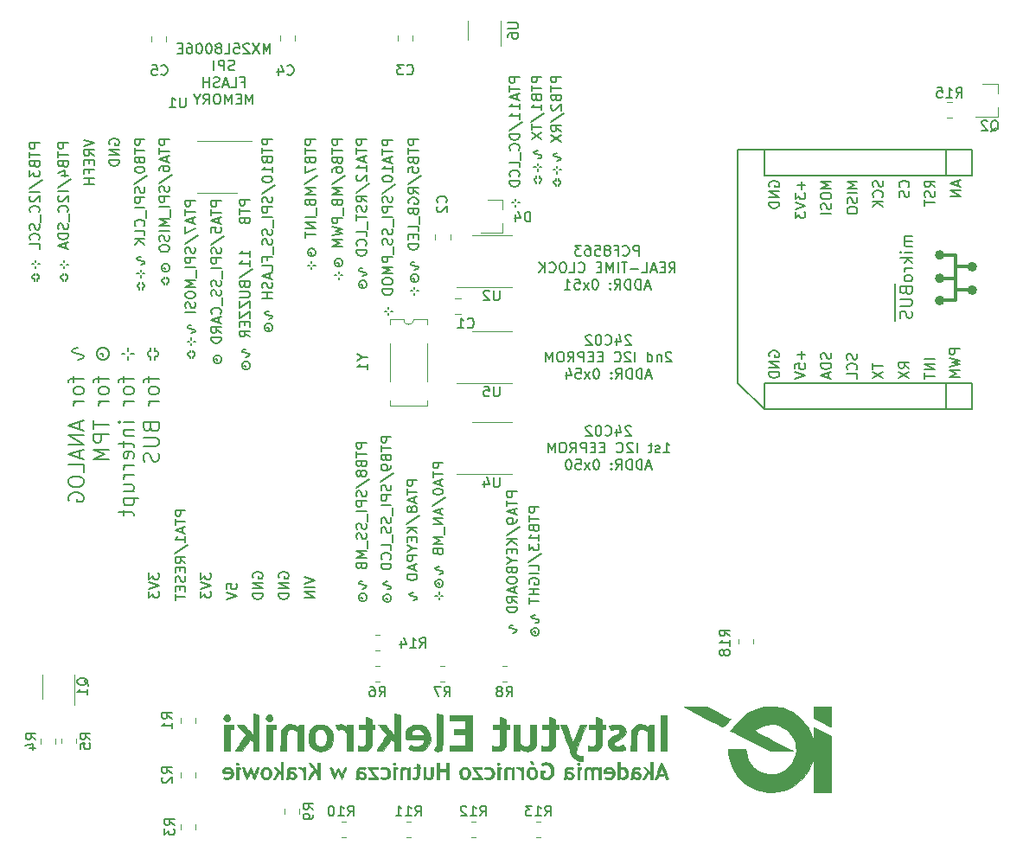
<source format=gbr>
%TF.GenerationSoftware,KiCad,Pcbnew,5.1.12-1.fc34*%
%TF.CreationDate,2021-12-13T19:31:17+01:00*%
%TF.ProjectId,fdrm05-devboard,6664726d-3035-42d6-9465-76626f617264,1*%
%TF.SameCoordinates,Original*%
%TF.FileFunction,Legend,Bot*%
%TF.FilePolarity,Positive*%
%FSLAX46Y46*%
G04 Gerber Fmt 4.6, Leading zero omitted, Abs format (unit mm)*
G04 Created by KiCad (PCBNEW 5.1.12-1.fc34) date 2021-12-13 19:31:17*
%MOMM*%
%LPD*%
G01*
G04 APERTURE LIST*
%ADD10C,0.200000*%
%ADD11C,0.150000*%
%ADD12C,0.127000*%
%ADD13C,0.508000*%
%ADD14C,0.304800*%
%ADD15C,0.010000*%
%ADD16C,0.120000*%
G04 APERTURE END LIST*
D10*
X110605142Y-95610142D02*
X110248000Y-95681571D01*
X110105142Y-95753000D01*
X110033714Y-95895857D01*
X110105142Y-96038714D01*
X110248000Y-96110142D01*
X110962285Y-96253000D01*
X111105142Y-96324428D01*
X111176571Y-96467285D01*
X111105142Y-96610142D01*
X110962285Y-96681571D01*
X110605142Y-96753000D01*
X110176571Y-98395857D02*
X110176571Y-98967285D01*
X111176571Y-98610142D02*
X109890857Y-98610142D01*
X109748000Y-98681571D01*
X109676571Y-98824428D01*
X109676571Y-98967285D01*
X111176571Y-99681571D02*
X111105142Y-99538714D01*
X111033714Y-99467285D01*
X110890857Y-99395857D01*
X110462285Y-99395857D01*
X110319428Y-99467285D01*
X110248000Y-99538714D01*
X110176571Y-99681571D01*
X110176571Y-99895857D01*
X110248000Y-100038714D01*
X110319428Y-100110142D01*
X110462285Y-100181571D01*
X110890857Y-100181571D01*
X111033714Y-100110142D01*
X111105142Y-100038714D01*
X111176571Y-99895857D01*
X111176571Y-99681571D01*
X111176571Y-100824428D02*
X110176571Y-100824428D01*
X110462285Y-100824428D02*
X110319428Y-100895857D01*
X110248000Y-100967285D01*
X110176571Y-101110142D01*
X110176571Y-101253000D01*
X110748000Y-102824428D02*
X110748000Y-103538714D01*
X111176571Y-102681571D02*
X109676571Y-103181571D01*
X111176571Y-103681571D01*
X111176571Y-104181571D02*
X109676571Y-104181571D01*
X111176571Y-105038714D01*
X109676571Y-105038714D01*
X110748000Y-105681571D02*
X110748000Y-106395857D01*
X111176571Y-105538714D02*
X109676571Y-106038714D01*
X111176571Y-106538714D01*
X111176571Y-107753000D02*
X111176571Y-107038714D01*
X109676571Y-107038714D01*
X109676571Y-108538714D02*
X109676571Y-108824428D01*
X109748000Y-108967285D01*
X109890857Y-109110142D01*
X110176571Y-109181571D01*
X110676571Y-109181571D01*
X110962285Y-109110142D01*
X111105142Y-108967285D01*
X111176571Y-108824428D01*
X111176571Y-108538714D01*
X111105142Y-108395857D01*
X110962285Y-108253000D01*
X110676571Y-108181571D01*
X110176571Y-108181571D01*
X109890857Y-108253000D01*
X109748000Y-108395857D01*
X109676571Y-108538714D01*
X109748000Y-110610142D02*
X109676571Y-110467285D01*
X109676571Y-110253000D01*
X109748000Y-110038714D01*
X109890857Y-109895857D01*
X110033714Y-109824428D01*
X110319428Y-109753000D01*
X110533714Y-109753000D01*
X110819428Y-109824428D01*
X110962285Y-109895857D01*
X111105142Y-110038714D01*
X111176571Y-110253000D01*
X111176571Y-110395857D01*
X111105142Y-110610142D01*
X111033714Y-110681571D01*
X110533714Y-110681571D01*
X110533714Y-110395857D01*
X112769428Y-96181571D02*
X113055142Y-96181571D01*
X113055142Y-96395857D01*
X112483714Y-96038714D02*
X112483714Y-96324428D01*
X112626571Y-96610142D01*
X112912285Y-96753000D01*
X113198000Y-96753000D01*
X113483714Y-96610142D01*
X113626571Y-96324428D01*
X113626571Y-96038714D01*
X113483714Y-95753000D01*
X113198000Y-95610142D01*
X112912285Y-95610142D01*
X112626571Y-95753000D01*
X112483714Y-96038714D01*
X112626571Y-98395857D02*
X112626571Y-98967285D01*
X113626571Y-98610142D02*
X112340857Y-98610142D01*
X112198000Y-98681571D01*
X112126571Y-98824428D01*
X112126571Y-98967285D01*
X113626571Y-99681571D02*
X113555142Y-99538714D01*
X113483714Y-99467285D01*
X113340857Y-99395857D01*
X112912285Y-99395857D01*
X112769428Y-99467285D01*
X112698000Y-99538714D01*
X112626571Y-99681571D01*
X112626571Y-99895857D01*
X112698000Y-100038714D01*
X112769428Y-100110142D01*
X112912285Y-100181571D01*
X113340857Y-100181571D01*
X113483714Y-100110142D01*
X113555142Y-100038714D01*
X113626571Y-99895857D01*
X113626571Y-99681571D01*
X113626571Y-100824428D02*
X112626571Y-100824428D01*
X112912285Y-100824428D02*
X112769428Y-100895857D01*
X112698000Y-100967285D01*
X112626571Y-101110142D01*
X112626571Y-101253000D01*
X112126571Y-102681571D02*
X112126571Y-103538714D01*
X113626571Y-103110142D02*
X112126571Y-103110142D01*
X113626571Y-104038714D02*
X112126571Y-104038714D01*
X112126571Y-104610142D01*
X112198000Y-104753000D01*
X112269428Y-104824428D01*
X112412285Y-104895857D01*
X112626571Y-104895857D01*
X112769428Y-104824428D01*
X112840857Y-104753000D01*
X112912285Y-104610142D01*
X112912285Y-104038714D01*
X113626571Y-105538714D02*
X112126571Y-105538714D01*
X113198000Y-106038714D01*
X112126571Y-106538714D01*
X113626571Y-106538714D01*
X115505142Y-95610142D02*
X115505142Y-95895857D01*
X116076571Y-96181571D02*
X115790857Y-96181571D01*
X114933714Y-96181571D02*
X115219428Y-96181571D01*
X115505142Y-96753000D02*
X115505142Y-96467285D01*
X115076571Y-98395857D02*
X115076571Y-98967285D01*
X116076571Y-98610142D02*
X114790857Y-98610142D01*
X114648000Y-98681571D01*
X114576571Y-98824428D01*
X114576571Y-98967285D01*
X116076571Y-99681571D02*
X116005142Y-99538714D01*
X115933714Y-99467285D01*
X115790857Y-99395857D01*
X115362285Y-99395857D01*
X115219428Y-99467285D01*
X115148000Y-99538714D01*
X115076571Y-99681571D01*
X115076571Y-99895857D01*
X115148000Y-100038714D01*
X115219428Y-100110142D01*
X115362285Y-100181571D01*
X115790857Y-100181571D01*
X115933714Y-100110142D01*
X116005142Y-100038714D01*
X116076571Y-99895857D01*
X116076571Y-99681571D01*
X116076571Y-100824428D02*
X115076571Y-100824428D01*
X115362285Y-100824428D02*
X115219428Y-100895857D01*
X115148000Y-100967285D01*
X115076571Y-101110142D01*
X115076571Y-101253000D01*
X116076571Y-102895857D02*
X115076571Y-102895857D01*
X114576571Y-102895857D02*
X114648000Y-102824428D01*
X114719428Y-102895857D01*
X114648000Y-102967285D01*
X114576571Y-102895857D01*
X114719428Y-102895857D01*
X115076571Y-103610142D02*
X116076571Y-103610142D01*
X115219428Y-103610142D02*
X115148000Y-103681571D01*
X115076571Y-103824428D01*
X115076571Y-104038714D01*
X115148000Y-104181571D01*
X115290857Y-104253000D01*
X116076571Y-104253000D01*
X115076571Y-104753000D02*
X115076571Y-105324428D01*
X114576571Y-104967285D02*
X115862285Y-104967285D01*
X116005142Y-105038714D01*
X116076571Y-105181571D01*
X116076571Y-105324428D01*
X116005142Y-106395857D02*
X116076571Y-106253000D01*
X116076571Y-105967285D01*
X116005142Y-105824428D01*
X115862285Y-105753000D01*
X115290857Y-105753000D01*
X115148000Y-105824428D01*
X115076571Y-105967285D01*
X115076571Y-106253000D01*
X115148000Y-106395857D01*
X115290857Y-106467285D01*
X115433714Y-106467285D01*
X115576571Y-105753000D01*
X116076571Y-107110142D02*
X115076571Y-107110142D01*
X115362285Y-107110142D02*
X115219428Y-107181571D01*
X115148000Y-107253000D01*
X115076571Y-107395857D01*
X115076571Y-107538714D01*
X116076571Y-108038714D02*
X115076571Y-108038714D01*
X115362285Y-108038714D02*
X115219428Y-108110142D01*
X115148000Y-108181571D01*
X115076571Y-108324428D01*
X115076571Y-108467285D01*
X115076571Y-109610142D02*
X116076571Y-109610142D01*
X115076571Y-108967285D02*
X115862285Y-108967285D01*
X116005142Y-109038714D01*
X116076571Y-109181571D01*
X116076571Y-109395857D01*
X116005142Y-109538714D01*
X115933714Y-109610142D01*
X115076571Y-110324428D02*
X116576571Y-110324428D01*
X115148000Y-110324428D02*
X115076571Y-110467285D01*
X115076571Y-110753000D01*
X115148000Y-110895857D01*
X115219428Y-110967285D01*
X115362285Y-111038714D01*
X115790857Y-111038714D01*
X115933714Y-110967285D01*
X116005142Y-110895857D01*
X116076571Y-110753000D01*
X116076571Y-110467285D01*
X116005142Y-110324428D01*
X115076571Y-111467285D02*
X115076571Y-112038714D01*
X114576571Y-111681571D02*
X115862285Y-111681571D01*
X116005142Y-111753000D01*
X116076571Y-111895857D01*
X116076571Y-112038714D01*
X118169428Y-95610142D02*
X118169428Y-95895857D01*
X118240857Y-95895857D01*
X118383714Y-95967285D01*
X118455142Y-96110142D01*
X118455142Y-96253000D01*
X118383714Y-96395857D01*
X118240857Y-96467285D01*
X118169428Y-96467285D01*
X118169428Y-96753000D01*
X117740857Y-95610142D02*
X117740857Y-95895857D01*
X117669428Y-95895857D01*
X117526571Y-95967285D01*
X117455142Y-96110142D01*
X117455142Y-96253000D01*
X117526571Y-96395857D01*
X117669428Y-96467285D01*
X117740857Y-96467285D01*
X117740857Y-96753000D01*
X117526571Y-98395857D02*
X117526571Y-98967285D01*
X118526571Y-98610142D02*
X117240857Y-98610142D01*
X117098000Y-98681571D01*
X117026571Y-98824428D01*
X117026571Y-98967285D01*
X118526571Y-99681571D02*
X118455142Y-99538714D01*
X118383714Y-99467285D01*
X118240857Y-99395857D01*
X117812285Y-99395857D01*
X117669428Y-99467285D01*
X117598000Y-99538714D01*
X117526571Y-99681571D01*
X117526571Y-99895857D01*
X117598000Y-100038714D01*
X117669428Y-100110142D01*
X117812285Y-100181571D01*
X118240857Y-100181571D01*
X118383714Y-100110142D01*
X118455142Y-100038714D01*
X118526571Y-99895857D01*
X118526571Y-99681571D01*
X118526571Y-100824428D02*
X117526571Y-100824428D01*
X117812285Y-100824428D02*
X117669428Y-100895857D01*
X117598000Y-100967285D01*
X117526571Y-101110142D01*
X117526571Y-101253000D01*
X117740857Y-103395857D02*
X117812285Y-103610142D01*
X117883714Y-103681571D01*
X118026571Y-103753000D01*
X118240857Y-103753000D01*
X118383714Y-103681571D01*
X118455142Y-103610142D01*
X118526571Y-103467285D01*
X118526571Y-102895857D01*
X117026571Y-102895857D01*
X117026571Y-103395857D01*
X117098000Y-103538714D01*
X117169428Y-103610142D01*
X117312285Y-103681571D01*
X117455142Y-103681571D01*
X117598000Y-103610142D01*
X117669428Y-103538714D01*
X117740857Y-103395857D01*
X117740857Y-102895857D01*
X117026571Y-104395857D02*
X118240857Y-104395857D01*
X118383714Y-104467285D01*
X118455142Y-104538714D01*
X118526571Y-104681571D01*
X118526571Y-104967285D01*
X118455142Y-105110142D01*
X118383714Y-105181571D01*
X118240857Y-105253000D01*
X117026571Y-105253000D01*
X118455142Y-105895857D02*
X118526571Y-106110142D01*
X118526571Y-106467285D01*
X118455142Y-106610142D01*
X118383714Y-106681571D01*
X118240857Y-106753000D01*
X118098000Y-106753000D01*
X117955142Y-106681571D01*
X117883714Y-106610142D01*
X117812285Y-106467285D01*
X117740857Y-106181571D01*
X117669428Y-106038714D01*
X117598000Y-105967285D01*
X117455142Y-105895857D01*
X117312285Y-105895857D01*
X117169428Y-105967285D01*
X117098000Y-106038714D01*
X117026571Y-106181571D01*
X117026571Y-106538714D01*
X117098000Y-106753000D01*
D11*
X132776980Y-118030761D02*
X133776980Y-118364095D01*
X132776980Y-118697428D01*
X133776980Y-119030761D02*
X132776980Y-119030761D01*
X133776980Y-119506952D02*
X132776980Y-119506952D01*
X133776980Y-120078380D01*
X132776980Y-120078380D01*
X130310000Y-118110095D02*
X130262380Y-118014857D01*
X130262380Y-117872000D01*
X130310000Y-117729142D01*
X130405238Y-117633904D01*
X130500476Y-117586285D01*
X130690952Y-117538666D01*
X130833809Y-117538666D01*
X131024285Y-117586285D01*
X131119523Y-117633904D01*
X131214761Y-117729142D01*
X131262380Y-117872000D01*
X131262380Y-117967238D01*
X131214761Y-118110095D01*
X131167142Y-118157714D01*
X130833809Y-118157714D01*
X130833809Y-117967238D01*
X131262380Y-118586285D02*
X130262380Y-118586285D01*
X131262380Y-119157714D01*
X130262380Y-119157714D01*
X131262380Y-119633904D02*
X130262380Y-119633904D01*
X130262380Y-119872000D01*
X130310000Y-120014857D01*
X130405238Y-120110095D01*
X130500476Y-120157714D01*
X130690952Y-120205333D01*
X130833809Y-120205333D01*
X131024285Y-120157714D01*
X131119523Y-120110095D01*
X131214761Y-120014857D01*
X131262380Y-119872000D01*
X131262380Y-119633904D01*
X127770000Y-118110095D02*
X127722380Y-118014857D01*
X127722380Y-117872000D01*
X127770000Y-117729142D01*
X127865238Y-117633904D01*
X127960476Y-117586285D01*
X128150952Y-117538666D01*
X128293809Y-117538666D01*
X128484285Y-117586285D01*
X128579523Y-117633904D01*
X128674761Y-117729142D01*
X128722380Y-117872000D01*
X128722380Y-117967238D01*
X128674761Y-118110095D01*
X128627142Y-118157714D01*
X128293809Y-118157714D01*
X128293809Y-117967238D01*
X128722380Y-118586285D02*
X127722380Y-118586285D01*
X128722380Y-119157714D01*
X127722380Y-119157714D01*
X128722380Y-119633904D02*
X127722380Y-119633904D01*
X127722380Y-119872000D01*
X127770000Y-120014857D01*
X127865238Y-120110095D01*
X127960476Y-120157714D01*
X128150952Y-120205333D01*
X128293809Y-120205333D01*
X128484285Y-120157714D01*
X128579523Y-120110095D01*
X128674761Y-120014857D01*
X128722380Y-119872000D01*
X128722380Y-119633904D01*
X125182380Y-119189523D02*
X125182380Y-118713333D01*
X125658571Y-118665714D01*
X125610952Y-118713333D01*
X125563333Y-118808571D01*
X125563333Y-119046666D01*
X125610952Y-119141904D01*
X125658571Y-119189523D01*
X125753809Y-119237142D01*
X125991904Y-119237142D01*
X126087142Y-119189523D01*
X126134761Y-119141904D01*
X126182380Y-119046666D01*
X126182380Y-118808571D01*
X126134761Y-118713333D01*
X126087142Y-118665714D01*
X125182380Y-119522857D02*
X126182380Y-119856190D01*
X125182380Y-120189523D01*
X122642380Y-117633904D02*
X122642380Y-118252952D01*
X123023333Y-117919619D01*
X123023333Y-118062476D01*
X123070952Y-118157714D01*
X123118571Y-118205333D01*
X123213809Y-118252952D01*
X123451904Y-118252952D01*
X123547142Y-118205333D01*
X123594761Y-118157714D01*
X123642380Y-118062476D01*
X123642380Y-117776761D01*
X123594761Y-117681523D01*
X123547142Y-117633904D01*
X122642380Y-118538666D02*
X123642380Y-118872000D01*
X122642380Y-119205333D01*
X122642380Y-119443428D02*
X122642380Y-120062476D01*
X123023333Y-119729142D01*
X123023333Y-119872000D01*
X123070952Y-119967238D01*
X123118571Y-120014857D01*
X123213809Y-120062476D01*
X123451904Y-120062476D01*
X123547142Y-120014857D01*
X123594761Y-119967238D01*
X123642380Y-119872000D01*
X123642380Y-119586285D01*
X123594761Y-119491047D01*
X123547142Y-119443428D01*
X121140480Y-111490666D02*
X120140480Y-111490666D01*
X120140480Y-111871619D01*
X120188100Y-111966857D01*
X120235719Y-112014476D01*
X120330957Y-112062095D01*
X120473814Y-112062095D01*
X120569052Y-112014476D01*
X120616671Y-111966857D01*
X120664290Y-111871619D01*
X120664290Y-111490666D01*
X120140480Y-112347809D02*
X120140480Y-112919238D01*
X121140480Y-112633523D02*
X120140480Y-112633523D01*
X120854766Y-113204952D02*
X120854766Y-113681142D01*
X121140480Y-113109714D02*
X120140480Y-113443047D01*
X121140480Y-113776380D01*
X121140480Y-114633523D02*
X121140480Y-114062095D01*
X121140480Y-114347809D02*
X120140480Y-114347809D01*
X120283338Y-114252571D01*
X120378576Y-114157333D01*
X120426195Y-114062095D01*
X120092861Y-115776380D02*
X121378576Y-114919238D01*
X121140480Y-116681142D02*
X120664290Y-116347809D01*
X121140480Y-116109714D02*
X120140480Y-116109714D01*
X120140480Y-116490666D01*
X120188100Y-116585904D01*
X120235719Y-116633523D01*
X120330957Y-116681142D01*
X120473814Y-116681142D01*
X120569052Y-116633523D01*
X120616671Y-116585904D01*
X120664290Y-116490666D01*
X120664290Y-116109714D01*
X120616671Y-117109714D02*
X120616671Y-117443047D01*
X121140480Y-117585904D02*
X121140480Y-117109714D01*
X120140480Y-117109714D01*
X120140480Y-117585904D01*
X121092861Y-117966857D02*
X121140480Y-118109714D01*
X121140480Y-118347809D01*
X121092861Y-118443047D01*
X121045242Y-118490666D01*
X120950004Y-118538285D01*
X120854766Y-118538285D01*
X120759528Y-118490666D01*
X120711909Y-118443047D01*
X120664290Y-118347809D01*
X120616671Y-118157333D01*
X120569052Y-118062095D01*
X120521433Y-118014476D01*
X120426195Y-117966857D01*
X120330957Y-117966857D01*
X120235719Y-118014476D01*
X120188100Y-118062095D01*
X120140480Y-118157333D01*
X120140480Y-118395428D01*
X120188100Y-118538285D01*
X120616671Y-118966857D02*
X120616671Y-119300190D01*
X121140480Y-119443047D02*
X121140480Y-118966857D01*
X120140480Y-118966857D01*
X120140480Y-119443047D01*
X120140480Y-119728761D02*
X120140480Y-120300190D01*
X121140480Y-120014476D02*
X120140480Y-120014476D01*
X117562380Y-117633904D02*
X117562380Y-118252952D01*
X117943333Y-117919619D01*
X117943333Y-118062476D01*
X117990952Y-118157714D01*
X118038571Y-118205333D01*
X118133809Y-118252952D01*
X118371904Y-118252952D01*
X118467142Y-118205333D01*
X118514761Y-118157714D01*
X118562380Y-118062476D01*
X118562380Y-117776761D01*
X118514761Y-117681523D01*
X118467142Y-117633904D01*
X117562380Y-118538666D02*
X118562380Y-118872000D01*
X117562380Y-119205333D01*
X117562380Y-119443428D02*
X117562380Y-120062476D01*
X117943333Y-119729142D01*
X117943333Y-119872000D01*
X117990952Y-119967238D01*
X118038571Y-120014857D01*
X118133809Y-120062476D01*
X118371904Y-120062476D01*
X118467142Y-120014857D01*
X118514761Y-119967238D01*
X118562380Y-119872000D01*
X118562380Y-119586285D01*
X118514761Y-119491047D01*
X118467142Y-119443428D01*
X157932380Y-69064857D02*
X156932380Y-69064857D01*
X156932380Y-69445809D01*
X156980000Y-69541047D01*
X157027619Y-69588666D01*
X157122857Y-69636285D01*
X157265714Y-69636285D01*
X157360952Y-69588666D01*
X157408571Y-69541047D01*
X157456190Y-69445809D01*
X157456190Y-69064857D01*
X156932380Y-69922000D02*
X156932380Y-70493428D01*
X157932380Y-70207714D02*
X156932380Y-70207714D01*
X157408571Y-71160095D02*
X157456190Y-71302952D01*
X157503809Y-71350571D01*
X157599047Y-71398190D01*
X157741904Y-71398190D01*
X157837142Y-71350571D01*
X157884761Y-71302952D01*
X157932380Y-71207714D01*
X157932380Y-70826761D01*
X156932380Y-70826761D01*
X156932380Y-71160095D01*
X156980000Y-71255333D01*
X157027619Y-71302952D01*
X157122857Y-71350571D01*
X157218095Y-71350571D01*
X157313333Y-71302952D01*
X157360952Y-71255333D01*
X157408571Y-71160095D01*
X157408571Y-70826761D01*
X157027619Y-71779142D02*
X156980000Y-71826761D01*
X156932380Y-71922000D01*
X156932380Y-72160095D01*
X156980000Y-72255333D01*
X157027619Y-72302952D01*
X157122857Y-72350571D01*
X157218095Y-72350571D01*
X157360952Y-72302952D01*
X157932380Y-71731523D01*
X157932380Y-72350571D01*
X156884761Y-73493428D02*
X158170476Y-72636285D01*
X157932380Y-74398190D02*
X157456190Y-74064857D01*
X157932380Y-73826761D02*
X156932380Y-73826761D01*
X156932380Y-74207714D01*
X156980000Y-74302952D01*
X157027619Y-74350571D01*
X157122857Y-74398190D01*
X157265714Y-74398190D01*
X157360952Y-74350571D01*
X157408571Y-74302952D01*
X157456190Y-74207714D01*
X157456190Y-73826761D01*
X156932380Y-74731523D02*
X157932380Y-75398190D01*
X156932380Y-75398190D02*
X157932380Y-74731523D01*
X157551428Y-76541047D02*
X157313333Y-76588666D01*
X157218095Y-76636285D01*
X157170476Y-76731523D01*
X157218095Y-76826761D01*
X157313333Y-76874380D01*
X157789523Y-76969619D01*
X157884761Y-77017238D01*
X157932380Y-77112476D01*
X157884761Y-77207714D01*
X157789523Y-77255333D01*
X157551428Y-77302952D01*
X157551428Y-77779142D02*
X157551428Y-77969619D01*
X157932380Y-78160095D02*
X157741904Y-78160095D01*
X157170476Y-78160095D02*
X157360952Y-78160095D01*
X157551428Y-78541047D02*
X157551428Y-78350571D01*
X157694285Y-79017238D02*
X157694285Y-79207714D01*
X157741904Y-79207714D01*
X157837142Y-79255333D01*
X157884761Y-79350571D01*
X157884761Y-79445809D01*
X157837142Y-79541047D01*
X157741904Y-79588666D01*
X157694285Y-79588666D01*
X157694285Y-79779142D01*
X157408571Y-79017238D02*
X157408571Y-79207714D01*
X157360952Y-79207714D01*
X157265714Y-79255333D01*
X157218095Y-79350571D01*
X157218095Y-79445809D01*
X157265714Y-79541047D01*
X157360952Y-79588666D01*
X157408571Y-79588666D01*
X157408571Y-79779142D01*
X156027380Y-69056904D02*
X155027380Y-69056904D01*
X155027380Y-69437857D01*
X155075000Y-69533095D01*
X155122619Y-69580714D01*
X155217857Y-69628333D01*
X155360714Y-69628333D01*
X155455952Y-69580714D01*
X155503571Y-69533095D01*
X155551190Y-69437857D01*
X155551190Y-69056904D01*
X155027380Y-69914047D02*
X155027380Y-70485476D01*
X156027380Y-70199761D02*
X155027380Y-70199761D01*
X155503571Y-71152142D02*
X155551190Y-71295000D01*
X155598809Y-71342619D01*
X155694047Y-71390238D01*
X155836904Y-71390238D01*
X155932142Y-71342619D01*
X155979761Y-71295000D01*
X156027380Y-71199761D01*
X156027380Y-70818809D01*
X155027380Y-70818809D01*
X155027380Y-71152142D01*
X155075000Y-71247380D01*
X155122619Y-71295000D01*
X155217857Y-71342619D01*
X155313095Y-71342619D01*
X155408333Y-71295000D01*
X155455952Y-71247380D01*
X155503571Y-71152142D01*
X155503571Y-70818809D01*
X156027380Y-72342619D02*
X156027380Y-71771190D01*
X156027380Y-72056904D02*
X155027380Y-72056904D01*
X155170238Y-71961666D01*
X155265476Y-71866428D01*
X155313095Y-71771190D01*
X154979761Y-73485476D02*
X156265476Y-72628333D01*
X155027380Y-73675952D02*
X155027380Y-74247380D01*
X156027380Y-73961666D02*
X155027380Y-73961666D01*
X155027380Y-74485476D02*
X156027380Y-75152142D01*
X155027380Y-75152142D02*
X156027380Y-74485476D01*
X155646428Y-76295000D02*
X155408333Y-76342619D01*
X155313095Y-76390238D01*
X155265476Y-76485476D01*
X155313095Y-76580714D01*
X155408333Y-76628333D01*
X155884523Y-76723571D01*
X155979761Y-76771190D01*
X156027380Y-76866428D01*
X155979761Y-76961666D01*
X155884523Y-77009285D01*
X155646428Y-77056904D01*
X155646428Y-77533095D02*
X155646428Y-77723571D01*
X156027380Y-77914047D02*
X155836904Y-77914047D01*
X155265476Y-77914047D02*
X155455952Y-77914047D01*
X155646428Y-78295000D02*
X155646428Y-78104523D01*
X155789285Y-78771190D02*
X155789285Y-78961666D01*
X155836904Y-78961666D01*
X155932142Y-79009285D01*
X155979761Y-79104523D01*
X155979761Y-79199761D01*
X155932142Y-79295000D01*
X155836904Y-79342619D01*
X155789285Y-79342619D01*
X155789285Y-79533095D01*
X155503571Y-78771190D02*
X155503571Y-78961666D01*
X155455952Y-78961666D01*
X155360714Y-79009285D01*
X155313095Y-79104523D01*
X155313095Y-79199761D01*
X155360714Y-79295000D01*
X155455952Y-79342619D01*
X155503571Y-79342619D01*
X155503571Y-79533095D01*
X153868380Y-69104666D02*
X152868380Y-69104666D01*
X152868380Y-69485619D01*
X152916000Y-69580857D01*
X152963619Y-69628476D01*
X153058857Y-69676095D01*
X153201714Y-69676095D01*
X153296952Y-69628476D01*
X153344571Y-69580857D01*
X153392190Y-69485619D01*
X153392190Y-69104666D01*
X152868380Y-69961809D02*
X152868380Y-70533238D01*
X153868380Y-70247523D02*
X152868380Y-70247523D01*
X153582666Y-70818952D02*
X153582666Y-71295142D01*
X153868380Y-70723714D02*
X152868380Y-71057047D01*
X153868380Y-71390380D01*
X153868380Y-72247523D02*
X153868380Y-71676095D01*
X153868380Y-71961809D02*
X152868380Y-71961809D01*
X153011238Y-71866571D01*
X153106476Y-71771333D01*
X153154095Y-71676095D01*
X153868380Y-73199904D02*
X153868380Y-72628476D01*
X153868380Y-72914190D02*
X152868380Y-72914190D01*
X153011238Y-72818952D01*
X153106476Y-72723714D01*
X153154095Y-72628476D01*
X152820761Y-74342761D02*
X154106476Y-73485619D01*
X153868380Y-74676095D02*
X152868380Y-74676095D01*
X152868380Y-74914190D01*
X152916000Y-75057047D01*
X153011238Y-75152285D01*
X153106476Y-75199904D01*
X153296952Y-75247523D01*
X153439809Y-75247523D01*
X153630285Y-75199904D01*
X153725523Y-75152285D01*
X153820761Y-75057047D01*
X153868380Y-74914190D01*
X153868380Y-74676095D01*
X153773142Y-76247523D02*
X153820761Y-76199904D01*
X153868380Y-76057047D01*
X153868380Y-75961809D01*
X153820761Y-75818952D01*
X153725523Y-75723714D01*
X153630285Y-75676095D01*
X153439809Y-75628476D01*
X153296952Y-75628476D01*
X153106476Y-75676095D01*
X153011238Y-75723714D01*
X152916000Y-75818952D01*
X152868380Y-75961809D01*
X152868380Y-76057047D01*
X152916000Y-76199904D01*
X152963619Y-76247523D01*
X153963619Y-76438000D02*
X153963619Y-77199904D01*
X153868380Y-77914190D02*
X153868380Y-77438000D01*
X152868380Y-77438000D01*
X153773142Y-78818952D02*
X153820761Y-78771333D01*
X153868380Y-78628476D01*
X153868380Y-78533238D01*
X153820761Y-78390380D01*
X153725523Y-78295142D01*
X153630285Y-78247523D01*
X153439809Y-78199904D01*
X153296952Y-78199904D01*
X153106476Y-78247523D01*
X153011238Y-78295142D01*
X152916000Y-78390380D01*
X152868380Y-78533238D01*
X152868380Y-78628476D01*
X152916000Y-78771333D01*
X152963619Y-78818952D01*
X153868380Y-79247523D02*
X152868380Y-79247523D01*
X152868380Y-79485619D01*
X152916000Y-79628476D01*
X153011238Y-79723714D01*
X153106476Y-79771333D01*
X153296952Y-79818952D01*
X153439809Y-79818952D01*
X153630285Y-79771333D01*
X153725523Y-79723714D01*
X153820761Y-79628476D01*
X153868380Y-79485619D01*
X153868380Y-79247523D01*
X153487428Y-81009428D02*
X153487428Y-81199904D01*
X153868380Y-81390380D02*
X153677904Y-81390380D01*
X153106476Y-81390380D02*
X153296952Y-81390380D01*
X153487428Y-81771333D02*
X153487428Y-81580857D01*
X143962380Y-75184952D02*
X142962380Y-75184952D01*
X142962380Y-75565904D01*
X143010000Y-75661142D01*
X143057619Y-75708761D01*
X143152857Y-75756380D01*
X143295714Y-75756380D01*
X143390952Y-75708761D01*
X143438571Y-75661142D01*
X143486190Y-75565904D01*
X143486190Y-75184952D01*
X142962380Y-76042095D02*
X142962380Y-76613523D01*
X143962380Y-76327809D02*
X142962380Y-76327809D01*
X143438571Y-77280190D02*
X143486190Y-77423047D01*
X143533809Y-77470666D01*
X143629047Y-77518285D01*
X143771904Y-77518285D01*
X143867142Y-77470666D01*
X143914761Y-77423047D01*
X143962380Y-77327809D01*
X143962380Y-76946857D01*
X142962380Y-76946857D01*
X142962380Y-77280190D01*
X143010000Y-77375428D01*
X143057619Y-77423047D01*
X143152857Y-77470666D01*
X143248095Y-77470666D01*
X143343333Y-77423047D01*
X143390952Y-77375428D01*
X143438571Y-77280190D01*
X143438571Y-76946857D01*
X142962380Y-78423047D02*
X142962380Y-77946857D01*
X143438571Y-77899238D01*
X143390952Y-77946857D01*
X143343333Y-78042095D01*
X143343333Y-78280190D01*
X143390952Y-78375428D01*
X143438571Y-78423047D01*
X143533809Y-78470666D01*
X143771904Y-78470666D01*
X143867142Y-78423047D01*
X143914761Y-78375428D01*
X143962380Y-78280190D01*
X143962380Y-78042095D01*
X143914761Y-77946857D01*
X143867142Y-77899238D01*
X142914761Y-79613523D02*
X144200476Y-78756380D01*
X143962380Y-80518285D02*
X143486190Y-80184952D01*
X143962380Y-79946857D02*
X142962380Y-79946857D01*
X142962380Y-80327809D01*
X143010000Y-80423047D01*
X143057619Y-80470666D01*
X143152857Y-80518285D01*
X143295714Y-80518285D01*
X143390952Y-80470666D01*
X143438571Y-80423047D01*
X143486190Y-80327809D01*
X143486190Y-79946857D01*
X143010000Y-81470666D02*
X142962380Y-81375428D01*
X142962380Y-81232571D01*
X143010000Y-81089714D01*
X143105238Y-80994476D01*
X143200476Y-80946857D01*
X143390952Y-80899238D01*
X143533809Y-80899238D01*
X143724285Y-80946857D01*
X143819523Y-80994476D01*
X143914761Y-81089714D01*
X143962380Y-81232571D01*
X143962380Y-81327809D01*
X143914761Y-81470666D01*
X143867142Y-81518285D01*
X143533809Y-81518285D01*
X143533809Y-81327809D01*
X143438571Y-82280190D02*
X143486190Y-82423047D01*
X143533809Y-82470666D01*
X143629047Y-82518285D01*
X143771904Y-82518285D01*
X143867142Y-82470666D01*
X143914761Y-82423047D01*
X143962380Y-82327809D01*
X143962380Y-81946857D01*
X142962380Y-81946857D01*
X142962380Y-82280190D01*
X143010000Y-82375428D01*
X143057619Y-82423047D01*
X143152857Y-82470666D01*
X143248095Y-82470666D01*
X143343333Y-82423047D01*
X143390952Y-82375428D01*
X143438571Y-82280190D01*
X143438571Y-81946857D01*
X144057619Y-82708761D02*
X144057619Y-83470666D01*
X143962380Y-84184952D02*
X143962380Y-83708761D01*
X142962380Y-83708761D01*
X143438571Y-84518285D02*
X143438571Y-84851619D01*
X143962380Y-84994476D02*
X143962380Y-84518285D01*
X142962380Y-84518285D01*
X142962380Y-84994476D01*
X143962380Y-85423047D02*
X142962380Y-85423047D01*
X142962380Y-85661142D01*
X143010000Y-85804000D01*
X143105238Y-85899238D01*
X143200476Y-85946857D01*
X143390952Y-85994476D01*
X143533809Y-85994476D01*
X143724285Y-85946857D01*
X143819523Y-85899238D01*
X143914761Y-85804000D01*
X143962380Y-85661142D01*
X143962380Y-85423047D01*
X143581428Y-87184952D02*
X143343333Y-87232571D01*
X143248095Y-87280190D01*
X143200476Y-87375428D01*
X143248095Y-87470666D01*
X143343333Y-87518285D01*
X143819523Y-87613523D01*
X143914761Y-87661142D01*
X143962380Y-87756380D01*
X143914761Y-87851619D01*
X143819523Y-87899238D01*
X143581428Y-87946857D01*
X143390952Y-88804000D02*
X143581428Y-88804000D01*
X143581428Y-88946857D01*
X143200476Y-88708761D02*
X143200476Y-88899238D01*
X143295714Y-89089714D01*
X143486190Y-89184952D01*
X143676666Y-89184952D01*
X143867142Y-89089714D01*
X143962380Y-88899238D01*
X143962380Y-88708761D01*
X143867142Y-88518285D01*
X143676666Y-88423047D01*
X143486190Y-88423047D01*
X143295714Y-88518285D01*
X143200476Y-88708761D01*
X143581428Y-89661142D02*
X143581428Y-89851619D01*
X143962380Y-90042095D02*
X143771904Y-90042095D01*
X143200476Y-90042095D02*
X143390952Y-90042095D01*
X143581428Y-90423047D02*
X143581428Y-90232571D01*
X141422380Y-75248571D02*
X140422380Y-75248571D01*
X140422380Y-75629523D01*
X140470000Y-75724761D01*
X140517619Y-75772380D01*
X140612857Y-75820000D01*
X140755714Y-75820000D01*
X140850952Y-75772380D01*
X140898571Y-75724761D01*
X140946190Y-75629523D01*
X140946190Y-75248571D01*
X140422380Y-76105714D02*
X140422380Y-76677142D01*
X141422380Y-76391428D02*
X140422380Y-76391428D01*
X141136666Y-76962857D02*
X141136666Y-77439047D01*
X141422380Y-76867619D02*
X140422380Y-77200952D01*
X141422380Y-77534285D01*
X141422380Y-78391428D02*
X141422380Y-77820000D01*
X141422380Y-78105714D02*
X140422380Y-78105714D01*
X140565238Y-78010476D01*
X140660476Y-77915238D01*
X140708095Y-77820000D01*
X140422380Y-79010476D02*
X140422380Y-79105714D01*
X140470000Y-79200952D01*
X140517619Y-79248571D01*
X140612857Y-79296190D01*
X140803333Y-79343809D01*
X141041428Y-79343809D01*
X141231904Y-79296190D01*
X141327142Y-79248571D01*
X141374761Y-79200952D01*
X141422380Y-79105714D01*
X141422380Y-79010476D01*
X141374761Y-78915238D01*
X141327142Y-78867619D01*
X141231904Y-78820000D01*
X141041428Y-78772380D01*
X140803333Y-78772380D01*
X140612857Y-78820000D01*
X140517619Y-78867619D01*
X140470000Y-78915238D01*
X140422380Y-79010476D01*
X140374761Y-80486666D02*
X141660476Y-79629523D01*
X141374761Y-80772380D02*
X141422380Y-80915238D01*
X141422380Y-81153333D01*
X141374761Y-81248571D01*
X141327142Y-81296190D01*
X141231904Y-81343809D01*
X141136666Y-81343809D01*
X141041428Y-81296190D01*
X140993809Y-81248571D01*
X140946190Y-81153333D01*
X140898571Y-80962857D01*
X140850952Y-80867619D01*
X140803333Y-80820000D01*
X140708095Y-80772380D01*
X140612857Y-80772380D01*
X140517619Y-80820000D01*
X140470000Y-80867619D01*
X140422380Y-80962857D01*
X140422380Y-81200952D01*
X140470000Y-81343809D01*
X141422380Y-81772380D02*
X140422380Y-81772380D01*
X140422380Y-82153333D01*
X140470000Y-82248571D01*
X140517619Y-82296190D01*
X140612857Y-82343809D01*
X140755714Y-82343809D01*
X140850952Y-82296190D01*
X140898571Y-82248571D01*
X140946190Y-82153333D01*
X140946190Y-81772380D01*
X141422380Y-82772380D02*
X140422380Y-82772380D01*
X141517619Y-83010476D02*
X141517619Y-83772380D01*
X141374761Y-83962857D02*
X141422380Y-84105714D01*
X141422380Y-84343809D01*
X141374761Y-84439047D01*
X141327142Y-84486666D01*
X141231904Y-84534285D01*
X141136666Y-84534285D01*
X141041428Y-84486666D01*
X140993809Y-84439047D01*
X140946190Y-84343809D01*
X140898571Y-84153333D01*
X140850952Y-84058095D01*
X140803333Y-84010476D01*
X140708095Y-83962857D01*
X140612857Y-83962857D01*
X140517619Y-84010476D01*
X140470000Y-84058095D01*
X140422380Y-84153333D01*
X140422380Y-84391428D01*
X140470000Y-84534285D01*
X141374761Y-84915238D02*
X141422380Y-85058095D01*
X141422380Y-85296190D01*
X141374761Y-85391428D01*
X141327142Y-85439047D01*
X141231904Y-85486666D01*
X141136666Y-85486666D01*
X141041428Y-85439047D01*
X140993809Y-85391428D01*
X140946190Y-85296190D01*
X140898571Y-85105714D01*
X140850952Y-85010476D01*
X140803333Y-84962857D01*
X140708095Y-84915238D01*
X140612857Y-84915238D01*
X140517619Y-84962857D01*
X140470000Y-85010476D01*
X140422380Y-85105714D01*
X140422380Y-85343809D01*
X140470000Y-85486666D01*
X141517619Y-85677142D02*
X141517619Y-86439047D01*
X141422380Y-86677142D02*
X140422380Y-86677142D01*
X140422380Y-87058095D01*
X140470000Y-87153333D01*
X140517619Y-87200952D01*
X140612857Y-87248571D01*
X140755714Y-87248571D01*
X140850952Y-87200952D01*
X140898571Y-87153333D01*
X140946190Y-87058095D01*
X140946190Y-86677142D01*
X141422380Y-87677142D02*
X140422380Y-87677142D01*
X141136666Y-88010476D01*
X140422380Y-88343809D01*
X141422380Y-88343809D01*
X140422380Y-89010476D02*
X140422380Y-89200952D01*
X140470000Y-89296190D01*
X140565238Y-89391428D01*
X140755714Y-89439047D01*
X141089047Y-89439047D01*
X141279523Y-89391428D01*
X141374761Y-89296190D01*
X141422380Y-89200952D01*
X141422380Y-89010476D01*
X141374761Y-88915238D01*
X141279523Y-88820000D01*
X141089047Y-88772380D01*
X140755714Y-88772380D01*
X140565238Y-88820000D01*
X140470000Y-88915238D01*
X140422380Y-89010476D01*
X141422380Y-89867619D02*
X140422380Y-89867619D01*
X140422380Y-90105714D01*
X140470000Y-90248571D01*
X140565238Y-90343809D01*
X140660476Y-90391428D01*
X140850952Y-90439047D01*
X140993809Y-90439047D01*
X141184285Y-90391428D01*
X141279523Y-90343809D01*
X141374761Y-90248571D01*
X141422380Y-90105714D01*
X141422380Y-89867619D01*
X141041428Y-91629523D02*
X141041428Y-91819999D01*
X141422380Y-92010476D02*
X141231904Y-92010476D01*
X140660476Y-92010476D02*
X140850952Y-92010476D01*
X141041428Y-92391428D02*
X141041428Y-92200952D01*
X138882380Y-75164276D02*
X137882380Y-75164276D01*
X137882380Y-75545228D01*
X137930000Y-75640466D01*
X137977619Y-75688085D01*
X138072857Y-75735704D01*
X138215714Y-75735704D01*
X138310952Y-75688085D01*
X138358571Y-75640466D01*
X138406190Y-75545228D01*
X138406190Y-75164276D01*
X137882380Y-76021419D02*
X137882380Y-76592847D01*
X138882380Y-76307133D02*
X137882380Y-76307133D01*
X138596666Y-76878561D02*
X138596666Y-77354752D01*
X138882380Y-76783323D02*
X137882380Y-77116657D01*
X138882380Y-77449990D01*
X138882380Y-78307133D02*
X138882380Y-77735704D01*
X138882380Y-78021419D02*
X137882380Y-78021419D01*
X138025238Y-77926180D01*
X138120476Y-77830942D01*
X138168095Y-77735704D01*
X137977619Y-78688085D02*
X137930000Y-78735704D01*
X137882380Y-78830942D01*
X137882380Y-79069038D01*
X137930000Y-79164276D01*
X137977619Y-79211895D01*
X138072857Y-79259514D01*
X138168095Y-79259514D01*
X138310952Y-79211895D01*
X138882380Y-78640466D01*
X138882380Y-79259514D01*
X137834761Y-80402371D02*
X139120476Y-79545228D01*
X138882380Y-81307133D02*
X138406190Y-80973800D01*
X138882380Y-80735704D02*
X137882380Y-80735704D01*
X137882380Y-81116657D01*
X137930000Y-81211895D01*
X137977619Y-81259514D01*
X138072857Y-81307133D01*
X138215714Y-81307133D01*
X138310952Y-81259514D01*
X138358571Y-81211895D01*
X138406190Y-81116657D01*
X138406190Y-80735704D01*
X138834761Y-81688085D02*
X138882380Y-81830942D01*
X138882380Y-82069038D01*
X138834761Y-82164276D01*
X138787142Y-82211895D01*
X138691904Y-82259514D01*
X138596666Y-82259514D01*
X138501428Y-82211895D01*
X138453809Y-82164276D01*
X138406190Y-82069038D01*
X138358571Y-81878561D01*
X138310952Y-81783323D01*
X138263333Y-81735704D01*
X138168095Y-81688085D01*
X138072857Y-81688085D01*
X137977619Y-81735704D01*
X137930000Y-81783323D01*
X137882380Y-81878561D01*
X137882380Y-82116657D01*
X137930000Y-82259514D01*
X137882380Y-82545228D02*
X137882380Y-83116657D01*
X138882380Y-82830942D02*
X137882380Y-82830942D01*
X138977619Y-83211895D02*
X138977619Y-83973800D01*
X138882380Y-84688085D02*
X138882380Y-84211895D01*
X137882380Y-84211895D01*
X138787142Y-85592847D02*
X138834761Y-85545228D01*
X138882380Y-85402371D01*
X138882380Y-85307133D01*
X138834761Y-85164276D01*
X138739523Y-85069038D01*
X138644285Y-85021419D01*
X138453809Y-84973800D01*
X138310952Y-84973800D01*
X138120476Y-85021419D01*
X138025238Y-85069038D01*
X137930000Y-85164276D01*
X137882380Y-85307133D01*
X137882380Y-85402371D01*
X137930000Y-85545228D01*
X137977619Y-85592847D01*
X138882380Y-86021419D02*
X137882380Y-86021419D01*
X137882380Y-86259514D01*
X137930000Y-86402371D01*
X138025238Y-86497609D01*
X138120476Y-86545228D01*
X138310952Y-86592847D01*
X138453809Y-86592847D01*
X138644285Y-86545228D01*
X138739523Y-86497609D01*
X138834761Y-86402371D01*
X138882380Y-86259514D01*
X138882380Y-86021419D01*
X138501428Y-87783323D02*
X138263333Y-87830942D01*
X138168095Y-87878561D01*
X138120476Y-87973800D01*
X138168095Y-88069038D01*
X138263333Y-88116657D01*
X138739523Y-88211895D01*
X138834761Y-88259514D01*
X138882380Y-88354752D01*
X138834761Y-88449990D01*
X138739523Y-88497609D01*
X138501428Y-88545228D01*
X138310952Y-89402371D02*
X138501428Y-89402371D01*
X138501428Y-89545228D01*
X138120476Y-89307133D02*
X138120476Y-89497609D01*
X138215714Y-89688085D01*
X138406190Y-89783323D01*
X138596666Y-89783323D01*
X138787142Y-89688085D01*
X138882380Y-89497609D01*
X138882380Y-89307133D01*
X138787142Y-89116657D01*
X138596666Y-89021419D01*
X138406190Y-89021419D01*
X138215714Y-89116657D01*
X138120476Y-89307133D01*
X136520180Y-75184857D02*
X135520180Y-75184857D01*
X135520180Y-75565809D01*
X135567800Y-75661047D01*
X135615419Y-75708666D01*
X135710657Y-75756285D01*
X135853514Y-75756285D01*
X135948752Y-75708666D01*
X135996371Y-75661047D01*
X136043990Y-75565809D01*
X136043990Y-75184857D01*
X135520180Y-76042000D02*
X135520180Y-76613428D01*
X136520180Y-76327714D02*
X135520180Y-76327714D01*
X135996371Y-77280095D02*
X136043990Y-77422952D01*
X136091609Y-77470571D01*
X136186847Y-77518190D01*
X136329704Y-77518190D01*
X136424942Y-77470571D01*
X136472561Y-77422952D01*
X136520180Y-77327714D01*
X136520180Y-76946761D01*
X135520180Y-76946761D01*
X135520180Y-77280095D01*
X135567800Y-77375333D01*
X135615419Y-77422952D01*
X135710657Y-77470571D01*
X135805895Y-77470571D01*
X135901133Y-77422952D01*
X135948752Y-77375333D01*
X135996371Y-77280095D01*
X135996371Y-76946761D01*
X135520180Y-78375333D02*
X135520180Y-78184857D01*
X135567800Y-78089619D01*
X135615419Y-78042000D01*
X135758276Y-77946761D01*
X135948752Y-77899142D01*
X136329704Y-77899142D01*
X136424942Y-77946761D01*
X136472561Y-77994380D01*
X136520180Y-78089619D01*
X136520180Y-78280095D01*
X136472561Y-78375333D01*
X136424942Y-78422952D01*
X136329704Y-78470571D01*
X136091609Y-78470571D01*
X135996371Y-78422952D01*
X135948752Y-78375333D01*
X135901133Y-78280095D01*
X135901133Y-78089619D01*
X135948752Y-77994380D01*
X135996371Y-77946761D01*
X136091609Y-77899142D01*
X135472561Y-79613428D02*
X136758276Y-78756285D01*
X136520180Y-79946761D02*
X135520180Y-79946761D01*
X136234466Y-80280095D01*
X135520180Y-80613428D01*
X136520180Y-80613428D01*
X135996371Y-81422952D02*
X136043990Y-81565809D01*
X136091609Y-81613428D01*
X136186847Y-81661047D01*
X136329704Y-81661047D01*
X136424942Y-81613428D01*
X136472561Y-81565809D01*
X136520180Y-81470571D01*
X136520180Y-81089619D01*
X135520180Y-81089619D01*
X135520180Y-81422952D01*
X135567800Y-81518190D01*
X135615419Y-81565809D01*
X135710657Y-81613428D01*
X135805895Y-81613428D01*
X135901133Y-81565809D01*
X135948752Y-81518190D01*
X135996371Y-81422952D01*
X135996371Y-81089619D01*
X136615419Y-81851523D02*
X136615419Y-82613428D01*
X136520180Y-82851523D02*
X135520180Y-82851523D01*
X135520180Y-83232476D01*
X135567800Y-83327714D01*
X135615419Y-83375333D01*
X135710657Y-83422952D01*
X135853514Y-83422952D01*
X135948752Y-83375333D01*
X135996371Y-83327714D01*
X136043990Y-83232476D01*
X136043990Y-82851523D01*
X135520180Y-83756285D02*
X136520180Y-83994380D01*
X135805895Y-84184857D01*
X136520180Y-84375333D01*
X135520180Y-84613428D01*
X136520180Y-84994380D02*
X135520180Y-84994380D01*
X136234466Y-85327714D01*
X135520180Y-85661047D01*
X136520180Y-85661047D01*
X135948752Y-87280095D02*
X136139228Y-87280095D01*
X136139228Y-87422952D01*
X135758276Y-87184857D02*
X135758276Y-87375333D01*
X135853514Y-87565809D01*
X136043990Y-87661047D01*
X136234466Y-87661047D01*
X136424942Y-87565809D01*
X136520180Y-87375333D01*
X136520180Y-87184857D01*
X136424942Y-86994380D01*
X136234466Y-86899142D01*
X136043990Y-86899142D01*
X135853514Y-86994380D01*
X135758276Y-87184857D01*
X136139228Y-88137238D02*
X136139228Y-88327714D01*
X136520180Y-88518190D02*
X136329704Y-88518190D01*
X135758276Y-88518190D02*
X135948752Y-88518190D01*
X136139228Y-88899142D02*
X136139228Y-88708666D01*
X133865880Y-75176857D02*
X132865880Y-75176857D01*
X132865880Y-75557809D01*
X132913500Y-75653047D01*
X132961119Y-75700666D01*
X133056357Y-75748285D01*
X133199214Y-75748285D01*
X133294452Y-75700666D01*
X133342071Y-75653047D01*
X133389690Y-75557809D01*
X133389690Y-75176857D01*
X132865880Y-76034000D02*
X132865880Y-76605428D01*
X133865880Y-76319714D02*
X132865880Y-76319714D01*
X133342071Y-77272095D02*
X133389690Y-77414952D01*
X133437309Y-77462571D01*
X133532547Y-77510190D01*
X133675404Y-77510190D01*
X133770642Y-77462571D01*
X133818261Y-77414952D01*
X133865880Y-77319714D01*
X133865880Y-76938761D01*
X132865880Y-76938761D01*
X132865880Y-77272095D01*
X132913500Y-77367333D01*
X132961119Y-77414952D01*
X133056357Y-77462571D01*
X133151595Y-77462571D01*
X133246833Y-77414952D01*
X133294452Y-77367333D01*
X133342071Y-77272095D01*
X133342071Y-76938761D01*
X132865880Y-77843523D02*
X132865880Y-78510190D01*
X133865880Y-78081619D01*
X132818261Y-79605428D02*
X134103976Y-78748285D01*
X133865880Y-79938761D02*
X132865880Y-79938761D01*
X133580166Y-80272095D01*
X132865880Y-80605428D01*
X133865880Y-80605428D01*
X133342071Y-81414952D02*
X133389690Y-81557809D01*
X133437309Y-81605428D01*
X133532547Y-81653047D01*
X133675404Y-81653047D01*
X133770642Y-81605428D01*
X133818261Y-81557809D01*
X133865880Y-81462571D01*
X133865880Y-81081619D01*
X132865880Y-81081619D01*
X132865880Y-81414952D01*
X132913500Y-81510190D01*
X132961119Y-81557809D01*
X133056357Y-81605428D01*
X133151595Y-81605428D01*
X133246833Y-81557809D01*
X133294452Y-81510190D01*
X133342071Y-81414952D01*
X133342071Y-81081619D01*
X133961119Y-81843523D02*
X133961119Y-82605428D01*
X133865880Y-82843523D02*
X132865880Y-82843523D01*
X133865880Y-83319714D02*
X132865880Y-83319714D01*
X133865880Y-83891142D01*
X132865880Y-83891142D01*
X132865880Y-84224476D02*
X132865880Y-84795904D01*
X133865880Y-84510190D02*
X132865880Y-84510190D01*
X133294452Y-86272095D02*
X133484928Y-86272095D01*
X133484928Y-86414952D01*
X133103976Y-86176857D02*
X133103976Y-86367333D01*
X133199214Y-86557809D01*
X133389690Y-86653047D01*
X133580166Y-86653047D01*
X133770642Y-86557809D01*
X133865880Y-86367333D01*
X133865880Y-86176857D01*
X133770642Y-85986380D01*
X133580166Y-85891142D01*
X133389690Y-85891142D01*
X133199214Y-85986380D01*
X133103976Y-86176857D01*
X133484928Y-87129238D02*
X133484928Y-87319714D01*
X133865880Y-87510190D02*
X133675404Y-87510190D01*
X133103976Y-87510190D02*
X133294452Y-87510190D01*
X133484928Y-87891142D02*
X133484928Y-87700666D01*
X129662180Y-75153428D02*
X128662180Y-75153428D01*
X128662180Y-75534380D01*
X128709800Y-75629619D01*
X128757419Y-75677238D01*
X128852657Y-75724857D01*
X128995514Y-75724857D01*
X129090752Y-75677238D01*
X129138371Y-75629619D01*
X129185990Y-75534380D01*
X129185990Y-75153428D01*
X128662180Y-76010571D02*
X128662180Y-76582000D01*
X129662180Y-76296285D02*
X128662180Y-76296285D01*
X129138371Y-77248666D02*
X129185990Y-77391523D01*
X129233609Y-77439142D01*
X129328847Y-77486761D01*
X129471704Y-77486761D01*
X129566942Y-77439142D01*
X129614561Y-77391523D01*
X129662180Y-77296285D01*
X129662180Y-76915333D01*
X128662180Y-76915333D01*
X128662180Y-77248666D01*
X128709800Y-77343904D01*
X128757419Y-77391523D01*
X128852657Y-77439142D01*
X128947895Y-77439142D01*
X129043133Y-77391523D01*
X129090752Y-77343904D01*
X129138371Y-77248666D01*
X129138371Y-76915333D01*
X129662180Y-78439142D02*
X129662180Y-77867714D01*
X129662180Y-78153428D02*
X128662180Y-78153428D01*
X128805038Y-78058190D01*
X128900276Y-77962952D01*
X128947895Y-77867714D01*
X128662180Y-79058190D02*
X128662180Y-79153428D01*
X128709800Y-79248666D01*
X128757419Y-79296285D01*
X128852657Y-79343904D01*
X129043133Y-79391523D01*
X129281228Y-79391523D01*
X129471704Y-79343904D01*
X129566942Y-79296285D01*
X129614561Y-79248666D01*
X129662180Y-79153428D01*
X129662180Y-79058190D01*
X129614561Y-78962952D01*
X129566942Y-78915333D01*
X129471704Y-78867714D01*
X129281228Y-78820095D01*
X129043133Y-78820095D01*
X128852657Y-78867714D01*
X128757419Y-78915333D01*
X128709800Y-78962952D01*
X128662180Y-79058190D01*
X128614561Y-80534380D02*
X129900276Y-79677238D01*
X129614561Y-80820095D02*
X129662180Y-80962952D01*
X129662180Y-81201047D01*
X129614561Y-81296285D01*
X129566942Y-81343904D01*
X129471704Y-81391523D01*
X129376466Y-81391523D01*
X129281228Y-81343904D01*
X129233609Y-81296285D01*
X129185990Y-81201047D01*
X129138371Y-81010571D01*
X129090752Y-80915333D01*
X129043133Y-80867714D01*
X128947895Y-80820095D01*
X128852657Y-80820095D01*
X128757419Y-80867714D01*
X128709800Y-80915333D01*
X128662180Y-81010571D01*
X128662180Y-81248666D01*
X128709800Y-81391523D01*
X129662180Y-81820095D02*
X128662180Y-81820095D01*
X128662180Y-82201047D01*
X128709800Y-82296285D01*
X128757419Y-82343904D01*
X128852657Y-82391523D01*
X128995514Y-82391523D01*
X129090752Y-82343904D01*
X129138371Y-82296285D01*
X129185990Y-82201047D01*
X129185990Y-81820095D01*
X129662180Y-82820095D02*
X128662180Y-82820095D01*
X129757419Y-83058190D02*
X129757419Y-83820095D01*
X129614561Y-84010571D02*
X129662180Y-84153428D01*
X129662180Y-84391523D01*
X129614561Y-84486761D01*
X129566942Y-84534380D01*
X129471704Y-84582000D01*
X129376466Y-84582000D01*
X129281228Y-84534380D01*
X129233609Y-84486761D01*
X129185990Y-84391523D01*
X129138371Y-84201047D01*
X129090752Y-84105809D01*
X129043133Y-84058190D01*
X128947895Y-84010571D01*
X128852657Y-84010571D01*
X128757419Y-84058190D01*
X128709800Y-84105809D01*
X128662180Y-84201047D01*
X128662180Y-84439142D01*
X128709800Y-84582000D01*
X129614561Y-84962952D02*
X129662180Y-85105809D01*
X129662180Y-85343904D01*
X129614561Y-85439142D01*
X129566942Y-85486761D01*
X129471704Y-85534380D01*
X129376466Y-85534380D01*
X129281228Y-85486761D01*
X129233609Y-85439142D01*
X129185990Y-85343904D01*
X129138371Y-85153428D01*
X129090752Y-85058190D01*
X129043133Y-85010571D01*
X128947895Y-84962952D01*
X128852657Y-84962952D01*
X128757419Y-85010571D01*
X128709800Y-85058190D01*
X128662180Y-85153428D01*
X128662180Y-85391523D01*
X128709800Y-85534380D01*
X129757419Y-85724857D02*
X129757419Y-86486761D01*
X129138371Y-87058190D02*
X129138371Y-86724857D01*
X129662180Y-86724857D02*
X128662180Y-86724857D01*
X128662180Y-87201047D01*
X129662180Y-88058190D02*
X129662180Y-87582000D01*
X128662180Y-87582000D01*
X129376466Y-88343904D02*
X129376466Y-88820095D01*
X129662180Y-88248666D02*
X128662180Y-88582000D01*
X129662180Y-88915333D01*
X129614561Y-89201047D02*
X129662180Y-89343904D01*
X129662180Y-89582000D01*
X129614561Y-89677238D01*
X129566942Y-89724857D01*
X129471704Y-89772476D01*
X129376466Y-89772476D01*
X129281228Y-89724857D01*
X129233609Y-89677238D01*
X129185990Y-89582000D01*
X129138371Y-89391523D01*
X129090752Y-89296285D01*
X129043133Y-89248666D01*
X128947895Y-89201047D01*
X128852657Y-89201047D01*
X128757419Y-89248666D01*
X128709800Y-89296285D01*
X128662180Y-89391523D01*
X128662180Y-89629619D01*
X128709800Y-89772476D01*
X129662180Y-90201047D02*
X128662180Y-90201047D01*
X129138371Y-90201047D02*
X129138371Y-90772476D01*
X129662180Y-90772476D02*
X128662180Y-90772476D01*
X129281228Y-92010571D02*
X129043133Y-92058190D01*
X128947895Y-92105809D01*
X128900276Y-92201047D01*
X128947895Y-92296285D01*
X129043133Y-92343904D01*
X129519323Y-92439142D01*
X129614561Y-92486761D01*
X129662180Y-92582000D01*
X129614561Y-92677238D01*
X129519323Y-92724857D01*
X129281228Y-92772476D01*
X129090752Y-93629619D02*
X129281228Y-93629619D01*
X129281228Y-93772476D01*
X128900276Y-93534380D02*
X128900276Y-93724857D01*
X128995514Y-93915333D01*
X129185990Y-94010571D01*
X129376466Y-94010571D01*
X129566942Y-93915333D01*
X129662180Y-93724857D01*
X129662180Y-93534380D01*
X129566942Y-93343904D01*
X129376466Y-93248666D01*
X129185990Y-93248666D01*
X128995514Y-93343904D01*
X128900276Y-93534380D01*
X127452380Y-81098476D02*
X126452380Y-81098476D01*
X126452380Y-81479428D01*
X126500000Y-81574666D01*
X126547619Y-81622285D01*
X126642857Y-81669904D01*
X126785714Y-81669904D01*
X126880952Y-81622285D01*
X126928571Y-81574666D01*
X126976190Y-81479428D01*
X126976190Y-81098476D01*
X126452380Y-81955619D02*
X126452380Y-82527047D01*
X127452380Y-82241333D02*
X126452380Y-82241333D01*
X126928571Y-83193714D02*
X126976190Y-83336571D01*
X127023809Y-83384190D01*
X127119047Y-83431809D01*
X127261904Y-83431809D01*
X127357142Y-83384190D01*
X127404761Y-83336571D01*
X127452380Y-83241333D01*
X127452380Y-82860380D01*
X126452380Y-82860380D01*
X126452380Y-83193714D01*
X126500000Y-83288952D01*
X126547619Y-83336571D01*
X126642857Y-83384190D01*
X126738095Y-83384190D01*
X126833333Y-83336571D01*
X126880952Y-83288952D01*
X126928571Y-83193714D01*
X126928571Y-82860380D01*
X127452380Y-86669904D02*
X127452380Y-86098476D01*
X127452380Y-86384190D02*
X126452380Y-86384190D01*
X126595238Y-86288952D01*
X126690476Y-86193714D01*
X126738095Y-86098476D01*
X127452380Y-87622285D02*
X127452380Y-87050857D01*
X127452380Y-87336571D02*
X126452380Y-87336571D01*
X126595238Y-87241333D01*
X126690476Y-87146095D01*
X126738095Y-87050857D01*
X126404761Y-88765142D02*
X127690476Y-87908000D01*
X126928571Y-89431809D02*
X126976190Y-89574666D01*
X127023809Y-89622285D01*
X127119047Y-89669904D01*
X127261904Y-89669904D01*
X127357142Y-89622285D01*
X127404761Y-89574666D01*
X127452380Y-89479428D01*
X127452380Y-89098476D01*
X126452380Y-89098476D01*
X126452380Y-89431809D01*
X126500000Y-89527047D01*
X126547619Y-89574666D01*
X126642857Y-89622285D01*
X126738095Y-89622285D01*
X126833333Y-89574666D01*
X126880952Y-89527047D01*
X126928571Y-89431809D01*
X126928571Y-89098476D01*
X126452380Y-90098476D02*
X127261904Y-90098476D01*
X127357142Y-90146095D01*
X127404761Y-90193714D01*
X127452380Y-90288952D01*
X127452380Y-90479428D01*
X127404761Y-90574666D01*
X127357142Y-90622285D01*
X127261904Y-90669904D01*
X126452380Y-90669904D01*
X126452380Y-91050857D02*
X126452380Y-91717523D01*
X127452380Y-91050857D01*
X127452380Y-91717523D01*
X126452380Y-92003238D02*
X126452380Y-92669904D01*
X127452380Y-92003238D01*
X127452380Y-92669904D01*
X126928571Y-93050857D02*
X126928571Y-93384190D01*
X127452380Y-93527047D02*
X127452380Y-93050857D01*
X126452380Y-93050857D01*
X126452380Y-93527047D01*
X127452380Y-94527047D02*
X126976190Y-94193714D01*
X127452380Y-93955619D02*
X126452380Y-93955619D01*
X126452380Y-94336571D01*
X126500000Y-94431809D01*
X126547619Y-94479428D01*
X126642857Y-94527047D01*
X126785714Y-94527047D01*
X126880952Y-94479428D01*
X126928571Y-94431809D01*
X126976190Y-94336571D01*
X126976190Y-93955619D01*
X127071428Y-95717523D02*
X126833333Y-95765142D01*
X126738095Y-95812761D01*
X126690476Y-95908000D01*
X126738095Y-96003238D01*
X126833333Y-96050857D01*
X127309523Y-96146095D01*
X127404761Y-96193714D01*
X127452380Y-96288952D01*
X127404761Y-96384190D01*
X127309523Y-96431809D01*
X127071428Y-96479428D01*
X126880952Y-97336571D02*
X127071428Y-97336571D01*
X127071428Y-97479428D01*
X126690476Y-97241333D02*
X126690476Y-97431809D01*
X126785714Y-97622285D01*
X126976190Y-97717523D01*
X127166666Y-97717523D01*
X127357142Y-97622285D01*
X127452380Y-97431809D01*
X127452380Y-97241333D01*
X127357142Y-97050857D01*
X127166666Y-96955619D01*
X126976190Y-96955619D01*
X126785714Y-97050857D01*
X126690476Y-97241333D01*
X124658380Y-81225428D02*
X123658380Y-81225428D01*
X123658380Y-81606380D01*
X123706000Y-81701619D01*
X123753619Y-81749238D01*
X123848857Y-81796857D01*
X123991714Y-81796857D01*
X124086952Y-81749238D01*
X124134571Y-81701619D01*
X124182190Y-81606380D01*
X124182190Y-81225428D01*
X123658380Y-82082571D02*
X123658380Y-82654000D01*
X124658380Y-82368285D02*
X123658380Y-82368285D01*
X124372666Y-82939714D02*
X124372666Y-83415904D01*
X124658380Y-82844476D02*
X123658380Y-83177809D01*
X124658380Y-83511142D01*
X123658380Y-84320666D02*
X123658380Y-83844476D01*
X124134571Y-83796857D01*
X124086952Y-83844476D01*
X124039333Y-83939714D01*
X124039333Y-84177809D01*
X124086952Y-84273047D01*
X124134571Y-84320666D01*
X124229809Y-84368285D01*
X124467904Y-84368285D01*
X124563142Y-84320666D01*
X124610761Y-84273047D01*
X124658380Y-84177809D01*
X124658380Y-83939714D01*
X124610761Y-83844476D01*
X124563142Y-83796857D01*
X123610761Y-85511142D02*
X124896476Y-84654000D01*
X124610761Y-85796857D02*
X124658380Y-85939714D01*
X124658380Y-86177809D01*
X124610761Y-86273047D01*
X124563142Y-86320666D01*
X124467904Y-86368285D01*
X124372666Y-86368285D01*
X124277428Y-86320666D01*
X124229809Y-86273047D01*
X124182190Y-86177809D01*
X124134571Y-85987333D01*
X124086952Y-85892095D01*
X124039333Y-85844476D01*
X123944095Y-85796857D01*
X123848857Y-85796857D01*
X123753619Y-85844476D01*
X123706000Y-85892095D01*
X123658380Y-85987333D01*
X123658380Y-86225428D01*
X123706000Y-86368285D01*
X124658380Y-86796857D02*
X123658380Y-86796857D01*
X123658380Y-87177809D01*
X123706000Y-87273047D01*
X123753619Y-87320666D01*
X123848857Y-87368285D01*
X123991714Y-87368285D01*
X124086952Y-87320666D01*
X124134571Y-87273047D01*
X124182190Y-87177809D01*
X124182190Y-86796857D01*
X124658380Y-87796857D02*
X123658380Y-87796857D01*
X124753619Y-88034952D02*
X124753619Y-88796857D01*
X124610761Y-88987333D02*
X124658380Y-89130190D01*
X124658380Y-89368285D01*
X124610761Y-89463523D01*
X124563142Y-89511142D01*
X124467904Y-89558761D01*
X124372666Y-89558761D01*
X124277428Y-89511142D01*
X124229809Y-89463523D01*
X124182190Y-89368285D01*
X124134571Y-89177809D01*
X124086952Y-89082571D01*
X124039333Y-89034952D01*
X123944095Y-88987333D01*
X123848857Y-88987333D01*
X123753619Y-89034952D01*
X123706000Y-89082571D01*
X123658380Y-89177809D01*
X123658380Y-89415904D01*
X123706000Y-89558761D01*
X124610761Y-89939714D02*
X124658380Y-90082571D01*
X124658380Y-90320666D01*
X124610761Y-90415904D01*
X124563142Y-90463523D01*
X124467904Y-90511142D01*
X124372666Y-90511142D01*
X124277428Y-90463523D01*
X124229809Y-90415904D01*
X124182190Y-90320666D01*
X124134571Y-90130190D01*
X124086952Y-90034952D01*
X124039333Y-89987333D01*
X123944095Y-89939714D01*
X123848857Y-89939714D01*
X123753619Y-89987333D01*
X123706000Y-90034952D01*
X123658380Y-90130190D01*
X123658380Y-90368285D01*
X123706000Y-90511142D01*
X124753619Y-90701619D02*
X124753619Y-91463523D01*
X124563142Y-92273047D02*
X124610761Y-92225428D01*
X124658380Y-92082571D01*
X124658380Y-91987333D01*
X124610761Y-91844476D01*
X124515523Y-91749238D01*
X124420285Y-91701619D01*
X124229809Y-91654000D01*
X124086952Y-91654000D01*
X123896476Y-91701619D01*
X123801238Y-91749238D01*
X123706000Y-91844476D01*
X123658380Y-91987333D01*
X123658380Y-92082571D01*
X123706000Y-92225428D01*
X123753619Y-92273047D01*
X124372666Y-92654000D02*
X124372666Y-93130190D01*
X124658380Y-92558761D02*
X123658380Y-92892095D01*
X124658380Y-93225428D01*
X124658380Y-94130190D02*
X124182190Y-93796857D01*
X124658380Y-93558761D02*
X123658380Y-93558761D01*
X123658380Y-93939714D01*
X123706000Y-94034952D01*
X123753619Y-94082571D01*
X123848857Y-94130190D01*
X123991714Y-94130190D01*
X124086952Y-94082571D01*
X124134571Y-94034952D01*
X124182190Y-93939714D01*
X124182190Y-93558761D01*
X124658380Y-94558761D02*
X123658380Y-94558761D01*
X123658380Y-94796857D01*
X123706000Y-94939714D01*
X123801238Y-95034952D01*
X123896476Y-95082571D01*
X124086952Y-95130190D01*
X124229809Y-95130190D01*
X124420285Y-95082571D01*
X124515523Y-95034952D01*
X124610761Y-94939714D01*
X124658380Y-94796857D01*
X124658380Y-94558761D01*
X124086952Y-96701619D02*
X124277428Y-96701619D01*
X124277428Y-96844476D01*
X123896476Y-96606380D02*
X123896476Y-96796857D01*
X123991714Y-96987333D01*
X124182190Y-97082571D01*
X124372666Y-97082571D01*
X124563142Y-96987333D01*
X124658380Y-96796857D01*
X124658380Y-96606380D01*
X124563142Y-96415904D01*
X124372666Y-96320666D01*
X124182190Y-96320666D01*
X123991714Y-96415904D01*
X123896476Y-96606380D01*
X122118380Y-81185714D02*
X121118380Y-81185714D01*
X121118380Y-81566666D01*
X121166000Y-81661904D01*
X121213619Y-81709523D01*
X121308857Y-81757142D01*
X121451714Y-81757142D01*
X121546952Y-81709523D01*
X121594571Y-81661904D01*
X121642190Y-81566666D01*
X121642190Y-81185714D01*
X121118380Y-82042857D02*
X121118380Y-82614285D01*
X122118380Y-82328571D02*
X121118380Y-82328571D01*
X121832666Y-82900000D02*
X121832666Y-83376190D01*
X122118380Y-82804761D02*
X121118380Y-83138095D01*
X122118380Y-83471428D01*
X121118380Y-83709523D02*
X121118380Y-84376190D01*
X122118380Y-83947619D01*
X121070761Y-85471428D02*
X122356476Y-84614285D01*
X122070761Y-85757142D02*
X122118380Y-85900000D01*
X122118380Y-86138095D01*
X122070761Y-86233333D01*
X122023142Y-86280952D01*
X121927904Y-86328571D01*
X121832666Y-86328571D01*
X121737428Y-86280952D01*
X121689809Y-86233333D01*
X121642190Y-86138095D01*
X121594571Y-85947619D01*
X121546952Y-85852380D01*
X121499333Y-85804761D01*
X121404095Y-85757142D01*
X121308857Y-85757142D01*
X121213619Y-85804761D01*
X121166000Y-85852380D01*
X121118380Y-85947619D01*
X121118380Y-86185714D01*
X121166000Y-86328571D01*
X122118380Y-86757142D02*
X121118380Y-86757142D01*
X121118380Y-87138095D01*
X121166000Y-87233333D01*
X121213619Y-87280952D01*
X121308857Y-87328571D01*
X121451714Y-87328571D01*
X121546952Y-87280952D01*
X121594571Y-87233333D01*
X121642190Y-87138095D01*
X121642190Y-86757142D01*
X122118380Y-87757142D02*
X121118380Y-87757142D01*
X122213619Y-87995238D02*
X122213619Y-88757142D01*
X122118380Y-88995238D02*
X121118380Y-88995238D01*
X121832666Y-89328571D01*
X121118380Y-89661904D01*
X122118380Y-89661904D01*
X121118380Y-90328571D02*
X121118380Y-90519047D01*
X121166000Y-90614285D01*
X121261238Y-90709523D01*
X121451714Y-90757142D01*
X121785047Y-90757142D01*
X121975523Y-90709523D01*
X122070761Y-90614285D01*
X122118380Y-90519047D01*
X122118380Y-90328571D01*
X122070761Y-90233333D01*
X121975523Y-90138095D01*
X121785047Y-90090476D01*
X121451714Y-90090476D01*
X121261238Y-90138095D01*
X121166000Y-90233333D01*
X121118380Y-90328571D01*
X122070761Y-91138095D02*
X122118380Y-91280952D01*
X122118380Y-91519047D01*
X122070761Y-91614285D01*
X122023142Y-91661904D01*
X121927904Y-91709523D01*
X121832666Y-91709523D01*
X121737428Y-91661904D01*
X121689809Y-91614285D01*
X121642190Y-91519047D01*
X121594571Y-91328571D01*
X121546952Y-91233333D01*
X121499333Y-91185714D01*
X121404095Y-91138095D01*
X121308857Y-91138095D01*
X121213619Y-91185714D01*
X121166000Y-91233333D01*
X121118380Y-91328571D01*
X121118380Y-91566666D01*
X121166000Y-91709523D01*
X122118380Y-92138095D02*
X121118380Y-92138095D01*
X121737428Y-93376190D02*
X121499333Y-93423809D01*
X121404095Y-93471428D01*
X121356476Y-93566666D01*
X121404095Y-93661904D01*
X121499333Y-93709523D01*
X121975523Y-93804761D01*
X122070761Y-93852380D01*
X122118380Y-93947619D01*
X122070761Y-94042857D01*
X121975523Y-94090476D01*
X121737428Y-94138095D01*
X121737428Y-94614285D02*
X121737428Y-94804761D01*
X122118380Y-94995238D02*
X121927904Y-94995238D01*
X121356476Y-94995238D02*
X121546952Y-94995238D01*
X121737428Y-95376190D02*
X121737428Y-95185714D01*
X121880285Y-95852380D02*
X121880285Y-96042857D01*
X121927904Y-96042857D01*
X122023142Y-96090476D01*
X122070761Y-96185714D01*
X122070761Y-96280952D01*
X122023142Y-96376190D01*
X121927904Y-96423809D01*
X121880285Y-96423809D01*
X121880285Y-96614285D01*
X121594571Y-95852380D02*
X121594571Y-96042857D01*
X121546952Y-96042857D01*
X121451714Y-96090476D01*
X121404095Y-96185714D01*
X121404095Y-96280952D01*
X121451714Y-96376190D01*
X121546952Y-96423809D01*
X121594571Y-96423809D01*
X121594571Y-96614285D01*
X119578380Y-75200761D02*
X118578380Y-75200761D01*
X118578380Y-75581714D01*
X118626000Y-75676952D01*
X118673619Y-75724571D01*
X118768857Y-75772190D01*
X118911714Y-75772190D01*
X119006952Y-75724571D01*
X119054571Y-75676952D01*
X119102190Y-75581714D01*
X119102190Y-75200761D01*
X118578380Y-76057904D02*
X118578380Y-76629333D01*
X119578380Y-76343619D02*
X118578380Y-76343619D01*
X119292666Y-76915047D02*
X119292666Y-77391238D01*
X119578380Y-76819809D02*
X118578380Y-77153142D01*
X119578380Y-77486476D01*
X118578380Y-78248380D02*
X118578380Y-78057904D01*
X118626000Y-77962666D01*
X118673619Y-77915047D01*
X118816476Y-77819809D01*
X119006952Y-77772190D01*
X119387904Y-77772190D01*
X119483142Y-77819809D01*
X119530761Y-77867428D01*
X119578380Y-77962666D01*
X119578380Y-78153142D01*
X119530761Y-78248380D01*
X119483142Y-78296000D01*
X119387904Y-78343619D01*
X119149809Y-78343619D01*
X119054571Y-78296000D01*
X119006952Y-78248380D01*
X118959333Y-78153142D01*
X118959333Y-77962666D01*
X119006952Y-77867428D01*
X119054571Y-77819809D01*
X119149809Y-77772190D01*
X118530761Y-79486476D02*
X119816476Y-78629333D01*
X119530761Y-79772190D02*
X119578380Y-79915047D01*
X119578380Y-80153142D01*
X119530761Y-80248380D01*
X119483142Y-80296000D01*
X119387904Y-80343619D01*
X119292666Y-80343619D01*
X119197428Y-80296000D01*
X119149809Y-80248380D01*
X119102190Y-80153142D01*
X119054571Y-79962666D01*
X119006952Y-79867428D01*
X118959333Y-79819809D01*
X118864095Y-79772190D01*
X118768857Y-79772190D01*
X118673619Y-79819809D01*
X118626000Y-79867428D01*
X118578380Y-79962666D01*
X118578380Y-80200761D01*
X118626000Y-80343619D01*
X119578380Y-80772190D02*
X118578380Y-80772190D01*
X118578380Y-81153142D01*
X118626000Y-81248380D01*
X118673619Y-81296000D01*
X118768857Y-81343619D01*
X118911714Y-81343619D01*
X119006952Y-81296000D01*
X119054571Y-81248380D01*
X119102190Y-81153142D01*
X119102190Y-80772190D01*
X119578380Y-81772190D02*
X118578380Y-81772190D01*
X119673619Y-82010285D02*
X119673619Y-82772190D01*
X119578380Y-83010285D02*
X118578380Y-83010285D01*
X119292666Y-83343619D01*
X118578380Y-83676952D01*
X119578380Y-83676952D01*
X119578380Y-84153142D02*
X118578380Y-84153142D01*
X119530761Y-84581714D02*
X119578380Y-84724571D01*
X119578380Y-84962666D01*
X119530761Y-85057904D01*
X119483142Y-85105523D01*
X119387904Y-85153142D01*
X119292666Y-85153142D01*
X119197428Y-85105523D01*
X119149809Y-85057904D01*
X119102190Y-84962666D01*
X119054571Y-84772190D01*
X119006952Y-84676952D01*
X118959333Y-84629333D01*
X118864095Y-84581714D01*
X118768857Y-84581714D01*
X118673619Y-84629333D01*
X118626000Y-84676952D01*
X118578380Y-84772190D01*
X118578380Y-85010285D01*
X118626000Y-85153142D01*
X118578380Y-85772190D02*
X118578380Y-85962666D01*
X118626000Y-86057904D01*
X118721238Y-86153142D01*
X118911714Y-86200761D01*
X119245047Y-86200761D01*
X119435523Y-86153142D01*
X119530761Y-86057904D01*
X119578380Y-85962666D01*
X119578380Y-85772190D01*
X119530761Y-85676952D01*
X119435523Y-85581714D01*
X119245047Y-85534095D01*
X118911714Y-85534095D01*
X118721238Y-85581714D01*
X118626000Y-85676952D01*
X118578380Y-85772190D01*
X119006952Y-87772190D02*
X119197428Y-87772190D01*
X119197428Y-87915047D01*
X118816476Y-87676952D02*
X118816476Y-87867428D01*
X118911714Y-88057904D01*
X119102190Y-88153142D01*
X119292666Y-88153142D01*
X119483142Y-88057904D01*
X119578380Y-87867428D01*
X119578380Y-87676952D01*
X119483142Y-87486476D01*
X119292666Y-87391238D01*
X119102190Y-87391238D01*
X118911714Y-87486476D01*
X118816476Y-87676952D01*
X119340285Y-88629333D02*
X119340285Y-88819809D01*
X119387904Y-88819809D01*
X119483142Y-88867428D01*
X119530761Y-88962666D01*
X119530761Y-89057904D01*
X119483142Y-89153142D01*
X119387904Y-89200761D01*
X119340285Y-89200761D01*
X119340285Y-89391238D01*
X119054571Y-88629333D02*
X119054571Y-88819809D01*
X119006952Y-88819809D01*
X118911714Y-88867428D01*
X118864095Y-88962666D01*
X118864095Y-89057904D01*
X118911714Y-89153142D01*
X119006952Y-89200761D01*
X119054571Y-89200761D01*
X119054571Y-89391238D01*
X117165380Y-75169047D02*
X116165380Y-75169047D01*
X116165380Y-75550000D01*
X116213000Y-75645238D01*
X116260619Y-75692857D01*
X116355857Y-75740476D01*
X116498714Y-75740476D01*
X116593952Y-75692857D01*
X116641571Y-75645238D01*
X116689190Y-75550000D01*
X116689190Y-75169047D01*
X116165380Y-76026190D02*
X116165380Y-76597619D01*
X117165380Y-76311904D02*
X116165380Y-76311904D01*
X116641571Y-77264285D02*
X116689190Y-77407142D01*
X116736809Y-77454761D01*
X116832047Y-77502380D01*
X116974904Y-77502380D01*
X117070142Y-77454761D01*
X117117761Y-77407142D01*
X117165380Y-77311904D01*
X117165380Y-76930952D01*
X116165380Y-76930952D01*
X116165380Y-77264285D01*
X116213000Y-77359523D01*
X116260619Y-77407142D01*
X116355857Y-77454761D01*
X116451095Y-77454761D01*
X116546333Y-77407142D01*
X116593952Y-77359523D01*
X116641571Y-77264285D01*
X116641571Y-76930952D01*
X116165380Y-78121428D02*
X116165380Y-78216666D01*
X116213000Y-78311904D01*
X116260619Y-78359523D01*
X116355857Y-78407142D01*
X116546333Y-78454761D01*
X116784428Y-78454761D01*
X116974904Y-78407142D01*
X117070142Y-78359523D01*
X117117761Y-78311904D01*
X117165380Y-78216666D01*
X117165380Y-78121428D01*
X117117761Y-78026190D01*
X117070142Y-77978571D01*
X116974904Y-77930952D01*
X116784428Y-77883333D01*
X116546333Y-77883333D01*
X116355857Y-77930952D01*
X116260619Y-77978571D01*
X116213000Y-78026190D01*
X116165380Y-78121428D01*
X116117761Y-79597619D02*
X117403476Y-78740476D01*
X117117761Y-79883333D02*
X117165380Y-80026190D01*
X117165380Y-80264285D01*
X117117761Y-80359523D01*
X117070142Y-80407142D01*
X116974904Y-80454761D01*
X116879666Y-80454761D01*
X116784428Y-80407142D01*
X116736809Y-80359523D01*
X116689190Y-80264285D01*
X116641571Y-80073809D01*
X116593952Y-79978571D01*
X116546333Y-79930952D01*
X116451095Y-79883333D01*
X116355857Y-79883333D01*
X116260619Y-79930952D01*
X116213000Y-79978571D01*
X116165380Y-80073809D01*
X116165380Y-80311904D01*
X116213000Y-80454761D01*
X117165380Y-80883333D02*
X116165380Y-80883333D01*
X116165380Y-81264285D01*
X116213000Y-81359523D01*
X116260619Y-81407142D01*
X116355857Y-81454761D01*
X116498714Y-81454761D01*
X116593952Y-81407142D01*
X116641571Y-81359523D01*
X116689190Y-81264285D01*
X116689190Y-80883333D01*
X117165380Y-81883333D02*
X116165380Y-81883333D01*
X117260619Y-82121428D02*
X117260619Y-82883333D01*
X117070142Y-83692857D02*
X117117761Y-83645238D01*
X117165380Y-83502380D01*
X117165380Y-83407142D01*
X117117761Y-83264285D01*
X117022523Y-83169047D01*
X116927285Y-83121428D01*
X116736809Y-83073809D01*
X116593952Y-83073809D01*
X116403476Y-83121428D01*
X116308238Y-83169047D01*
X116213000Y-83264285D01*
X116165380Y-83407142D01*
X116165380Y-83502380D01*
X116213000Y-83645238D01*
X116260619Y-83692857D01*
X117165380Y-84597619D02*
X117165380Y-84121428D01*
X116165380Y-84121428D01*
X117165380Y-84930952D02*
X116165380Y-84930952D01*
X117165380Y-85502380D02*
X116593952Y-85073809D01*
X116165380Y-85502380D02*
X116736809Y-84930952D01*
X116784428Y-86692857D02*
X116546333Y-86740476D01*
X116451095Y-86788095D01*
X116403476Y-86883333D01*
X116451095Y-86978571D01*
X116546333Y-87026190D01*
X117022523Y-87121428D01*
X117117761Y-87169047D01*
X117165380Y-87264285D01*
X117117761Y-87359523D01*
X117022523Y-87407142D01*
X116784428Y-87454761D01*
X116784428Y-87930952D02*
X116784428Y-88121428D01*
X117165380Y-88311904D02*
X116974904Y-88311904D01*
X116403476Y-88311904D02*
X116593952Y-88311904D01*
X116784428Y-88692857D02*
X116784428Y-88502380D01*
X116927285Y-89169047D02*
X116927285Y-89359523D01*
X116974904Y-89359523D01*
X117070142Y-89407142D01*
X117117761Y-89502380D01*
X117117761Y-89597619D01*
X117070142Y-89692857D01*
X116974904Y-89740476D01*
X116927285Y-89740476D01*
X116927285Y-89930952D01*
X116641571Y-89169047D02*
X116641571Y-89359523D01*
X116593952Y-89359523D01*
X116498714Y-89407142D01*
X116451095Y-89502380D01*
X116451095Y-89597619D01*
X116498714Y-89692857D01*
X116593952Y-89740476D01*
X116641571Y-89740476D01*
X116641571Y-89930952D01*
X113711100Y-75692095D02*
X113663480Y-75596857D01*
X113663480Y-75454000D01*
X113711100Y-75311142D01*
X113806338Y-75215904D01*
X113901576Y-75168285D01*
X114092052Y-75120666D01*
X114234909Y-75120666D01*
X114425385Y-75168285D01*
X114520623Y-75215904D01*
X114615861Y-75311142D01*
X114663480Y-75454000D01*
X114663480Y-75549238D01*
X114615861Y-75692095D01*
X114568242Y-75739714D01*
X114234909Y-75739714D01*
X114234909Y-75549238D01*
X114663480Y-76168285D02*
X113663480Y-76168285D01*
X114663480Y-76739714D01*
X113663480Y-76739714D01*
X114663480Y-77215904D02*
X113663480Y-77215904D01*
X113663480Y-77454000D01*
X113711100Y-77596857D01*
X113806338Y-77692095D01*
X113901576Y-77739714D01*
X114092052Y-77787333D01*
X114234909Y-77787333D01*
X114425385Y-77739714D01*
X114520623Y-77692095D01*
X114615861Y-77596857D01*
X114663480Y-77454000D01*
X114663480Y-77215904D01*
X111212380Y-75231904D02*
X112212380Y-75565238D01*
X111212380Y-75898571D01*
X112212380Y-76803333D02*
X111736190Y-76470000D01*
X112212380Y-76231904D02*
X111212380Y-76231904D01*
X111212380Y-76612857D01*
X111260000Y-76708095D01*
X111307619Y-76755714D01*
X111402857Y-76803333D01*
X111545714Y-76803333D01*
X111640952Y-76755714D01*
X111688571Y-76708095D01*
X111736190Y-76612857D01*
X111736190Y-76231904D01*
X111688571Y-77231904D02*
X111688571Y-77565238D01*
X112212380Y-77708095D02*
X112212380Y-77231904D01*
X111212380Y-77231904D01*
X111212380Y-77708095D01*
X111688571Y-78470000D02*
X111688571Y-78136666D01*
X112212380Y-78136666D02*
X111212380Y-78136666D01*
X111212380Y-78612857D01*
X112212380Y-78993809D02*
X111212380Y-78993809D01*
X111688571Y-78993809D02*
X111688571Y-79565238D01*
X112212380Y-79565238D02*
X111212380Y-79565238D01*
X109672380Y-75534095D02*
X108672380Y-75534095D01*
X108672380Y-75915047D01*
X108720000Y-76010285D01*
X108767619Y-76057904D01*
X108862857Y-76105523D01*
X109005714Y-76105523D01*
X109100952Y-76057904D01*
X109148571Y-76010285D01*
X109196190Y-75915047D01*
X109196190Y-75534095D01*
X108672380Y-76391238D02*
X108672380Y-76962666D01*
X109672380Y-76676952D02*
X108672380Y-76676952D01*
X109148571Y-77629333D02*
X109196190Y-77772190D01*
X109243809Y-77819809D01*
X109339047Y-77867428D01*
X109481904Y-77867428D01*
X109577142Y-77819809D01*
X109624761Y-77772190D01*
X109672380Y-77676952D01*
X109672380Y-77296000D01*
X108672380Y-77296000D01*
X108672380Y-77629333D01*
X108720000Y-77724571D01*
X108767619Y-77772190D01*
X108862857Y-77819809D01*
X108958095Y-77819809D01*
X109053333Y-77772190D01*
X109100952Y-77724571D01*
X109148571Y-77629333D01*
X109148571Y-77296000D01*
X109005714Y-78724571D02*
X109672380Y-78724571D01*
X108624761Y-78486476D02*
X109339047Y-78248380D01*
X109339047Y-78867428D01*
X108624761Y-79962666D02*
X109910476Y-79105523D01*
X109672380Y-80296000D02*
X108672380Y-80296000D01*
X108767619Y-80724571D02*
X108720000Y-80772190D01*
X108672380Y-80867428D01*
X108672380Y-81105523D01*
X108720000Y-81200761D01*
X108767619Y-81248380D01*
X108862857Y-81296000D01*
X108958095Y-81296000D01*
X109100952Y-81248380D01*
X109672380Y-80676952D01*
X109672380Y-81296000D01*
X109577142Y-82296000D02*
X109624761Y-82248380D01*
X109672380Y-82105523D01*
X109672380Y-82010285D01*
X109624761Y-81867428D01*
X109529523Y-81772190D01*
X109434285Y-81724571D01*
X109243809Y-81676952D01*
X109100952Y-81676952D01*
X108910476Y-81724571D01*
X108815238Y-81772190D01*
X108720000Y-81867428D01*
X108672380Y-82010285D01*
X108672380Y-82105523D01*
X108720000Y-82248380D01*
X108767619Y-82296000D01*
X109767619Y-82486476D02*
X109767619Y-83248380D01*
X109624761Y-83438857D02*
X109672380Y-83581714D01*
X109672380Y-83819809D01*
X109624761Y-83915047D01*
X109577142Y-83962666D01*
X109481904Y-84010285D01*
X109386666Y-84010285D01*
X109291428Y-83962666D01*
X109243809Y-83915047D01*
X109196190Y-83819809D01*
X109148571Y-83629333D01*
X109100952Y-83534095D01*
X109053333Y-83486476D01*
X108958095Y-83438857D01*
X108862857Y-83438857D01*
X108767619Y-83486476D01*
X108720000Y-83534095D01*
X108672380Y-83629333D01*
X108672380Y-83867428D01*
X108720000Y-84010285D01*
X109672380Y-84438857D02*
X108672380Y-84438857D01*
X108672380Y-84676952D01*
X108720000Y-84819809D01*
X108815238Y-84915047D01*
X108910476Y-84962666D01*
X109100952Y-85010285D01*
X109243809Y-85010285D01*
X109434285Y-84962666D01*
X109529523Y-84915047D01*
X109624761Y-84819809D01*
X109672380Y-84676952D01*
X109672380Y-84438857D01*
X109386666Y-85391238D02*
X109386666Y-85867428D01*
X109672380Y-85296000D02*
X108672380Y-85629333D01*
X109672380Y-85962666D01*
X109291428Y-87057904D02*
X109291428Y-87248380D01*
X109672380Y-87438857D02*
X109481904Y-87438857D01*
X108910476Y-87438857D02*
X109100952Y-87438857D01*
X109291428Y-87819809D02*
X109291428Y-87629333D01*
X109434285Y-88296000D02*
X109434285Y-88486476D01*
X109481904Y-88486476D01*
X109577142Y-88534095D01*
X109624761Y-88629333D01*
X109624761Y-88724571D01*
X109577142Y-88819809D01*
X109481904Y-88867428D01*
X109434285Y-88867428D01*
X109434285Y-89057904D01*
X109148571Y-88296000D02*
X109148571Y-88486476D01*
X109100952Y-88486476D01*
X109005714Y-88534095D01*
X108958095Y-88629333D01*
X108958095Y-88724571D01*
X109005714Y-88819809D01*
X109100952Y-88867428D01*
X109148571Y-88867428D01*
X109148571Y-89057904D01*
X106878380Y-75557904D02*
X105878380Y-75557904D01*
X105878380Y-75938857D01*
X105926000Y-76034095D01*
X105973619Y-76081714D01*
X106068857Y-76129333D01*
X106211714Y-76129333D01*
X106306952Y-76081714D01*
X106354571Y-76034095D01*
X106402190Y-75938857D01*
X106402190Y-75557904D01*
X105878380Y-76415047D02*
X105878380Y-76986476D01*
X106878380Y-76700761D02*
X105878380Y-76700761D01*
X106354571Y-77653142D02*
X106402190Y-77796000D01*
X106449809Y-77843619D01*
X106545047Y-77891238D01*
X106687904Y-77891238D01*
X106783142Y-77843619D01*
X106830761Y-77796000D01*
X106878380Y-77700761D01*
X106878380Y-77319809D01*
X105878380Y-77319809D01*
X105878380Y-77653142D01*
X105926000Y-77748380D01*
X105973619Y-77796000D01*
X106068857Y-77843619D01*
X106164095Y-77843619D01*
X106259333Y-77796000D01*
X106306952Y-77748380D01*
X106354571Y-77653142D01*
X106354571Y-77319809D01*
X105878380Y-78224571D02*
X105878380Y-78843619D01*
X106259333Y-78510285D01*
X106259333Y-78653142D01*
X106306952Y-78748380D01*
X106354571Y-78796000D01*
X106449809Y-78843619D01*
X106687904Y-78843619D01*
X106783142Y-78796000D01*
X106830761Y-78748380D01*
X106878380Y-78653142D01*
X106878380Y-78367428D01*
X106830761Y-78272190D01*
X106783142Y-78224571D01*
X105830761Y-79986476D02*
X107116476Y-79129333D01*
X106878380Y-80319809D02*
X105878380Y-80319809D01*
X105973619Y-80748380D02*
X105926000Y-80796000D01*
X105878380Y-80891238D01*
X105878380Y-81129333D01*
X105926000Y-81224571D01*
X105973619Y-81272190D01*
X106068857Y-81319809D01*
X106164095Y-81319809D01*
X106306952Y-81272190D01*
X106878380Y-80700761D01*
X106878380Y-81319809D01*
X106783142Y-82319809D02*
X106830761Y-82272190D01*
X106878380Y-82129333D01*
X106878380Y-82034095D01*
X106830761Y-81891238D01*
X106735523Y-81796000D01*
X106640285Y-81748380D01*
X106449809Y-81700761D01*
X106306952Y-81700761D01*
X106116476Y-81748380D01*
X106021238Y-81796000D01*
X105926000Y-81891238D01*
X105878380Y-82034095D01*
X105878380Y-82129333D01*
X105926000Y-82272190D01*
X105973619Y-82319809D01*
X106973619Y-82510285D02*
X106973619Y-83272190D01*
X106830761Y-83462666D02*
X106878380Y-83605523D01*
X106878380Y-83843619D01*
X106830761Y-83938857D01*
X106783142Y-83986476D01*
X106687904Y-84034095D01*
X106592666Y-84034095D01*
X106497428Y-83986476D01*
X106449809Y-83938857D01*
X106402190Y-83843619D01*
X106354571Y-83653142D01*
X106306952Y-83557904D01*
X106259333Y-83510285D01*
X106164095Y-83462666D01*
X106068857Y-83462666D01*
X105973619Y-83510285D01*
X105926000Y-83557904D01*
X105878380Y-83653142D01*
X105878380Y-83891238D01*
X105926000Y-84034095D01*
X106783142Y-85034095D02*
X106830761Y-84986476D01*
X106878380Y-84843619D01*
X106878380Y-84748380D01*
X106830761Y-84605523D01*
X106735523Y-84510285D01*
X106640285Y-84462666D01*
X106449809Y-84415047D01*
X106306952Y-84415047D01*
X106116476Y-84462666D01*
X106021238Y-84510285D01*
X105926000Y-84605523D01*
X105878380Y-84748380D01*
X105878380Y-84843619D01*
X105926000Y-84986476D01*
X105973619Y-85034095D01*
X106878380Y-85938857D02*
X106878380Y-85462666D01*
X105878380Y-85462666D01*
X106497428Y-87034095D02*
X106497428Y-87224571D01*
X106878380Y-87415047D02*
X106687904Y-87415047D01*
X106116476Y-87415047D02*
X106306952Y-87415047D01*
X106497428Y-87796000D02*
X106497428Y-87605523D01*
X106640285Y-88272190D02*
X106640285Y-88462666D01*
X106687904Y-88462666D01*
X106783142Y-88510285D01*
X106830761Y-88605523D01*
X106830761Y-88700761D01*
X106783142Y-88796000D01*
X106687904Y-88843619D01*
X106640285Y-88843619D01*
X106640285Y-89034095D01*
X106354571Y-88272190D02*
X106354571Y-88462666D01*
X106306952Y-88462666D01*
X106211714Y-88510285D01*
X106164095Y-88605523D01*
X106164095Y-88700761D01*
X106211714Y-88796000D01*
X106306952Y-88843619D01*
X106354571Y-88843619D01*
X106354571Y-89034095D01*
X155773380Y-111189285D02*
X154773380Y-111189285D01*
X154773380Y-111570238D01*
X154821000Y-111665476D01*
X154868619Y-111713095D01*
X154963857Y-111760714D01*
X155106714Y-111760714D01*
X155201952Y-111713095D01*
X155249571Y-111665476D01*
X155297190Y-111570238D01*
X155297190Y-111189285D01*
X154773380Y-112046428D02*
X154773380Y-112617857D01*
X155773380Y-112332142D02*
X154773380Y-112332142D01*
X155249571Y-113284523D02*
X155297190Y-113427380D01*
X155344809Y-113475000D01*
X155440047Y-113522619D01*
X155582904Y-113522619D01*
X155678142Y-113475000D01*
X155725761Y-113427380D01*
X155773380Y-113332142D01*
X155773380Y-112951190D01*
X154773380Y-112951190D01*
X154773380Y-113284523D01*
X154821000Y-113379761D01*
X154868619Y-113427380D01*
X154963857Y-113475000D01*
X155059095Y-113475000D01*
X155154333Y-113427380D01*
X155201952Y-113379761D01*
X155249571Y-113284523D01*
X155249571Y-112951190D01*
X155773380Y-114475000D02*
X155773380Y-113903571D01*
X155773380Y-114189285D02*
X154773380Y-114189285D01*
X154916238Y-114094047D01*
X155011476Y-113998809D01*
X155059095Y-113903571D01*
X154773380Y-114808333D02*
X154773380Y-115427380D01*
X155154333Y-115094047D01*
X155154333Y-115236904D01*
X155201952Y-115332142D01*
X155249571Y-115379761D01*
X155344809Y-115427380D01*
X155582904Y-115427380D01*
X155678142Y-115379761D01*
X155725761Y-115332142D01*
X155773380Y-115236904D01*
X155773380Y-114951190D01*
X155725761Y-114855952D01*
X155678142Y-114808333D01*
X154725761Y-116570238D02*
X156011476Y-115713095D01*
X155773380Y-117379761D02*
X155773380Y-116903571D01*
X154773380Y-116903571D01*
X155773380Y-117713095D02*
X154773380Y-117713095D01*
X154821000Y-118713095D02*
X154773380Y-118617857D01*
X154773380Y-118475000D01*
X154821000Y-118332142D01*
X154916238Y-118236904D01*
X155011476Y-118189285D01*
X155201952Y-118141666D01*
X155344809Y-118141666D01*
X155535285Y-118189285D01*
X155630523Y-118236904D01*
X155725761Y-118332142D01*
X155773380Y-118475000D01*
X155773380Y-118570238D01*
X155725761Y-118713095D01*
X155678142Y-118760714D01*
X155344809Y-118760714D01*
X155344809Y-118570238D01*
X155773380Y-119189285D02*
X154773380Y-119189285D01*
X155249571Y-119189285D02*
X155249571Y-119760714D01*
X155773380Y-119760714D02*
X154773380Y-119760714D01*
X154773380Y-120094047D02*
X154773380Y-120665476D01*
X155773380Y-120379761D02*
X154773380Y-120379761D01*
X155392428Y-121760714D02*
X155154333Y-121808333D01*
X155059095Y-121855952D01*
X155011476Y-121951190D01*
X155059095Y-122046428D01*
X155154333Y-122094047D01*
X155630523Y-122189285D01*
X155725761Y-122236904D01*
X155773380Y-122332142D01*
X155725761Y-122427380D01*
X155630523Y-122475000D01*
X155392428Y-122522619D01*
X155201952Y-123379761D02*
X155392428Y-123379761D01*
X155392428Y-123522619D01*
X155011476Y-123284523D02*
X155011476Y-123475000D01*
X155106714Y-123665476D01*
X155297190Y-123760714D01*
X155487666Y-123760714D01*
X155678142Y-123665476D01*
X155773380Y-123475000D01*
X155773380Y-123284523D01*
X155678142Y-123094047D01*
X155487666Y-122998809D01*
X155297190Y-122998809D01*
X155106714Y-123094047D01*
X155011476Y-123284523D01*
X153614380Y-109681238D02*
X152614380Y-109681238D01*
X152614380Y-110062190D01*
X152662000Y-110157428D01*
X152709619Y-110205047D01*
X152804857Y-110252666D01*
X152947714Y-110252666D01*
X153042952Y-110205047D01*
X153090571Y-110157428D01*
X153138190Y-110062190D01*
X153138190Y-109681238D01*
X152614380Y-110538380D02*
X152614380Y-111109809D01*
X153614380Y-110824095D02*
X152614380Y-110824095D01*
X153328666Y-111395523D02*
X153328666Y-111871714D01*
X153614380Y-111300285D02*
X152614380Y-111633619D01*
X153614380Y-111966952D01*
X153614380Y-112347904D02*
X153614380Y-112538380D01*
X153566761Y-112633619D01*
X153519142Y-112681238D01*
X153376285Y-112776476D01*
X153185809Y-112824095D01*
X152804857Y-112824095D01*
X152709619Y-112776476D01*
X152662000Y-112728857D01*
X152614380Y-112633619D01*
X152614380Y-112443142D01*
X152662000Y-112347904D01*
X152709619Y-112300285D01*
X152804857Y-112252666D01*
X153042952Y-112252666D01*
X153138190Y-112300285D01*
X153185809Y-112347904D01*
X153233428Y-112443142D01*
X153233428Y-112633619D01*
X153185809Y-112728857D01*
X153138190Y-112776476D01*
X153042952Y-112824095D01*
X152566761Y-113966952D02*
X153852476Y-113109809D01*
X153614380Y-114300285D02*
X152614380Y-114300285D01*
X153614380Y-114871714D02*
X153042952Y-114443142D01*
X152614380Y-114871714D02*
X153185809Y-114300285D01*
X153090571Y-115300285D02*
X153090571Y-115633619D01*
X153614380Y-115776476D02*
X153614380Y-115300285D01*
X152614380Y-115300285D01*
X152614380Y-115776476D01*
X153138190Y-116395523D02*
X153614380Y-116395523D01*
X152614380Y-116062190D02*
X153138190Y-116395523D01*
X152614380Y-116728857D01*
X153090571Y-117395523D02*
X153138190Y-117538380D01*
X153185809Y-117586000D01*
X153281047Y-117633619D01*
X153423904Y-117633619D01*
X153519142Y-117586000D01*
X153566761Y-117538380D01*
X153614380Y-117443142D01*
X153614380Y-117062190D01*
X152614380Y-117062190D01*
X152614380Y-117395523D01*
X152662000Y-117490761D01*
X152709619Y-117538380D01*
X152804857Y-117586000D01*
X152900095Y-117586000D01*
X152995333Y-117538380D01*
X153042952Y-117490761D01*
X153090571Y-117395523D01*
X153090571Y-117062190D01*
X152614380Y-118252666D02*
X152614380Y-118443142D01*
X152662000Y-118538380D01*
X152757238Y-118633619D01*
X152947714Y-118681238D01*
X153281047Y-118681238D01*
X153471523Y-118633619D01*
X153566761Y-118538380D01*
X153614380Y-118443142D01*
X153614380Y-118252666D01*
X153566761Y-118157428D01*
X153471523Y-118062190D01*
X153281047Y-118014571D01*
X152947714Y-118014571D01*
X152757238Y-118062190D01*
X152662000Y-118157428D01*
X152614380Y-118252666D01*
X153328666Y-119062190D02*
X153328666Y-119538380D01*
X153614380Y-118966952D02*
X152614380Y-119300285D01*
X153614380Y-119633619D01*
X153614380Y-120538380D02*
X153138190Y-120205047D01*
X153614380Y-119966952D02*
X152614380Y-119966952D01*
X152614380Y-120347904D01*
X152662000Y-120443142D01*
X152709619Y-120490761D01*
X152804857Y-120538380D01*
X152947714Y-120538380D01*
X153042952Y-120490761D01*
X153090571Y-120443142D01*
X153138190Y-120347904D01*
X153138190Y-119966952D01*
X153614380Y-120966952D02*
X152614380Y-120966952D01*
X152614380Y-121205047D01*
X152662000Y-121347904D01*
X152757238Y-121443142D01*
X152852476Y-121490761D01*
X153042952Y-121538380D01*
X153185809Y-121538380D01*
X153376285Y-121490761D01*
X153471523Y-121443142D01*
X153566761Y-121347904D01*
X153614380Y-121205047D01*
X153614380Y-120966952D01*
X153233428Y-122728857D02*
X152995333Y-122776476D01*
X152900095Y-122824095D01*
X152852476Y-122919333D01*
X152900095Y-123014571D01*
X152995333Y-123062190D01*
X153471523Y-123157428D01*
X153566761Y-123205047D01*
X153614380Y-123300285D01*
X153566761Y-123395523D01*
X153471523Y-123443142D01*
X153233428Y-123490761D01*
X146375380Y-106823714D02*
X145375380Y-106823714D01*
X145375380Y-107204666D01*
X145423000Y-107299904D01*
X145470619Y-107347523D01*
X145565857Y-107395142D01*
X145708714Y-107395142D01*
X145803952Y-107347523D01*
X145851571Y-107299904D01*
X145899190Y-107204666D01*
X145899190Y-106823714D01*
X145375380Y-107680857D02*
X145375380Y-108252285D01*
X146375380Y-107966571D02*
X145375380Y-107966571D01*
X146089666Y-108538000D02*
X146089666Y-109014190D01*
X146375380Y-108442761D02*
X145375380Y-108776095D01*
X146375380Y-109109428D01*
X145375380Y-109633238D02*
X145375380Y-109728476D01*
X145423000Y-109823714D01*
X145470619Y-109871333D01*
X145565857Y-109918952D01*
X145756333Y-109966571D01*
X145994428Y-109966571D01*
X146184904Y-109918952D01*
X146280142Y-109871333D01*
X146327761Y-109823714D01*
X146375380Y-109728476D01*
X146375380Y-109633238D01*
X146327761Y-109538000D01*
X146280142Y-109490380D01*
X146184904Y-109442761D01*
X145994428Y-109395142D01*
X145756333Y-109395142D01*
X145565857Y-109442761D01*
X145470619Y-109490380D01*
X145423000Y-109538000D01*
X145375380Y-109633238D01*
X145327761Y-111109428D02*
X146613476Y-110252285D01*
X146089666Y-111395142D02*
X146089666Y-111871333D01*
X146375380Y-111299904D02*
X145375380Y-111633238D01*
X146375380Y-111966571D01*
X146375380Y-112299904D02*
X145375380Y-112299904D01*
X146375380Y-112871333D01*
X145375380Y-112871333D01*
X146470619Y-113109428D02*
X146470619Y-113871333D01*
X146375380Y-114109428D02*
X145375380Y-114109428D01*
X146089666Y-114442761D01*
X145375380Y-114776095D01*
X146375380Y-114776095D01*
X145851571Y-115585619D02*
X145899190Y-115728476D01*
X145946809Y-115776095D01*
X146042047Y-115823714D01*
X146184904Y-115823714D01*
X146280142Y-115776095D01*
X146327761Y-115728476D01*
X146375380Y-115633238D01*
X146375380Y-115252285D01*
X145375380Y-115252285D01*
X145375380Y-115585619D01*
X145423000Y-115680857D01*
X145470619Y-115728476D01*
X145565857Y-115776095D01*
X145661095Y-115776095D01*
X145756333Y-115728476D01*
X145803952Y-115680857D01*
X145851571Y-115585619D01*
X145851571Y-115252285D01*
X145994428Y-117014190D02*
X145756333Y-117061809D01*
X145661095Y-117109428D01*
X145613476Y-117204666D01*
X145661095Y-117299904D01*
X145756333Y-117347523D01*
X146232523Y-117442761D01*
X146327761Y-117490380D01*
X146375380Y-117585619D01*
X146327761Y-117680857D01*
X146232523Y-117728476D01*
X145994428Y-117776095D01*
X145803952Y-118633238D02*
X145994428Y-118633238D01*
X145994428Y-118776095D01*
X145613476Y-118538000D02*
X145613476Y-118728476D01*
X145708714Y-118918952D01*
X145899190Y-119014190D01*
X146089666Y-119014190D01*
X146280142Y-118918952D01*
X146375380Y-118728476D01*
X146375380Y-118538000D01*
X146280142Y-118347523D01*
X146089666Y-118252285D01*
X145899190Y-118252285D01*
X145708714Y-118347523D01*
X145613476Y-118538000D01*
X145994428Y-119490380D02*
X145994428Y-119680857D01*
X146375380Y-119871333D02*
X146184904Y-119871333D01*
X145613476Y-119871333D02*
X145803952Y-119871333D01*
X145994428Y-120252285D02*
X145994428Y-120061809D01*
X143835380Y-108546047D02*
X142835380Y-108546047D01*
X142835380Y-108927000D01*
X142883000Y-109022238D01*
X142930619Y-109069857D01*
X143025857Y-109117476D01*
X143168714Y-109117476D01*
X143263952Y-109069857D01*
X143311571Y-109022238D01*
X143359190Y-108927000D01*
X143359190Y-108546047D01*
X142835380Y-109403190D02*
X142835380Y-109974619D01*
X143835380Y-109688904D02*
X142835380Y-109688904D01*
X143549666Y-110260333D02*
X143549666Y-110736523D01*
X143835380Y-110165095D02*
X142835380Y-110498428D01*
X143835380Y-110831761D01*
X143263952Y-111307952D02*
X143216333Y-111212714D01*
X143168714Y-111165095D01*
X143073476Y-111117476D01*
X143025857Y-111117476D01*
X142930619Y-111165095D01*
X142883000Y-111212714D01*
X142835380Y-111307952D01*
X142835380Y-111498428D01*
X142883000Y-111593666D01*
X142930619Y-111641285D01*
X143025857Y-111688904D01*
X143073476Y-111688904D01*
X143168714Y-111641285D01*
X143216333Y-111593666D01*
X143263952Y-111498428D01*
X143263952Y-111307952D01*
X143311571Y-111212714D01*
X143359190Y-111165095D01*
X143454428Y-111117476D01*
X143644904Y-111117476D01*
X143740142Y-111165095D01*
X143787761Y-111212714D01*
X143835380Y-111307952D01*
X143835380Y-111498428D01*
X143787761Y-111593666D01*
X143740142Y-111641285D01*
X143644904Y-111688904D01*
X143454428Y-111688904D01*
X143359190Y-111641285D01*
X143311571Y-111593666D01*
X143263952Y-111498428D01*
X142787761Y-112831761D02*
X144073476Y-111974619D01*
X143835380Y-113165095D02*
X142835380Y-113165095D01*
X143835380Y-113736523D02*
X143263952Y-113307952D01*
X142835380Y-113736523D02*
X143406809Y-113165095D01*
X143311571Y-114165095D02*
X143311571Y-114498428D01*
X143835380Y-114641285D02*
X143835380Y-114165095D01*
X142835380Y-114165095D01*
X142835380Y-114641285D01*
X143359190Y-115260333D02*
X143835380Y-115260333D01*
X142835380Y-114927000D02*
X143359190Y-115260333D01*
X142835380Y-115593666D01*
X143835380Y-115927000D02*
X142835380Y-115927000D01*
X142835380Y-116307952D01*
X142883000Y-116403190D01*
X142930619Y-116450809D01*
X143025857Y-116498428D01*
X143168714Y-116498428D01*
X143263952Y-116450809D01*
X143311571Y-116403190D01*
X143359190Y-116307952D01*
X143359190Y-115927000D01*
X143549666Y-116879380D02*
X143549666Y-117355571D01*
X143835380Y-116784142D02*
X142835380Y-117117476D01*
X143835380Y-117450809D01*
X143835380Y-117784142D02*
X142835380Y-117784142D01*
X142835380Y-118022238D01*
X142883000Y-118165095D01*
X142978238Y-118260333D01*
X143073476Y-118307952D01*
X143263952Y-118355571D01*
X143406809Y-118355571D01*
X143597285Y-118307952D01*
X143692523Y-118260333D01*
X143787761Y-118165095D01*
X143835380Y-118022238D01*
X143835380Y-117784142D01*
X143454428Y-119546047D02*
X143216333Y-119593666D01*
X143121095Y-119641285D01*
X143073476Y-119736523D01*
X143121095Y-119831761D01*
X143216333Y-119879380D01*
X143692523Y-119974619D01*
X143787761Y-120022238D01*
X143835380Y-120117476D01*
X143787761Y-120212714D01*
X143692523Y-120260333D01*
X143454428Y-120307952D01*
X141295380Y-104299761D02*
X140295380Y-104299761D01*
X140295380Y-104680714D01*
X140343000Y-104775952D01*
X140390619Y-104823571D01*
X140485857Y-104871190D01*
X140628714Y-104871190D01*
X140723952Y-104823571D01*
X140771571Y-104775952D01*
X140819190Y-104680714D01*
X140819190Y-104299761D01*
X140295380Y-105156904D02*
X140295380Y-105728333D01*
X141295380Y-105442619D02*
X140295380Y-105442619D01*
X140771571Y-106395000D02*
X140819190Y-106537857D01*
X140866809Y-106585476D01*
X140962047Y-106633095D01*
X141104904Y-106633095D01*
X141200142Y-106585476D01*
X141247761Y-106537857D01*
X141295380Y-106442619D01*
X141295380Y-106061666D01*
X140295380Y-106061666D01*
X140295380Y-106395000D01*
X140343000Y-106490238D01*
X140390619Y-106537857D01*
X140485857Y-106585476D01*
X140581095Y-106585476D01*
X140676333Y-106537857D01*
X140723952Y-106490238D01*
X140771571Y-106395000D01*
X140771571Y-106061666D01*
X141295380Y-107109285D02*
X141295380Y-107299761D01*
X141247761Y-107395000D01*
X141200142Y-107442619D01*
X141057285Y-107537857D01*
X140866809Y-107585476D01*
X140485857Y-107585476D01*
X140390619Y-107537857D01*
X140343000Y-107490238D01*
X140295380Y-107395000D01*
X140295380Y-107204523D01*
X140343000Y-107109285D01*
X140390619Y-107061666D01*
X140485857Y-107014047D01*
X140723952Y-107014047D01*
X140819190Y-107061666D01*
X140866809Y-107109285D01*
X140914428Y-107204523D01*
X140914428Y-107395000D01*
X140866809Y-107490238D01*
X140819190Y-107537857D01*
X140723952Y-107585476D01*
X140247761Y-108728333D02*
X141533476Y-107871190D01*
X141247761Y-109014047D02*
X141295380Y-109156904D01*
X141295380Y-109395000D01*
X141247761Y-109490238D01*
X141200142Y-109537857D01*
X141104904Y-109585476D01*
X141009666Y-109585476D01*
X140914428Y-109537857D01*
X140866809Y-109490238D01*
X140819190Y-109395000D01*
X140771571Y-109204523D01*
X140723952Y-109109285D01*
X140676333Y-109061666D01*
X140581095Y-109014047D01*
X140485857Y-109014047D01*
X140390619Y-109061666D01*
X140343000Y-109109285D01*
X140295380Y-109204523D01*
X140295380Y-109442619D01*
X140343000Y-109585476D01*
X141295380Y-110014047D02*
X140295380Y-110014047D01*
X140295380Y-110395000D01*
X140343000Y-110490238D01*
X140390619Y-110537857D01*
X140485857Y-110585476D01*
X140628714Y-110585476D01*
X140723952Y-110537857D01*
X140771571Y-110490238D01*
X140819190Y-110395000D01*
X140819190Y-110014047D01*
X141295380Y-111014047D02*
X140295380Y-111014047D01*
X141390619Y-111252142D02*
X141390619Y-112014047D01*
X141247761Y-112204523D02*
X141295380Y-112347380D01*
X141295380Y-112585476D01*
X141247761Y-112680714D01*
X141200142Y-112728333D01*
X141104904Y-112775952D01*
X141009666Y-112775952D01*
X140914428Y-112728333D01*
X140866809Y-112680714D01*
X140819190Y-112585476D01*
X140771571Y-112395000D01*
X140723952Y-112299761D01*
X140676333Y-112252142D01*
X140581095Y-112204523D01*
X140485857Y-112204523D01*
X140390619Y-112252142D01*
X140343000Y-112299761D01*
X140295380Y-112395000D01*
X140295380Y-112633095D01*
X140343000Y-112775952D01*
X141247761Y-113156904D02*
X141295380Y-113299761D01*
X141295380Y-113537857D01*
X141247761Y-113633095D01*
X141200142Y-113680714D01*
X141104904Y-113728333D01*
X141009666Y-113728333D01*
X140914428Y-113680714D01*
X140866809Y-113633095D01*
X140819190Y-113537857D01*
X140771571Y-113347380D01*
X140723952Y-113252142D01*
X140676333Y-113204523D01*
X140581095Y-113156904D01*
X140485857Y-113156904D01*
X140390619Y-113204523D01*
X140343000Y-113252142D01*
X140295380Y-113347380D01*
X140295380Y-113585476D01*
X140343000Y-113728333D01*
X141390619Y-113918809D02*
X141390619Y-114680714D01*
X141295380Y-115395000D02*
X141295380Y-114918809D01*
X140295380Y-114918809D01*
X141200142Y-116299761D02*
X141247761Y-116252142D01*
X141295380Y-116109285D01*
X141295380Y-116014047D01*
X141247761Y-115871190D01*
X141152523Y-115775952D01*
X141057285Y-115728333D01*
X140866809Y-115680714D01*
X140723952Y-115680714D01*
X140533476Y-115728333D01*
X140438238Y-115775952D01*
X140343000Y-115871190D01*
X140295380Y-116014047D01*
X140295380Y-116109285D01*
X140343000Y-116252142D01*
X140390619Y-116299761D01*
X141295380Y-116728333D02*
X140295380Y-116728333D01*
X140295380Y-116966428D01*
X140343000Y-117109285D01*
X140438238Y-117204523D01*
X140533476Y-117252142D01*
X140723952Y-117299761D01*
X140866809Y-117299761D01*
X141057285Y-117252142D01*
X141152523Y-117204523D01*
X141247761Y-117109285D01*
X141295380Y-116966428D01*
X141295380Y-116728333D01*
X140914428Y-118490238D02*
X140676333Y-118537857D01*
X140581095Y-118585476D01*
X140533476Y-118680714D01*
X140581095Y-118775952D01*
X140676333Y-118823571D01*
X141152523Y-118918809D01*
X141247761Y-118966428D01*
X141295380Y-119061666D01*
X141247761Y-119156904D01*
X141152523Y-119204523D01*
X140914428Y-119252142D01*
X140723952Y-120109285D02*
X140914428Y-120109285D01*
X140914428Y-120252142D01*
X140533476Y-120014047D02*
X140533476Y-120204523D01*
X140628714Y-120394999D01*
X140819190Y-120490238D01*
X141009666Y-120490238D01*
X141200142Y-120394999D01*
X141295380Y-120204523D01*
X141295380Y-120014047D01*
X141200142Y-119823571D01*
X141009666Y-119728333D01*
X140819190Y-119728333D01*
X140628714Y-119823571D01*
X140533476Y-120014047D01*
X138882380Y-104887095D02*
X137882380Y-104887095D01*
X137882380Y-105268047D01*
X137930000Y-105363285D01*
X137977619Y-105410904D01*
X138072857Y-105458523D01*
X138215714Y-105458523D01*
X138310952Y-105410904D01*
X138358571Y-105363285D01*
X138406190Y-105268047D01*
X138406190Y-104887095D01*
X137882380Y-105744238D02*
X137882380Y-106315666D01*
X138882380Y-106029952D02*
X137882380Y-106029952D01*
X138358571Y-106982333D02*
X138406190Y-107125190D01*
X138453809Y-107172809D01*
X138549047Y-107220428D01*
X138691904Y-107220428D01*
X138787142Y-107172809D01*
X138834761Y-107125190D01*
X138882380Y-107029952D01*
X138882380Y-106649000D01*
X137882380Y-106649000D01*
X137882380Y-106982333D01*
X137930000Y-107077571D01*
X137977619Y-107125190D01*
X138072857Y-107172809D01*
X138168095Y-107172809D01*
X138263333Y-107125190D01*
X138310952Y-107077571D01*
X138358571Y-106982333D01*
X138358571Y-106649000D01*
X138310952Y-107791857D02*
X138263333Y-107696619D01*
X138215714Y-107649000D01*
X138120476Y-107601380D01*
X138072857Y-107601380D01*
X137977619Y-107649000D01*
X137930000Y-107696619D01*
X137882380Y-107791857D01*
X137882380Y-107982333D01*
X137930000Y-108077571D01*
X137977619Y-108125190D01*
X138072857Y-108172809D01*
X138120476Y-108172809D01*
X138215714Y-108125190D01*
X138263333Y-108077571D01*
X138310952Y-107982333D01*
X138310952Y-107791857D01*
X138358571Y-107696619D01*
X138406190Y-107649000D01*
X138501428Y-107601380D01*
X138691904Y-107601380D01*
X138787142Y-107649000D01*
X138834761Y-107696619D01*
X138882380Y-107791857D01*
X138882380Y-107982333D01*
X138834761Y-108077571D01*
X138787142Y-108125190D01*
X138691904Y-108172809D01*
X138501428Y-108172809D01*
X138406190Y-108125190D01*
X138358571Y-108077571D01*
X138310952Y-107982333D01*
X137834761Y-109315666D02*
X139120476Y-108458523D01*
X138834761Y-109601380D02*
X138882380Y-109744238D01*
X138882380Y-109982333D01*
X138834761Y-110077571D01*
X138787142Y-110125190D01*
X138691904Y-110172809D01*
X138596666Y-110172809D01*
X138501428Y-110125190D01*
X138453809Y-110077571D01*
X138406190Y-109982333D01*
X138358571Y-109791857D01*
X138310952Y-109696619D01*
X138263333Y-109649000D01*
X138168095Y-109601380D01*
X138072857Y-109601380D01*
X137977619Y-109649000D01*
X137930000Y-109696619D01*
X137882380Y-109791857D01*
X137882380Y-110029952D01*
X137930000Y-110172809D01*
X138882380Y-110601380D02*
X137882380Y-110601380D01*
X137882380Y-110982333D01*
X137930000Y-111077571D01*
X137977619Y-111125190D01*
X138072857Y-111172809D01*
X138215714Y-111172809D01*
X138310952Y-111125190D01*
X138358571Y-111077571D01*
X138406190Y-110982333D01*
X138406190Y-110601380D01*
X138882380Y-111601380D02*
X137882380Y-111601380D01*
X138977619Y-111839476D02*
X138977619Y-112601380D01*
X138834761Y-112791857D02*
X138882380Y-112934714D01*
X138882380Y-113172809D01*
X138834761Y-113268047D01*
X138787142Y-113315666D01*
X138691904Y-113363285D01*
X138596666Y-113363285D01*
X138501428Y-113315666D01*
X138453809Y-113268047D01*
X138406190Y-113172809D01*
X138358571Y-112982333D01*
X138310952Y-112887095D01*
X138263333Y-112839476D01*
X138168095Y-112791857D01*
X138072857Y-112791857D01*
X137977619Y-112839476D01*
X137930000Y-112887095D01*
X137882380Y-112982333D01*
X137882380Y-113220428D01*
X137930000Y-113363285D01*
X138834761Y-113744238D02*
X138882380Y-113887095D01*
X138882380Y-114125190D01*
X138834761Y-114220428D01*
X138787142Y-114268047D01*
X138691904Y-114315666D01*
X138596666Y-114315666D01*
X138501428Y-114268047D01*
X138453809Y-114220428D01*
X138406190Y-114125190D01*
X138358571Y-113934714D01*
X138310952Y-113839476D01*
X138263333Y-113791857D01*
X138168095Y-113744238D01*
X138072857Y-113744238D01*
X137977619Y-113791857D01*
X137930000Y-113839476D01*
X137882380Y-113934714D01*
X137882380Y-114172809D01*
X137930000Y-114315666D01*
X138977619Y-114506142D02*
X138977619Y-115268047D01*
X138882380Y-115506142D02*
X137882380Y-115506142D01*
X138596666Y-115839476D01*
X137882380Y-116172809D01*
X138882380Y-116172809D01*
X138358571Y-116982333D02*
X138406190Y-117125190D01*
X138453809Y-117172809D01*
X138549047Y-117220428D01*
X138691904Y-117220428D01*
X138787142Y-117172809D01*
X138834761Y-117125190D01*
X138882380Y-117029952D01*
X138882380Y-116649000D01*
X137882380Y-116649000D01*
X137882380Y-116982333D01*
X137930000Y-117077571D01*
X137977619Y-117125190D01*
X138072857Y-117172809D01*
X138168095Y-117172809D01*
X138263333Y-117125190D01*
X138310952Y-117077571D01*
X138358571Y-116982333D01*
X138358571Y-116649000D01*
X138501428Y-118410904D02*
X138263333Y-118458523D01*
X138168095Y-118506142D01*
X138120476Y-118601380D01*
X138168095Y-118696619D01*
X138263333Y-118744238D01*
X138739523Y-118839476D01*
X138834761Y-118887095D01*
X138882380Y-118982333D01*
X138834761Y-119077571D01*
X138739523Y-119125190D01*
X138501428Y-119172809D01*
X138310952Y-120029952D02*
X138501428Y-120029952D01*
X138501428Y-120172809D01*
X138120476Y-119934714D02*
X138120476Y-120125190D01*
X138215714Y-120315666D01*
X138406190Y-120410904D01*
X138596666Y-120410904D01*
X138787142Y-120315666D01*
X138882380Y-120125190D01*
X138882380Y-119934714D01*
X138787142Y-119744238D01*
X138596666Y-119649000D01*
X138406190Y-119649000D01*
X138215714Y-119744238D01*
X138120476Y-119934714D01*
X165540938Y-86584780D02*
X165540938Y-85584780D01*
X165159985Y-85584780D01*
X165064747Y-85632400D01*
X165017128Y-85680019D01*
X164969509Y-85775257D01*
X164969509Y-85918114D01*
X165017128Y-86013352D01*
X165064747Y-86060971D01*
X165159985Y-86108590D01*
X165540938Y-86108590D01*
X163969509Y-86489542D02*
X164017128Y-86537161D01*
X164159985Y-86584780D01*
X164255223Y-86584780D01*
X164398080Y-86537161D01*
X164493319Y-86441923D01*
X164540938Y-86346685D01*
X164588557Y-86156209D01*
X164588557Y-86013352D01*
X164540938Y-85822876D01*
X164493319Y-85727638D01*
X164398080Y-85632400D01*
X164255223Y-85584780D01*
X164159985Y-85584780D01*
X164017128Y-85632400D01*
X163969509Y-85680019D01*
X163207604Y-86060971D02*
X163540938Y-86060971D01*
X163540938Y-86584780D02*
X163540938Y-85584780D01*
X163064747Y-85584780D01*
X162540938Y-86013352D02*
X162636176Y-85965733D01*
X162683795Y-85918114D01*
X162731414Y-85822876D01*
X162731414Y-85775257D01*
X162683795Y-85680019D01*
X162636176Y-85632400D01*
X162540938Y-85584780D01*
X162350461Y-85584780D01*
X162255223Y-85632400D01*
X162207604Y-85680019D01*
X162159985Y-85775257D01*
X162159985Y-85822876D01*
X162207604Y-85918114D01*
X162255223Y-85965733D01*
X162350461Y-86013352D01*
X162540938Y-86013352D01*
X162636176Y-86060971D01*
X162683795Y-86108590D01*
X162731414Y-86203828D01*
X162731414Y-86394304D01*
X162683795Y-86489542D01*
X162636176Y-86537161D01*
X162540938Y-86584780D01*
X162350461Y-86584780D01*
X162255223Y-86537161D01*
X162207604Y-86489542D01*
X162159985Y-86394304D01*
X162159985Y-86203828D01*
X162207604Y-86108590D01*
X162255223Y-86060971D01*
X162350461Y-86013352D01*
X161255223Y-85584780D02*
X161731414Y-85584780D01*
X161779033Y-86060971D01*
X161731414Y-86013352D01*
X161636176Y-85965733D01*
X161398080Y-85965733D01*
X161302842Y-86013352D01*
X161255223Y-86060971D01*
X161207604Y-86156209D01*
X161207604Y-86394304D01*
X161255223Y-86489542D01*
X161302842Y-86537161D01*
X161398080Y-86584780D01*
X161636176Y-86584780D01*
X161731414Y-86537161D01*
X161779033Y-86489542D01*
X160350461Y-85584780D02*
X160540938Y-85584780D01*
X160636176Y-85632400D01*
X160683795Y-85680019D01*
X160779033Y-85822876D01*
X160826652Y-86013352D01*
X160826652Y-86394304D01*
X160779033Y-86489542D01*
X160731414Y-86537161D01*
X160636176Y-86584780D01*
X160445700Y-86584780D01*
X160350461Y-86537161D01*
X160302842Y-86489542D01*
X160255223Y-86394304D01*
X160255223Y-86156209D01*
X160302842Y-86060971D01*
X160350461Y-86013352D01*
X160445700Y-85965733D01*
X160636176Y-85965733D01*
X160731414Y-86013352D01*
X160779033Y-86060971D01*
X160826652Y-86156209D01*
X159921890Y-85584780D02*
X159302842Y-85584780D01*
X159636176Y-85965733D01*
X159493319Y-85965733D01*
X159398080Y-86013352D01*
X159350461Y-86060971D01*
X159302842Y-86156209D01*
X159302842Y-86394304D01*
X159350461Y-86489542D01*
X159398080Y-86537161D01*
X159493319Y-86584780D01*
X159779033Y-86584780D01*
X159874271Y-86537161D01*
X159921890Y-86489542D01*
X168493319Y-88234780D02*
X168826652Y-87758590D01*
X169064747Y-88234780D02*
X169064747Y-87234780D01*
X168683795Y-87234780D01*
X168588557Y-87282400D01*
X168540938Y-87330019D01*
X168493319Y-87425257D01*
X168493319Y-87568114D01*
X168540938Y-87663352D01*
X168588557Y-87710971D01*
X168683795Y-87758590D01*
X169064747Y-87758590D01*
X168064747Y-87710971D02*
X167731414Y-87710971D01*
X167588557Y-88234780D02*
X168064747Y-88234780D01*
X168064747Y-87234780D01*
X167588557Y-87234780D01*
X167207604Y-87949066D02*
X166731414Y-87949066D01*
X167302842Y-88234780D02*
X166969509Y-87234780D01*
X166636176Y-88234780D01*
X165826652Y-88234780D02*
X166302842Y-88234780D01*
X166302842Y-87234780D01*
X165493319Y-87853828D02*
X164731414Y-87853828D01*
X164398080Y-87234780D02*
X163826652Y-87234780D01*
X164112366Y-88234780D02*
X164112366Y-87234780D01*
X163493319Y-88234780D02*
X163493319Y-87234780D01*
X163017128Y-88234780D02*
X163017128Y-87234780D01*
X162683795Y-87949066D01*
X162350461Y-87234780D01*
X162350461Y-88234780D01*
X161874271Y-87710971D02*
X161540938Y-87710971D01*
X161398080Y-88234780D02*
X161874271Y-88234780D01*
X161874271Y-87234780D01*
X161398080Y-87234780D01*
X159636176Y-88139542D02*
X159683795Y-88187161D01*
X159826652Y-88234780D01*
X159921890Y-88234780D01*
X160064747Y-88187161D01*
X160159985Y-88091923D01*
X160207604Y-87996685D01*
X160255223Y-87806209D01*
X160255223Y-87663352D01*
X160207604Y-87472876D01*
X160159985Y-87377638D01*
X160064747Y-87282400D01*
X159921890Y-87234780D01*
X159826652Y-87234780D01*
X159683795Y-87282400D01*
X159636176Y-87330019D01*
X158731414Y-88234780D02*
X159207604Y-88234780D01*
X159207604Y-87234780D01*
X158207604Y-87234780D02*
X158017128Y-87234780D01*
X157921890Y-87282400D01*
X157826652Y-87377638D01*
X157779033Y-87568114D01*
X157779033Y-87901447D01*
X157826652Y-88091923D01*
X157921890Y-88187161D01*
X158017128Y-88234780D01*
X158207604Y-88234780D01*
X158302842Y-88187161D01*
X158398080Y-88091923D01*
X158445700Y-87901447D01*
X158445700Y-87568114D01*
X158398080Y-87377638D01*
X158302842Y-87282400D01*
X158207604Y-87234780D01*
X156779033Y-88139542D02*
X156826652Y-88187161D01*
X156969509Y-88234780D01*
X157064747Y-88234780D01*
X157207604Y-88187161D01*
X157302842Y-88091923D01*
X157350461Y-87996685D01*
X157398080Y-87806209D01*
X157398080Y-87663352D01*
X157350461Y-87472876D01*
X157302842Y-87377638D01*
X157207604Y-87282400D01*
X157064747Y-87234780D01*
X156969509Y-87234780D01*
X156826652Y-87282400D01*
X156779033Y-87330019D01*
X156350461Y-88234780D02*
X156350461Y-87234780D01*
X155779033Y-88234780D02*
X156207604Y-87663352D01*
X155779033Y-87234780D02*
X156350461Y-87806209D01*
X166636176Y-89599066D02*
X166159985Y-89599066D01*
X166731414Y-89884780D02*
X166398080Y-88884780D01*
X166064747Y-89884780D01*
X165731414Y-89884780D02*
X165731414Y-88884780D01*
X165493319Y-88884780D01*
X165350461Y-88932400D01*
X165255223Y-89027638D01*
X165207604Y-89122876D01*
X165159985Y-89313352D01*
X165159985Y-89456209D01*
X165207604Y-89646685D01*
X165255223Y-89741923D01*
X165350461Y-89837161D01*
X165493319Y-89884780D01*
X165731414Y-89884780D01*
X164731414Y-89884780D02*
X164731414Y-88884780D01*
X164493319Y-88884780D01*
X164350461Y-88932400D01*
X164255223Y-89027638D01*
X164207604Y-89122876D01*
X164159985Y-89313352D01*
X164159985Y-89456209D01*
X164207604Y-89646685D01*
X164255223Y-89741923D01*
X164350461Y-89837161D01*
X164493319Y-89884780D01*
X164731414Y-89884780D01*
X163159985Y-89884780D02*
X163493319Y-89408590D01*
X163731414Y-89884780D02*
X163731414Y-88884780D01*
X163350461Y-88884780D01*
X163255223Y-88932400D01*
X163207604Y-88980019D01*
X163159985Y-89075257D01*
X163159985Y-89218114D01*
X163207604Y-89313352D01*
X163255223Y-89360971D01*
X163350461Y-89408590D01*
X163731414Y-89408590D01*
X162731414Y-89789542D02*
X162683795Y-89837161D01*
X162731414Y-89884780D01*
X162779033Y-89837161D01*
X162731414Y-89789542D01*
X162731414Y-89884780D01*
X162731414Y-89265733D02*
X162683795Y-89313352D01*
X162731414Y-89360971D01*
X162779033Y-89313352D01*
X162731414Y-89265733D01*
X162731414Y-89360971D01*
X161302842Y-88884780D02*
X161207604Y-88884780D01*
X161112366Y-88932400D01*
X161064747Y-88980019D01*
X161017128Y-89075257D01*
X160969509Y-89265733D01*
X160969509Y-89503828D01*
X161017128Y-89694304D01*
X161064747Y-89789542D01*
X161112366Y-89837161D01*
X161207604Y-89884780D01*
X161302842Y-89884780D01*
X161398080Y-89837161D01*
X161445700Y-89789542D01*
X161493319Y-89694304D01*
X161540938Y-89503828D01*
X161540938Y-89265733D01*
X161493319Y-89075257D01*
X161445700Y-88980019D01*
X161398080Y-88932400D01*
X161302842Y-88884780D01*
X160636176Y-89884780D02*
X160112366Y-89218114D01*
X160636176Y-89218114D02*
X160112366Y-89884780D01*
X159255223Y-88884780D02*
X159731414Y-88884780D01*
X159779033Y-89360971D01*
X159731414Y-89313352D01*
X159636176Y-89265733D01*
X159398080Y-89265733D01*
X159302842Y-89313352D01*
X159255223Y-89360971D01*
X159207604Y-89456209D01*
X159207604Y-89694304D01*
X159255223Y-89789542D01*
X159302842Y-89837161D01*
X159398080Y-89884780D01*
X159636176Y-89884780D01*
X159731414Y-89837161D01*
X159779033Y-89789542D01*
X158255223Y-89884780D02*
X158826652Y-89884780D01*
X158540938Y-89884780D02*
X158540938Y-88884780D01*
X158636176Y-89027638D01*
X158731414Y-89122876D01*
X158826652Y-89170495D01*
X129441009Y-66798680D02*
X129441009Y-65798680D01*
X129107676Y-66512966D01*
X128774342Y-65798680D01*
X128774342Y-66798680D01*
X128393390Y-65798680D02*
X127726723Y-66798680D01*
X127726723Y-65798680D02*
X128393390Y-66798680D01*
X127393390Y-65893919D02*
X127345771Y-65846300D01*
X127250533Y-65798680D01*
X127012438Y-65798680D01*
X126917200Y-65846300D01*
X126869580Y-65893919D01*
X126821961Y-65989157D01*
X126821961Y-66084395D01*
X126869580Y-66227252D01*
X127441009Y-66798680D01*
X126821961Y-66798680D01*
X125917200Y-65798680D02*
X126393390Y-65798680D01*
X126441009Y-66274871D01*
X126393390Y-66227252D01*
X126298152Y-66179633D01*
X126060057Y-66179633D01*
X125964819Y-66227252D01*
X125917200Y-66274871D01*
X125869580Y-66370109D01*
X125869580Y-66608204D01*
X125917200Y-66703442D01*
X125964819Y-66751061D01*
X126060057Y-66798680D01*
X126298152Y-66798680D01*
X126393390Y-66751061D01*
X126441009Y-66703442D01*
X124964819Y-66798680D02*
X125441009Y-66798680D01*
X125441009Y-65798680D01*
X124488628Y-66227252D02*
X124583866Y-66179633D01*
X124631485Y-66132014D01*
X124679104Y-66036776D01*
X124679104Y-65989157D01*
X124631485Y-65893919D01*
X124583866Y-65846300D01*
X124488628Y-65798680D01*
X124298152Y-65798680D01*
X124202914Y-65846300D01*
X124155295Y-65893919D01*
X124107676Y-65989157D01*
X124107676Y-66036776D01*
X124155295Y-66132014D01*
X124202914Y-66179633D01*
X124298152Y-66227252D01*
X124488628Y-66227252D01*
X124583866Y-66274871D01*
X124631485Y-66322490D01*
X124679104Y-66417728D01*
X124679104Y-66608204D01*
X124631485Y-66703442D01*
X124583866Y-66751061D01*
X124488628Y-66798680D01*
X124298152Y-66798680D01*
X124202914Y-66751061D01*
X124155295Y-66703442D01*
X124107676Y-66608204D01*
X124107676Y-66417728D01*
X124155295Y-66322490D01*
X124202914Y-66274871D01*
X124298152Y-66227252D01*
X123488628Y-65798680D02*
X123393390Y-65798680D01*
X123298152Y-65846300D01*
X123250533Y-65893919D01*
X123202914Y-65989157D01*
X123155295Y-66179633D01*
X123155295Y-66417728D01*
X123202914Y-66608204D01*
X123250533Y-66703442D01*
X123298152Y-66751061D01*
X123393390Y-66798680D01*
X123488628Y-66798680D01*
X123583866Y-66751061D01*
X123631485Y-66703442D01*
X123679104Y-66608204D01*
X123726723Y-66417728D01*
X123726723Y-66179633D01*
X123679104Y-65989157D01*
X123631485Y-65893919D01*
X123583866Y-65846300D01*
X123488628Y-65798680D01*
X122536247Y-65798680D02*
X122441009Y-65798680D01*
X122345771Y-65846300D01*
X122298152Y-65893919D01*
X122250533Y-65989157D01*
X122202914Y-66179633D01*
X122202914Y-66417728D01*
X122250533Y-66608204D01*
X122298152Y-66703442D01*
X122345771Y-66751061D01*
X122441009Y-66798680D01*
X122536247Y-66798680D01*
X122631485Y-66751061D01*
X122679104Y-66703442D01*
X122726723Y-66608204D01*
X122774342Y-66417728D01*
X122774342Y-66179633D01*
X122726723Y-65989157D01*
X122679104Y-65893919D01*
X122631485Y-65846300D01*
X122536247Y-65798680D01*
X121345771Y-65798680D02*
X121536247Y-65798680D01*
X121631485Y-65846300D01*
X121679104Y-65893919D01*
X121774342Y-66036776D01*
X121821961Y-66227252D01*
X121821961Y-66608204D01*
X121774342Y-66703442D01*
X121726723Y-66751061D01*
X121631485Y-66798680D01*
X121441009Y-66798680D01*
X121345771Y-66751061D01*
X121298152Y-66703442D01*
X121250533Y-66608204D01*
X121250533Y-66370109D01*
X121298152Y-66274871D01*
X121345771Y-66227252D01*
X121441009Y-66179633D01*
X121631485Y-66179633D01*
X121726723Y-66227252D01*
X121774342Y-66274871D01*
X121821961Y-66370109D01*
X120821961Y-66274871D02*
X120488628Y-66274871D01*
X120345771Y-66798680D02*
X120821961Y-66798680D01*
X120821961Y-65798680D01*
X120345771Y-65798680D01*
X125941009Y-68401061D02*
X125798152Y-68448680D01*
X125560057Y-68448680D01*
X125464819Y-68401061D01*
X125417200Y-68353442D01*
X125369580Y-68258204D01*
X125369580Y-68162966D01*
X125417200Y-68067728D01*
X125464819Y-68020109D01*
X125560057Y-67972490D01*
X125750533Y-67924871D01*
X125845771Y-67877252D01*
X125893390Y-67829633D01*
X125941009Y-67734395D01*
X125941009Y-67639157D01*
X125893390Y-67543919D01*
X125845771Y-67496300D01*
X125750533Y-67448680D01*
X125512438Y-67448680D01*
X125369580Y-67496300D01*
X124941009Y-68448680D02*
X124941009Y-67448680D01*
X124560057Y-67448680D01*
X124464819Y-67496300D01*
X124417200Y-67543919D01*
X124369580Y-67639157D01*
X124369580Y-67782014D01*
X124417200Y-67877252D01*
X124464819Y-67924871D01*
X124560057Y-67972490D01*
X124941009Y-67972490D01*
X123941009Y-68448680D02*
X123941009Y-67448680D01*
X126607676Y-69574871D02*
X126941009Y-69574871D01*
X126941009Y-70098680D02*
X126941009Y-69098680D01*
X126464819Y-69098680D01*
X125607676Y-70098680D02*
X126083866Y-70098680D01*
X126083866Y-69098680D01*
X125321961Y-69812966D02*
X124845771Y-69812966D01*
X125417200Y-70098680D02*
X125083866Y-69098680D01*
X124750533Y-70098680D01*
X124464819Y-70051061D02*
X124321961Y-70098680D01*
X124083866Y-70098680D01*
X123988628Y-70051061D01*
X123941009Y-70003442D01*
X123893390Y-69908204D01*
X123893390Y-69812966D01*
X123941009Y-69717728D01*
X123988628Y-69670109D01*
X124083866Y-69622490D01*
X124274342Y-69574871D01*
X124369580Y-69527252D01*
X124417200Y-69479633D01*
X124464819Y-69384395D01*
X124464819Y-69289157D01*
X124417200Y-69193919D01*
X124369580Y-69146300D01*
X124274342Y-69098680D01*
X124036247Y-69098680D01*
X123893390Y-69146300D01*
X123464819Y-70098680D02*
X123464819Y-69098680D01*
X123464819Y-69574871D02*
X122893390Y-69574871D01*
X122893390Y-70098680D02*
X122893390Y-69098680D01*
X127726723Y-71748680D02*
X127726723Y-70748680D01*
X127393390Y-71462966D01*
X127060057Y-70748680D01*
X127060057Y-71748680D01*
X126583866Y-71224871D02*
X126250533Y-71224871D01*
X126107676Y-71748680D02*
X126583866Y-71748680D01*
X126583866Y-70748680D01*
X126107676Y-70748680D01*
X125679104Y-71748680D02*
X125679104Y-70748680D01*
X125345771Y-71462966D01*
X125012438Y-70748680D01*
X125012438Y-71748680D01*
X124345771Y-70748680D02*
X124155295Y-70748680D01*
X124060057Y-70796300D01*
X123964819Y-70891538D01*
X123917200Y-71082014D01*
X123917200Y-71415347D01*
X123964819Y-71605823D01*
X124060057Y-71701061D01*
X124155295Y-71748680D01*
X124345771Y-71748680D01*
X124441009Y-71701061D01*
X124536247Y-71605823D01*
X124583866Y-71415347D01*
X124583866Y-71082014D01*
X124536247Y-70891538D01*
X124441009Y-70796300D01*
X124345771Y-70748680D01*
X122917200Y-71748680D02*
X123250533Y-71272490D01*
X123488628Y-71748680D02*
X123488628Y-70748680D01*
X123107676Y-70748680D01*
X123012438Y-70796300D01*
X122964819Y-70843919D01*
X122917200Y-70939157D01*
X122917200Y-71082014D01*
X122964819Y-71177252D01*
X123012438Y-71224871D01*
X123107676Y-71272490D01*
X123488628Y-71272490D01*
X122298152Y-71272490D02*
X122298152Y-71748680D01*
X122631485Y-70748680D02*
X122298152Y-71272490D01*
X121964819Y-70748680D01*
X164774285Y-94417619D02*
X164726666Y-94370000D01*
X164631428Y-94322380D01*
X164393333Y-94322380D01*
X164298095Y-94370000D01*
X164250476Y-94417619D01*
X164202857Y-94512857D01*
X164202857Y-94608095D01*
X164250476Y-94750952D01*
X164821904Y-95322380D01*
X164202857Y-95322380D01*
X163345714Y-94655714D02*
X163345714Y-95322380D01*
X163583809Y-94274761D02*
X163821904Y-94989047D01*
X163202857Y-94989047D01*
X162250476Y-95227142D02*
X162298095Y-95274761D01*
X162440952Y-95322380D01*
X162536190Y-95322380D01*
X162679047Y-95274761D01*
X162774285Y-95179523D01*
X162821904Y-95084285D01*
X162869523Y-94893809D01*
X162869523Y-94750952D01*
X162821904Y-94560476D01*
X162774285Y-94465238D01*
X162679047Y-94370000D01*
X162536190Y-94322380D01*
X162440952Y-94322380D01*
X162298095Y-94370000D01*
X162250476Y-94417619D01*
X161631428Y-94322380D02*
X161536190Y-94322380D01*
X161440952Y-94370000D01*
X161393333Y-94417619D01*
X161345714Y-94512857D01*
X161298095Y-94703333D01*
X161298095Y-94941428D01*
X161345714Y-95131904D01*
X161393333Y-95227142D01*
X161440952Y-95274761D01*
X161536190Y-95322380D01*
X161631428Y-95322380D01*
X161726666Y-95274761D01*
X161774285Y-95227142D01*
X161821904Y-95131904D01*
X161869523Y-94941428D01*
X161869523Y-94703333D01*
X161821904Y-94512857D01*
X161774285Y-94417619D01*
X161726666Y-94370000D01*
X161631428Y-94322380D01*
X160917142Y-94417619D02*
X160869523Y-94370000D01*
X160774285Y-94322380D01*
X160536190Y-94322380D01*
X160440952Y-94370000D01*
X160393333Y-94417619D01*
X160345714Y-94512857D01*
X160345714Y-94608095D01*
X160393333Y-94750952D01*
X160964761Y-95322380D01*
X160345714Y-95322380D01*
X168726666Y-96067619D02*
X168679047Y-96020000D01*
X168583809Y-95972380D01*
X168345714Y-95972380D01*
X168250476Y-96020000D01*
X168202857Y-96067619D01*
X168155238Y-96162857D01*
X168155238Y-96258095D01*
X168202857Y-96400952D01*
X168774285Y-96972380D01*
X168155238Y-96972380D01*
X167726666Y-96305714D02*
X167726666Y-96972380D01*
X167726666Y-96400952D02*
X167679047Y-96353333D01*
X167583809Y-96305714D01*
X167440952Y-96305714D01*
X167345714Y-96353333D01*
X167298095Y-96448571D01*
X167298095Y-96972380D01*
X166393333Y-96972380D02*
X166393333Y-95972380D01*
X166393333Y-96924761D02*
X166488571Y-96972380D01*
X166679047Y-96972380D01*
X166774285Y-96924761D01*
X166821904Y-96877142D01*
X166869523Y-96781904D01*
X166869523Y-96496190D01*
X166821904Y-96400952D01*
X166774285Y-96353333D01*
X166679047Y-96305714D01*
X166488571Y-96305714D01*
X166393333Y-96353333D01*
X165155238Y-96972380D02*
X165155238Y-95972380D01*
X164726666Y-96067619D02*
X164679047Y-96020000D01*
X164583809Y-95972380D01*
X164345714Y-95972380D01*
X164250476Y-96020000D01*
X164202857Y-96067619D01*
X164155238Y-96162857D01*
X164155238Y-96258095D01*
X164202857Y-96400952D01*
X164774285Y-96972380D01*
X164155238Y-96972380D01*
X163155238Y-96877142D02*
X163202857Y-96924761D01*
X163345714Y-96972380D01*
X163440952Y-96972380D01*
X163583809Y-96924761D01*
X163679047Y-96829523D01*
X163726666Y-96734285D01*
X163774285Y-96543809D01*
X163774285Y-96400952D01*
X163726666Y-96210476D01*
X163679047Y-96115238D01*
X163583809Y-96020000D01*
X163440952Y-95972380D01*
X163345714Y-95972380D01*
X163202857Y-96020000D01*
X163155238Y-96067619D01*
X161964761Y-96448571D02*
X161631428Y-96448571D01*
X161488571Y-96972380D02*
X161964761Y-96972380D01*
X161964761Y-95972380D01*
X161488571Y-95972380D01*
X161060000Y-96448571D02*
X160726666Y-96448571D01*
X160583809Y-96972380D02*
X161060000Y-96972380D01*
X161060000Y-95972380D01*
X160583809Y-95972380D01*
X160155238Y-96972380D02*
X160155238Y-95972380D01*
X159774285Y-95972380D01*
X159679047Y-96020000D01*
X159631428Y-96067619D01*
X159583809Y-96162857D01*
X159583809Y-96305714D01*
X159631428Y-96400952D01*
X159679047Y-96448571D01*
X159774285Y-96496190D01*
X160155238Y-96496190D01*
X158583809Y-96972380D02*
X158917142Y-96496190D01*
X159155238Y-96972380D02*
X159155238Y-95972380D01*
X158774285Y-95972380D01*
X158679047Y-96020000D01*
X158631428Y-96067619D01*
X158583809Y-96162857D01*
X158583809Y-96305714D01*
X158631428Y-96400952D01*
X158679047Y-96448571D01*
X158774285Y-96496190D01*
X159155238Y-96496190D01*
X157964761Y-95972380D02*
X157774285Y-95972380D01*
X157679047Y-96020000D01*
X157583809Y-96115238D01*
X157536190Y-96305714D01*
X157536190Y-96639047D01*
X157583809Y-96829523D01*
X157679047Y-96924761D01*
X157774285Y-96972380D01*
X157964761Y-96972380D01*
X158060000Y-96924761D01*
X158155238Y-96829523D01*
X158202857Y-96639047D01*
X158202857Y-96305714D01*
X158155238Y-96115238D01*
X158060000Y-96020000D01*
X157964761Y-95972380D01*
X157107619Y-96972380D02*
X157107619Y-95972380D01*
X156774285Y-96686666D01*
X156440952Y-95972380D01*
X156440952Y-96972380D01*
X166750476Y-98336666D02*
X166274285Y-98336666D01*
X166845714Y-98622380D02*
X166512380Y-97622380D01*
X166179047Y-98622380D01*
X165845714Y-98622380D02*
X165845714Y-97622380D01*
X165607619Y-97622380D01*
X165464761Y-97670000D01*
X165369523Y-97765238D01*
X165321904Y-97860476D01*
X165274285Y-98050952D01*
X165274285Y-98193809D01*
X165321904Y-98384285D01*
X165369523Y-98479523D01*
X165464761Y-98574761D01*
X165607619Y-98622380D01*
X165845714Y-98622380D01*
X164845714Y-98622380D02*
X164845714Y-97622380D01*
X164607619Y-97622380D01*
X164464761Y-97670000D01*
X164369523Y-97765238D01*
X164321904Y-97860476D01*
X164274285Y-98050952D01*
X164274285Y-98193809D01*
X164321904Y-98384285D01*
X164369523Y-98479523D01*
X164464761Y-98574761D01*
X164607619Y-98622380D01*
X164845714Y-98622380D01*
X163274285Y-98622380D02*
X163607619Y-98146190D01*
X163845714Y-98622380D02*
X163845714Y-97622380D01*
X163464761Y-97622380D01*
X163369523Y-97670000D01*
X163321904Y-97717619D01*
X163274285Y-97812857D01*
X163274285Y-97955714D01*
X163321904Y-98050952D01*
X163369523Y-98098571D01*
X163464761Y-98146190D01*
X163845714Y-98146190D01*
X162845714Y-98527142D02*
X162798095Y-98574761D01*
X162845714Y-98622380D01*
X162893333Y-98574761D01*
X162845714Y-98527142D01*
X162845714Y-98622380D01*
X162845714Y-98003333D02*
X162798095Y-98050952D01*
X162845714Y-98098571D01*
X162893333Y-98050952D01*
X162845714Y-98003333D01*
X162845714Y-98098571D01*
X161417142Y-97622380D02*
X161321904Y-97622380D01*
X161226666Y-97670000D01*
X161179047Y-97717619D01*
X161131428Y-97812857D01*
X161083809Y-98003333D01*
X161083809Y-98241428D01*
X161131428Y-98431904D01*
X161179047Y-98527142D01*
X161226666Y-98574761D01*
X161321904Y-98622380D01*
X161417142Y-98622380D01*
X161512380Y-98574761D01*
X161560000Y-98527142D01*
X161607619Y-98431904D01*
X161655238Y-98241428D01*
X161655238Y-98003333D01*
X161607619Y-97812857D01*
X161560000Y-97717619D01*
X161512380Y-97670000D01*
X161417142Y-97622380D01*
X160750476Y-98622380D02*
X160226666Y-97955714D01*
X160750476Y-97955714D02*
X160226666Y-98622380D01*
X159369523Y-97622380D02*
X159845714Y-97622380D01*
X159893333Y-98098571D01*
X159845714Y-98050952D01*
X159750476Y-98003333D01*
X159512380Y-98003333D01*
X159417142Y-98050952D01*
X159369523Y-98098571D01*
X159321904Y-98193809D01*
X159321904Y-98431904D01*
X159369523Y-98527142D01*
X159417142Y-98574761D01*
X159512380Y-98622380D01*
X159750476Y-98622380D01*
X159845714Y-98574761D01*
X159893333Y-98527142D01*
X158464761Y-97955714D02*
X158464761Y-98622380D01*
X158702857Y-97574761D02*
X158940952Y-98289047D01*
X158321904Y-98289047D01*
X164774285Y-103307619D02*
X164726666Y-103260000D01*
X164631428Y-103212380D01*
X164393333Y-103212380D01*
X164298095Y-103260000D01*
X164250476Y-103307619D01*
X164202857Y-103402857D01*
X164202857Y-103498095D01*
X164250476Y-103640952D01*
X164821904Y-104212380D01*
X164202857Y-104212380D01*
X163345714Y-103545714D02*
X163345714Y-104212380D01*
X163583809Y-103164761D02*
X163821904Y-103879047D01*
X163202857Y-103879047D01*
X162250476Y-104117142D02*
X162298095Y-104164761D01*
X162440952Y-104212380D01*
X162536190Y-104212380D01*
X162679047Y-104164761D01*
X162774285Y-104069523D01*
X162821904Y-103974285D01*
X162869523Y-103783809D01*
X162869523Y-103640952D01*
X162821904Y-103450476D01*
X162774285Y-103355238D01*
X162679047Y-103260000D01*
X162536190Y-103212380D01*
X162440952Y-103212380D01*
X162298095Y-103260000D01*
X162250476Y-103307619D01*
X161631428Y-103212380D02*
X161536190Y-103212380D01*
X161440952Y-103260000D01*
X161393333Y-103307619D01*
X161345714Y-103402857D01*
X161298095Y-103593333D01*
X161298095Y-103831428D01*
X161345714Y-104021904D01*
X161393333Y-104117142D01*
X161440952Y-104164761D01*
X161536190Y-104212380D01*
X161631428Y-104212380D01*
X161726666Y-104164761D01*
X161774285Y-104117142D01*
X161821904Y-104021904D01*
X161869523Y-103831428D01*
X161869523Y-103593333D01*
X161821904Y-103402857D01*
X161774285Y-103307619D01*
X161726666Y-103260000D01*
X161631428Y-103212380D01*
X160917142Y-103307619D02*
X160869523Y-103260000D01*
X160774285Y-103212380D01*
X160536190Y-103212380D01*
X160440952Y-103260000D01*
X160393333Y-103307619D01*
X160345714Y-103402857D01*
X160345714Y-103498095D01*
X160393333Y-103640952D01*
X160964761Y-104212380D01*
X160345714Y-104212380D01*
X167940952Y-105862380D02*
X168512380Y-105862380D01*
X168226666Y-105862380D02*
X168226666Y-104862380D01*
X168321904Y-105005238D01*
X168417142Y-105100476D01*
X168512380Y-105148095D01*
X167560000Y-105814761D02*
X167464761Y-105862380D01*
X167274285Y-105862380D01*
X167179047Y-105814761D01*
X167131428Y-105719523D01*
X167131428Y-105671904D01*
X167179047Y-105576666D01*
X167274285Y-105529047D01*
X167417142Y-105529047D01*
X167512380Y-105481428D01*
X167560000Y-105386190D01*
X167560000Y-105338571D01*
X167512380Y-105243333D01*
X167417142Y-105195714D01*
X167274285Y-105195714D01*
X167179047Y-105243333D01*
X166845714Y-105195714D02*
X166464761Y-105195714D01*
X166702857Y-104862380D02*
X166702857Y-105719523D01*
X166655238Y-105814761D01*
X166560000Y-105862380D01*
X166464761Y-105862380D01*
X165369523Y-105862380D02*
X165369523Y-104862380D01*
X164940952Y-104957619D02*
X164893333Y-104910000D01*
X164798095Y-104862380D01*
X164560000Y-104862380D01*
X164464761Y-104910000D01*
X164417142Y-104957619D01*
X164369523Y-105052857D01*
X164369523Y-105148095D01*
X164417142Y-105290952D01*
X164988571Y-105862380D01*
X164369523Y-105862380D01*
X163369523Y-105767142D02*
X163417142Y-105814761D01*
X163560000Y-105862380D01*
X163655238Y-105862380D01*
X163798095Y-105814761D01*
X163893333Y-105719523D01*
X163940952Y-105624285D01*
X163988571Y-105433809D01*
X163988571Y-105290952D01*
X163940952Y-105100476D01*
X163893333Y-105005238D01*
X163798095Y-104910000D01*
X163655238Y-104862380D01*
X163560000Y-104862380D01*
X163417142Y-104910000D01*
X163369523Y-104957619D01*
X162179047Y-105338571D02*
X161845714Y-105338571D01*
X161702857Y-105862380D02*
X162179047Y-105862380D01*
X162179047Y-104862380D01*
X161702857Y-104862380D01*
X161274285Y-105338571D02*
X160940952Y-105338571D01*
X160798095Y-105862380D02*
X161274285Y-105862380D01*
X161274285Y-104862380D01*
X160798095Y-104862380D01*
X160369523Y-105862380D02*
X160369523Y-104862380D01*
X159988571Y-104862380D01*
X159893333Y-104910000D01*
X159845714Y-104957619D01*
X159798095Y-105052857D01*
X159798095Y-105195714D01*
X159845714Y-105290952D01*
X159893333Y-105338571D01*
X159988571Y-105386190D01*
X160369523Y-105386190D01*
X158798095Y-105862380D02*
X159131428Y-105386190D01*
X159369523Y-105862380D02*
X159369523Y-104862380D01*
X158988571Y-104862380D01*
X158893333Y-104910000D01*
X158845714Y-104957619D01*
X158798095Y-105052857D01*
X158798095Y-105195714D01*
X158845714Y-105290952D01*
X158893333Y-105338571D01*
X158988571Y-105386190D01*
X159369523Y-105386190D01*
X158179047Y-104862380D02*
X157988571Y-104862380D01*
X157893333Y-104910000D01*
X157798095Y-105005238D01*
X157750476Y-105195714D01*
X157750476Y-105529047D01*
X157798095Y-105719523D01*
X157893333Y-105814761D01*
X157988571Y-105862380D01*
X158179047Y-105862380D01*
X158274285Y-105814761D01*
X158369523Y-105719523D01*
X158417142Y-105529047D01*
X158417142Y-105195714D01*
X158369523Y-105005238D01*
X158274285Y-104910000D01*
X158179047Y-104862380D01*
X157321904Y-105862380D02*
X157321904Y-104862380D01*
X156988571Y-105576666D01*
X156655238Y-104862380D01*
X156655238Y-105862380D01*
X166750476Y-107226666D02*
X166274285Y-107226666D01*
X166845714Y-107512380D02*
X166512380Y-106512380D01*
X166179047Y-107512380D01*
X165845714Y-107512380D02*
X165845714Y-106512380D01*
X165607619Y-106512380D01*
X165464761Y-106560000D01*
X165369523Y-106655238D01*
X165321904Y-106750476D01*
X165274285Y-106940952D01*
X165274285Y-107083809D01*
X165321904Y-107274285D01*
X165369523Y-107369523D01*
X165464761Y-107464761D01*
X165607619Y-107512380D01*
X165845714Y-107512380D01*
X164845714Y-107512380D02*
X164845714Y-106512380D01*
X164607619Y-106512380D01*
X164464761Y-106560000D01*
X164369523Y-106655238D01*
X164321904Y-106750476D01*
X164274285Y-106940952D01*
X164274285Y-107083809D01*
X164321904Y-107274285D01*
X164369523Y-107369523D01*
X164464761Y-107464761D01*
X164607619Y-107512380D01*
X164845714Y-107512380D01*
X163274285Y-107512380D02*
X163607619Y-107036190D01*
X163845714Y-107512380D02*
X163845714Y-106512380D01*
X163464761Y-106512380D01*
X163369523Y-106560000D01*
X163321904Y-106607619D01*
X163274285Y-106702857D01*
X163274285Y-106845714D01*
X163321904Y-106940952D01*
X163369523Y-106988571D01*
X163464761Y-107036190D01*
X163845714Y-107036190D01*
X162845714Y-107417142D02*
X162798095Y-107464761D01*
X162845714Y-107512380D01*
X162893333Y-107464761D01*
X162845714Y-107417142D01*
X162845714Y-107512380D01*
X162845714Y-106893333D02*
X162798095Y-106940952D01*
X162845714Y-106988571D01*
X162893333Y-106940952D01*
X162845714Y-106893333D01*
X162845714Y-106988571D01*
X161417142Y-106512380D02*
X161321904Y-106512380D01*
X161226666Y-106560000D01*
X161179047Y-106607619D01*
X161131428Y-106702857D01*
X161083809Y-106893333D01*
X161083809Y-107131428D01*
X161131428Y-107321904D01*
X161179047Y-107417142D01*
X161226666Y-107464761D01*
X161321904Y-107512380D01*
X161417142Y-107512380D01*
X161512380Y-107464761D01*
X161560000Y-107417142D01*
X161607619Y-107321904D01*
X161655238Y-107131428D01*
X161655238Y-106893333D01*
X161607619Y-106702857D01*
X161560000Y-106607619D01*
X161512380Y-106560000D01*
X161417142Y-106512380D01*
X160750476Y-107512380D02*
X160226666Y-106845714D01*
X160750476Y-106845714D02*
X160226666Y-107512380D01*
X159369523Y-106512380D02*
X159845714Y-106512380D01*
X159893333Y-106988571D01*
X159845714Y-106940952D01*
X159750476Y-106893333D01*
X159512380Y-106893333D01*
X159417142Y-106940952D01*
X159369523Y-106988571D01*
X159321904Y-107083809D01*
X159321904Y-107321904D01*
X159369523Y-107417142D01*
X159417142Y-107464761D01*
X159512380Y-107512380D01*
X159750476Y-107512380D01*
X159845714Y-107464761D01*
X159893333Y-107417142D01*
X158702857Y-106512380D02*
X158607619Y-106512380D01*
X158512380Y-106560000D01*
X158464761Y-106607619D01*
X158417142Y-106702857D01*
X158369523Y-106893333D01*
X158369523Y-107131428D01*
X158417142Y-107321904D01*
X158464761Y-107417142D01*
X158512380Y-107464761D01*
X158607619Y-107512380D01*
X158702857Y-107512380D01*
X158798095Y-107464761D01*
X158845714Y-107417142D01*
X158893333Y-107321904D01*
X158940952Y-107131428D01*
X158940952Y-106893333D01*
X158893333Y-106702857D01*
X158845714Y-106607619D01*
X158798095Y-106560000D01*
X158702857Y-106512380D01*
D12*
%TO.C,CON1*%
X177820000Y-76190000D02*
X175200000Y-76190000D01*
X175200000Y-76190000D02*
X175220000Y-99060000D01*
X198120000Y-76200000D02*
X195580000Y-76200000D01*
X195580000Y-76200000D02*
X177800000Y-76200000D01*
X177800000Y-76200000D02*
X177800000Y-78740000D01*
X177800000Y-78740000D02*
X195580000Y-78740000D01*
X195580000Y-78740000D02*
X198120000Y-78740000D01*
X198120000Y-78740000D02*
X198120000Y-76200000D01*
X195580000Y-99060000D02*
X195580000Y-101600000D01*
X198120000Y-101600000D02*
X177800000Y-101600000D01*
X198120000Y-99060000D02*
X195580000Y-99060000D01*
X195580000Y-99060000D02*
X177800000Y-99060000D01*
X177800000Y-99060000D02*
X177800000Y-101600000D01*
X198120000Y-99060000D02*
X198120000Y-101600000D01*
X195580000Y-76200000D02*
X195580000Y-78740000D01*
X177800000Y-101600000D02*
X175210000Y-99060000D01*
D13*
X198399400Y-87662000D02*
G75*
G03*
X198399400Y-87662000I-228600J0D01*
G01*
X195224400Y-86519000D02*
G75*
G03*
X195224400Y-86519000I-228600J0D01*
G01*
X195224400Y-88805000D02*
G75*
G03*
X195224400Y-88805000I-228600J0D01*
G01*
X195224400Y-90964000D02*
G75*
G03*
X195224400Y-90964000I-228600J0D01*
G01*
X198399400Y-89948000D02*
G75*
G03*
X198399400Y-89948000I-228600J0D01*
G01*
D14*
X196519800Y-87662000D02*
X198170800Y-87662000D01*
X196519800Y-89948000D02*
X198170800Y-89948000D01*
X196519800Y-86519000D02*
X194995800Y-86519000D01*
X196519800Y-88805000D02*
X194995800Y-88805000D01*
X196519800Y-90964000D02*
X194995800Y-90964000D01*
X196519800Y-87662000D02*
X196519800Y-86519000D01*
X196519800Y-88805000D02*
X196519800Y-87662000D01*
X196519800Y-89948000D02*
X196519800Y-88805000D01*
X196519800Y-90964000D02*
X196519800Y-89948000D01*
D15*
%TO.C,SYM2*%
G36*
X177766884Y-130758234D02*
G01*
X177241435Y-130875910D01*
X176798145Y-131030938D01*
X176595734Y-131122472D01*
X176402097Y-131226887D01*
X176210192Y-131350106D01*
X176012982Y-131498050D01*
X175803429Y-131676641D01*
X175574492Y-131891799D01*
X175319134Y-132149447D01*
X175030315Y-132455506D01*
X174779646Y-132729043D01*
X174474850Y-133064830D01*
X174929058Y-133296191D01*
X175060084Y-133362966D01*
X175248072Y-133458818D01*
X175483446Y-133578862D01*
X175756629Y-133718213D01*
X176058044Y-133871986D01*
X176378114Y-134035294D01*
X176707262Y-134203253D01*
X176886484Y-134294715D01*
X178389702Y-135061877D01*
X179491176Y-135051983D01*
X180592651Y-135042088D01*
X178707002Y-134073306D01*
X178359737Y-133894504D01*
X178033169Y-133725604D01*
X177733211Y-133569717D01*
X177465778Y-133429951D01*
X177236783Y-133309418D01*
X177052141Y-133211226D01*
X176917767Y-133138485D01*
X176839573Y-133094305D01*
X176821353Y-133081790D01*
X176848790Y-133048969D01*
X176919967Y-132986982D01*
X176998780Y-132925096D01*
X177322554Y-132720937D01*
X177680552Y-132566131D01*
X178056139Y-132465131D01*
X178432681Y-132422391D01*
X178793543Y-132442363D01*
X178798832Y-132443175D01*
X179162531Y-132522163D01*
X179484963Y-132643995D01*
X179783396Y-132817546D01*
X180075092Y-133051690D01*
X180185081Y-133155765D01*
X180475189Y-133486902D01*
X180696085Y-133841800D01*
X180846559Y-134218090D01*
X180924268Y-134602918D01*
X180936062Y-135034200D01*
X180875945Y-135448443D01*
X180745673Y-135841033D01*
X180547000Y-136207355D01*
X180281681Y-136542796D01*
X180129277Y-136693214D01*
X179779456Y-136967573D01*
X179410695Y-137171267D01*
X179027027Y-137303636D01*
X178632487Y-137364021D01*
X178231109Y-137351760D01*
X177826926Y-137266194D01*
X177469590Y-137128544D01*
X177083186Y-136909263D01*
X176750419Y-136640734D01*
X176474407Y-136327227D01*
X176258270Y-135973010D01*
X176105127Y-135582352D01*
X176018098Y-135159521D01*
X176015665Y-135138738D01*
X175989939Y-134911353D01*
X174270167Y-134911353D01*
X174294150Y-135238191D01*
X174366383Y-135747243D01*
X174504885Y-136252103D01*
X174703834Y-136738482D01*
X174957410Y-137192090D01*
X175251806Y-137589305D01*
X175639060Y-137988579D01*
X176066439Y-138328948D01*
X176527552Y-138608756D01*
X177016014Y-138826344D01*
X177525434Y-138980056D01*
X178049426Y-139068232D01*
X178581600Y-139089215D01*
X179115569Y-139041348D01*
X179644945Y-138922973D01*
X179968510Y-138813267D01*
X180297738Y-138673864D01*
X180599497Y-138521879D01*
X180854852Y-138367226D01*
X180948853Y-138299956D01*
X181091642Y-138181457D01*
X181263654Y-138024170D01*
X181446250Y-137846562D01*
X181620793Y-137667096D01*
X181768644Y-137504236D01*
X181843182Y-137414000D01*
X182050830Y-137107113D01*
X182242835Y-136747422D01*
X182409593Y-136356584D01*
X182541501Y-135956256D01*
X182605135Y-135695765D01*
X182678539Y-135340912D01*
X182685765Y-139094882D01*
X184367128Y-139094882D01*
X184357550Y-136346397D01*
X184347971Y-133597911D01*
X183516868Y-133168433D01*
X182685765Y-132738954D01*
X182681905Y-133591698D01*
X182679751Y-133872205D01*
X182676021Y-134081805D01*
X182670506Y-134224286D01*
X182662997Y-134303434D01*
X182653283Y-134323036D01*
X182642976Y-134295029D01*
X182616228Y-134179654D01*
X182581144Y-134026482D01*
X182548821Y-133884147D01*
X182485816Y-133662502D01*
X182391336Y-133402410D01*
X182275314Y-133127603D01*
X182147684Y-132861813D01*
X182034779Y-132656116D01*
X181924667Y-132494013D01*
X181771690Y-132301222D01*
X181590923Y-132094218D01*
X181397440Y-131889473D01*
X181206315Y-131703461D01*
X181032623Y-131552655D01*
X181005756Y-131531583D01*
X180708180Y-131330753D01*
X180360518Y-131142504D01*
X179987378Y-130978003D01*
X179613364Y-130848420D01*
X179355698Y-130782663D01*
X178839553Y-130710102D01*
X178304769Y-130702462D01*
X177766884Y-130758234D01*
G37*
X177766884Y-130758234D02*
X177241435Y-130875910D01*
X176798145Y-131030938D01*
X176595734Y-131122472D01*
X176402097Y-131226887D01*
X176210192Y-131350106D01*
X176012982Y-131498050D01*
X175803429Y-131676641D01*
X175574492Y-131891799D01*
X175319134Y-132149447D01*
X175030315Y-132455506D01*
X174779646Y-132729043D01*
X174474850Y-133064830D01*
X174929058Y-133296191D01*
X175060084Y-133362966D01*
X175248072Y-133458818D01*
X175483446Y-133578862D01*
X175756629Y-133718213D01*
X176058044Y-133871986D01*
X176378114Y-134035294D01*
X176707262Y-134203253D01*
X176886484Y-134294715D01*
X178389702Y-135061877D01*
X179491176Y-135051983D01*
X180592651Y-135042088D01*
X178707002Y-134073306D01*
X178359737Y-133894504D01*
X178033169Y-133725604D01*
X177733211Y-133569717D01*
X177465778Y-133429951D01*
X177236783Y-133309418D01*
X177052141Y-133211226D01*
X176917767Y-133138485D01*
X176839573Y-133094305D01*
X176821353Y-133081790D01*
X176848790Y-133048969D01*
X176919967Y-132986982D01*
X176998780Y-132925096D01*
X177322554Y-132720937D01*
X177680552Y-132566131D01*
X178056139Y-132465131D01*
X178432681Y-132422391D01*
X178793543Y-132442363D01*
X178798832Y-132443175D01*
X179162531Y-132522163D01*
X179484963Y-132643995D01*
X179783396Y-132817546D01*
X180075092Y-133051690D01*
X180185081Y-133155765D01*
X180475189Y-133486902D01*
X180696085Y-133841800D01*
X180846559Y-134218090D01*
X180924268Y-134602918D01*
X180936062Y-135034200D01*
X180875945Y-135448443D01*
X180745673Y-135841033D01*
X180547000Y-136207355D01*
X180281681Y-136542796D01*
X180129277Y-136693214D01*
X179779456Y-136967573D01*
X179410695Y-137171267D01*
X179027027Y-137303636D01*
X178632487Y-137364021D01*
X178231109Y-137351760D01*
X177826926Y-137266194D01*
X177469590Y-137128544D01*
X177083186Y-136909263D01*
X176750419Y-136640734D01*
X176474407Y-136327227D01*
X176258270Y-135973010D01*
X176105127Y-135582352D01*
X176018098Y-135159521D01*
X176015665Y-135138738D01*
X175989939Y-134911353D01*
X174270167Y-134911353D01*
X174294150Y-135238191D01*
X174366383Y-135747243D01*
X174504885Y-136252103D01*
X174703834Y-136738482D01*
X174957410Y-137192090D01*
X175251806Y-137589305D01*
X175639060Y-137988579D01*
X176066439Y-138328948D01*
X176527552Y-138608756D01*
X177016014Y-138826344D01*
X177525434Y-138980056D01*
X178049426Y-139068232D01*
X178581600Y-139089215D01*
X179115569Y-139041348D01*
X179644945Y-138922973D01*
X179968510Y-138813267D01*
X180297738Y-138673864D01*
X180599497Y-138521879D01*
X180854852Y-138367226D01*
X180948853Y-138299956D01*
X181091642Y-138181457D01*
X181263654Y-138024170D01*
X181446250Y-137846562D01*
X181620793Y-137667096D01*
X181768644Y-137504236D01*
X181843182Y-137414000D01*
X182050830Y-137107113D01*
X182242835Y-136747422D01*
X182409593Y-136356584D01*
X182541501Y-135956256D01*
X182605135Y-135695765D01*
X182678539Y-135340912D01*
X182685765Y-139094882D01*
X184367128Y-139094882D01*
X184357550Y-136346397D01*
X184347971Y-133597911D01*
X183516868Y-133168433D01*
X182685765Y-132738954D01*
X182681905Y-133591698D01*
X182679751Y-133872205D01*
X182676021Y-134081805D01*
X182670506Y-134224286D01*
X182662997Y-134303434D01*
X182653283Y-134323036D01*
X182642976Y-134295029D01*
X182616228Y-134179654D01*
X182581144Y-134026482D01*
X182548821Y-133884147D01*
X182485816Y-133662502D01*
X182391336Y-133402410D01*
X182275314Y-133127603D01*
X182147684Y-132861813D01*
X182034779Y-132656116D01*
X181924667Y-132494013D01*
X181771690Y-132301222D01*
X181590923Y-132094218D01*
X181397440Y-131889473D01*
X181206315Y-131703461D01*
X181032623Y-131552655D01*
X181005756Y-131531583D01*
X180708180Y-131330753D01*
X180360518Y-131142504D01*
X179987378Y-130978003D01*
X179613364Y-130848420D01*
X179355698Y-130782663D01*
X178839553Y-130710102D01*
X178304769Y-130702462D01*
X177766884Y-130758234D01*
G36*
X167713959Y-136233246D02*
G01*
X167667298Y-136324002D01*
X167609276Y-136458956D01*
X167546011Y-136624764D01*
X167537588Y-136648265D01*
X167460254Y-136865298D01*
X167376157Y-137100776D01*
X167296828Y-137322427D01*
X167247215Y-137460691D01*
X167116311Y-137824882D01*
X167223879Y-137824882D01*
X167291109Y-137816857D01*
X167333636Y-137780324D01*
X167368224Y-137696600D01*
X167383085Y-137647456D01*
X167434724Y-137470029D01*
X167754276Y-137459287D01*
X168073829Y-137448546D01*
X168136328Y-137636714D01*
X168177541Y-137747382D01*
X168216482Y-137803580D01*
X168269461Y-137823199D01*
X168307885Y-137824882D01*
X168385292Y-137816295D01*
X168416942Y-137795998D01*
X168403114Y-137741502D01*
X168364957Y-137633558D01*
X168307455Y-137483974D01*
X168235596Y-137304563D01*
X168230676Y-137292603D01*
X167996809Y-137292603D01*
X167985049Y-137318938D01*
X167919342Y-137333842D01*
X167790248Y-137339197D01*
X167762905Y-137339294D01*
X167629523Y-137337116D01*
X167556162Y-137327840D01*
X167528199Y-137307357D01*
X167530319Y-137273926D01*
X167593254Y-137057830D01*
X167649472Y-136875374D01*
X167695635Y-136736687D01*
X167728403Y-136651900D01*
X167742733Y-136629685D01*
X167763405Y-136662457D01*
X167801176Y-136749963D01*
X167849332Y-136876127D01*
X167871415Y-136937847D01*
X167922322Y-137082588D01*
X167964779Y-137202820D01*
X167991947Y-137279189D01*
X167996809Y-137292603D01*
X168230676Y-137292603D01*
X168154365Y-137107134D01*
X168068750Y-136903498D01*
X167983735Y-136705467D01*
X167904309Y-136524849D01*
X167835456Y-136373457D01*
X167782164Y-136263101D01*
X167749418Y-136205591D01*
X167743140Y-136200029D01*
X167713959Y-136233246D01*
G37*
X167713959Y-136233246D02*
X167667298Y-136324002D01*
X167609276Y-136458956D01*
X167546011Y-136624764D01*
X167537588Y-136648265D01*
X167460254Y-136865298D01*
X167376157Y-137100776D01*
X167296828Y-137322427D01*
X167247215Y-137460691D01*
X167116311Y-137824882D01*
X167223879Y-137824882D01*
X167291109Y-137816857D01*
X167333636Y-137780324D01*
X167368224Y-137696600D01*
X167383085Y-137647456D01*
X167434724Y-137470029D01*
X167754276Y-137459287D01*
X168073829Y-137448546D01*
X168136328Y-137636714D01*
X168177541Y-137747382D01*
X168216482Y-137803580D01*
X168269461Y-137823199D01*
X168307885Y-137824882D01*
X168385292Y-137816295D01*
X168416942Y-137795998D01*
X168403114Y-137741502D01*
X168364957Y-137633558D01*
X168307455Y-137483974D01*
X168235596Y-137304563D01*
X168230676Y-137292603D01*
X167996809Y-137292603D01*
X167985049Y-137318938D01*
X167919342Y-137333842D01*
X167790248Y-137339197D01*
X167762905Y-137339294D01*
X167629523Y-137337116D01*
X167556162Y-137327840D01*
X167528199Y-137307357D01*
X167530319Y-137273926D01*
X167593254Y-137057830D01*
X167649472Y-136875374D01*
X167695635Y-136736687D01*
X167728403Y-136651900D01*
X167742733Y-136629685D01*
X167763405Y-136662457D01*
X167801176Y-136749963D01*
X167849332Y-136876127D01*
X167871415Y-136937847D01*
X167922322Y-137082588D01*
X167964779Y-137202820D01*
X167991947Y-137279189D01*
X167996809Y-137292603D01*
X168230676Y-137292603D01*
X168154365Y-137107134D01*
X168068750Y-136903498D01*
X167983735Y-136705467D01*
X167904309Y-136524849D01*
X167835456Y-136373457D01*
X167782164Y-136263101D01*
X167749418Y-136205591D01*
X167743140Y-136200029D01*
X167713959Y-136233246D01*
G36*
X166653069Y-136690619D02*
G01*
X166642677Y-137199884D01*
X166437236Y-136934878D01*
X166330174Y-136802393D01*
X166251270Y-136721207D01*
X166187578Y-136680240D01*
X166126152Y-136668410D01*
X166125935Y-136668407D01*
X166020076Y-136666941D01*
X166144612Y-136819621D01*
X166239548Y-136935426D01*
X166298591Y-137018493D01*
X166321520Y-137087203D01*
X166308112Y-137159938D01*
X166258145Y-137255080D01*
X166171398Y-137391010D01*
X166137064Y-137444209D01*
X166047358Y-137585310D01*
X165974923Y-137701987D01*
X165927990Y-137780803D01*
X165914295Y-137807954D01*
X165946349Y-137820700D01*
X166007550Y-137824882D01*
X166067821Y-137810738D01*
X166128226Y-137759851D01*
X166201786Y-137659544D01*
X166241006Y-137597571D01*
X166336846Y-137442079D01*
X166402080Y-137341380D01*
X166446606Y-137287496D01*
X166480325Y-137272449D01*
X166513135Y-137288260D01*
X166554934Y-137326951D01*
X166564961Y-137336467D01*
X166624485Y-137406326D01*
X166653327Y-137488768D01*
X166661320Y-137613326D01*
X166661353Y-137625952D01*
X166663412Y-137741032D01*
X166676604Y-137800091D01*
X166711454Y-137821813D01*
X166773412Y-137824882D01*
X166885471Y-137824882D01*
X166885471Y-136181353D01*
X166663462Y-136181353D01*
X166653069Y-136690619D01*
G37*
X166653069Y-136690619D02*
X166642677Y-137199884D01*
X166437236Y-136934878D01*
X166330174Y-136802393D01*
X166251270Y-136721207D01*
X166187578Y-136680240D01*
X166126152Y-136668410D01*
X166125935Y-136668407D01*
X166020076Y-136666941D01*
X166144612Y-136819621D01*
X166239548Y-136935426D01*
X166298591Y-137018493D01*
X166321520Y-137087203D01*
X166308112Y-137159938D01*
X166258145Y-137255080D01*
X166171398Y-137391010D01*
X166137064Y-137444209D01*
X166047358Y-137585310D01*
X165974923Y-137701987D01*
X165927990Y-137780803D01*
X165914295Y-137807954D01*
X165946349Y-137820700D01*
X166007550Y-137824882D01*
X166067821Y-137810738D01*
X166128226Y-137759851D01*
X166201786Y-137659544D01*
X166241006Y-137597571D01*
X166336846Y-137442079D01*
X166402080Y-137341380D01*
X166446606Y-137287496D01*
X166480325Y-137272449D01*
X166513135Y-137288260D01*
X166554934Y-137326951D01*
X166564961Y-137336467D01*
X166624485Y-137406326D01*
X166653327Y-137488768D01*
X166661320Y-137613326D01*
X166661353Y-137625952D01*
X166663412Y-137741032D01*
X166676604Y-137800091D01*
X166711454Y-137821813D01*
X166773412Y-137824882D01*
X166885471Y-137824882D01*
X166885471Y-136181353D01*
X166663462Y-136181353D01*
X166653069Y-136690619D01*
G36*
X165177692Y-136635659D02*
G01*
X165054636Y-136654109D01*
X165012206Y-136669948D01*
X164930389Y-136745946D01*
X164874021Y-136876096D01*
X164841460Y-137066303D01*
X164831059Y-137320590D01*
X164828621Y-137494835D01*
X164820039Y-137607347D01*
X164803412Y-137670977D01*
X164776838Y-137698580D01*
X164775030Y-137699316D01*
X164723878Y-137744551D01*
X164731271Y-137796525D01*
X164791087Y-137824573D01*
X164800103Y-137824882D01*
X164892732Y-137800298D01*
X164947228Y-137765133D01*
X165001910Y-137726356D01*
X165052591Y-137735473D01*
X165098554Y-137765133D01*
X165208316Y-137808102D01*
X165352202Y-137823049D01*
X165495906Y-137809795D01*
X165605120Y-137768162D01*
X165605669Y-137767779D01*
X165669390Y-137691730D01*
X165710338Y-137587205D01*
X165710923Y-137584192D01*
X165709279Y-137520733D01*
X165540805Y-137520733D01*
X165512330Y-137611575D01*
X165495942Y-137630647D01*
X165418482Y-137665384D01*
X165303981Y-137674321D01*
X165184994Y-137658808D01*
X165094079Y-137620195D01*
X165086133Y-137613652D01*
X165031134Y-137514809D01*
X165017824Y-137393584D01*
X165023958Y-137290418D01*
X165050236Y-137237936D01*
X165108471Y-137212583D01*
X165108614Y-137212547D01*
X165230057Y-137209804D01*
X165346478Y-137252724D01*
X165445398Y-137327834D01*
X165514334Y-137421661D01*
X165540805Y-137520733D01*
X165709279Y-137520733D01*
X165706767Y-137423823D01*
X165639372Y-137282124D01*
X165519807Y-137170045D01*
X165359138Y-137098534D01*
X165199065Y-137077823D01*
X165074235Y-137065917D01*
X165019337Y-137028386D01*
X165033197Y-136962514D01*
X165109508Y-136870684D01*
X165226117Y-136794284D01*
X165357144Y-136788495D01*
X165474982Y-136832829D01*
X165550523Y-136864981D01*
X165596701Y-136851493D01*
X165634778Y-136804584D01*
X165669208Y-136744895D01*
X165651978Y-136709509D01*
X165588502Y-136677964D01*
X165474869Y-136648008D01*
X165327851Y-136633766D01*
X165177692Y-136635659D01*
G37*
X165177692Y-136635659D02*
X165054636Y-136654109D01*
X165012206Y-136669948D01*
X164930389Y-136745946D01*
X164874021Y-136876096D01*
X164841460Y-137066303D01*
X164831059Y-137320590D01*
X164828621Y-137494835D01*
X164820039Y-137607347D01*
X164803412Y-137670977D01*
X164776838Y-137698580D01*
X164775030Y-137699316D01*
X164723878Y-137744551D01*
X164731271Y-137796525D01*
X164791087Y-137824573D01*
X164800103Y-137824882D01*
X164892732Y-137800298D01*
X164947228Y-137765133D01*
X165001910Y-137726356D01*
X165052591Y-137735473D01*
X165098554Y-137765133D01*
X165208316Y-137808102D01*
X165352202Y-137823049D01*
X165495906Y-137809795D01*
X165605120Y-137768162D01*
X165605669Y-137767779D01*
X165669390Y-137691730D01*
X165710338Y-137587205D01*
X165710923Y-137584192D01*
X165709279Y-137520733D01*
X165540805Y-137520733D01*
X165512330Y-137611575D01*
X165495942Y-137630647D01*
X165418482Y-137665384D01*
X165303981Y-137674321D01*
X165184994Y-137658808D01*
X165094079Y-137620195D01*
X165086133Y-137613652D01*
X165031134Y-137514809D01*
X165017824Y-137393584D01*
X165023958Y-137290418D01*
X165050236Y-137237936D01*
X165108471Y-137212583D01*
X165108614Y-137212547D01*
X165230057Y-137209804D01*
X165346478Y-137252724D01*
X165445398Y-137327834D01*
X165514334Y-137421661D01*
X165540805Y-137520733D01*
X165709279Y-137520733D01*
X165706767Y-137423823D01*
X165639372Y-137282124D01*
X165519807Y-137170045D01*
X165359138Y-137098534D01*
X165199065Y-137077823D01*
X165074235Y-137065917D01*
X165019337Y-137028386D01*
X165033197Y-136962514D01*
X165109508Y-136870684D01*
X165226117Y-136794284D01*
X165357144Y-136788495D01*
X165474982Y-136832829D01*
X165550523Y-136864981D01*
X165596701Y-136851493D01*
X165634778Y-136804584D01*
X165669208Y-136744895D01*
X165651978Y-136709509D01*
X165588502Y-136677964D01*
X165474869Y-136648008D01*
X165327851Y-136633766D01*
X165177692Y-136635659D01*
G36*
X163449000Y-137824882D02*
G01*
X163557947Y-137824882D01*
X163640458Y-137811849D01*
X163681129Y-137782173D01*
X163710299Y-137758145D01*
X163775168Y-137782173D01*
X163909506Y-137819707D01*
X164069258Y-137816195D01*
X164218823Y-137773693D01*
X164255065Y-137754454D01*
X164369640Y-137643532D01*
X164443675Y-137485975D01*
X164474370Y-137299619D01*
X164466894Y-137204133D01*
X164271026Y-137204133D01*
X164262251Y-137365387D01*
X164229286Y-137464168D01*
X164170665Y-137549014D01*
X164076096Y-137608593D01*
X163931090Y-137649900D01*
X163801986Y-137670384D01*
X163743963Y-137651318D01*
X163717942Y-137630647D01*
X163694148Y-137566640D01*
X163678999Y-137434502D01*
X163673164Y-137240381D01*
X163673118Y-137218840D01*
X163673790Y-137050833D01*
X163678373Y-136942299D01*
X163690721Y-136878004D01*
X163714688Y-136842714D01*
X163754126Y-136821197D01*
X163775839Y-136812751D01*
X163917024Y-136793003D01*
X164046053Y-136835079D01*
X164154008Y-136926167D01*
X164231972Y-137053456D01*
X164271026Y-137204133D01*
X164466894Y-137204133D01*
X164458921Y-137102305D01*
X164394527Y-136911870D01*
X164389105Y-136901167D01*
X164282454Y-136751747D01*
X164144382Y-136664544D01*
X163964941Y-136634487D01*
X163872449Y-136637881D01*
X163673118Y-136654411D01*
X163673118Y-136181353D01*
X163449000Y-136181353D01*
X163449000Y-137824882D01*
G37*
X163449000Y-137824882D02*
X163557947Y-137824882D01*
X163640458Y-137811849D01*
X163681129Y-137782173D01*
X163710299Y-137758145D01*
X163775168Y-137782173D01*
X163909506Y-137819707D01*
X164069258Y-137816195D01*
X164218823Y-137773693D01*
X164255065Y-137754454D01*
X164369640Y-137643532D01*
X164443675Y-137485975D01*
X164474370Y-137299619D01*
X164466894Y-137204133D01*
X164271026Y-137204133D01*
X164262251Y-137365387D01*
X164229286Y-137464168D01*
X164170665Y-137549014D01*
X164076096Y-137608593D01*
X163931090Y-137649900D01*
X163801986Y-137670384D01*
X163743963Y-137651318D01*
X163717942Y-137630647D01*
X163694148Y-137566640D01*
X163678999Y-137434502D01*
X163673164Y-137240381D01*
X163673118Y-137218840D01*
X163673790Y-137050833D01*
X163678373Y-136942299D01*
X163690721Y-136878004D01*
X163714688Y-136842714D01*
X163754126Y-136821197D01*
X163775839Y-136812751D01*
X163917024Y-136793003D01*
X164046053Y-136835079D01*
X164154008Y-136926167D01*
X164231972Y-137053456D01*
X164271026Y-137204133D01*
X164466894Y-137204133D01*
X164458921Y-137102305D01*
X164394527Y-136911870D01*
X164389105Y-136901167D01*
X164282454Y-136751747D01*
X164144382Y-136664544D01*
X163964941Y-136634487D01*
X163872449Y-136637881D01*
X163673118Y-136654411D01*
X163673118Y-136181353D01*
X163449000Y-136181353D01*
X163449000Y-137824882D01*
G36*
X162444438Y-136635196D02*
G01*
X162354647Y-136659809D01*
X162273226Y-136715111D01*
X162232845Y-136750985D01*
X162146025Y-136844632D01*
X162105204Y-136937169D01*
X162093320Y-137040471D01*
X162085618Y-137208559D01*
X162524515Y-137219082D01*
X162711491Y-137224375D01*
X162836258Y-137231224D01*
X162911308Y-137242074D01*
X162949134Y-137259371D01*
X162962227Y-137285559D01*
X162963412Y-137304981D01*
X162937208Y-137422119D01*
X162872056Y-137542376D01*
X162788151Y-137630520D01*
X162770634Y-137641336D01*
X162665786Y-137672715D01*
X162535922Y-137680381D01*
X162414421Y-137665018D01*
X162340311Y-137632493D01*
X162288715Y-137606984D01*
X162242286Y-137641131D01*
X162229205Y-137658204D01*
X162198620Y-137712484D01*
X162219938Y-137747110D01*
X162279939Y-137776506D01*
X162430155Y-137815076D01*
X162606250Y-137822540D01*
X162776770Y-137800346D01*
X162910260Y-137749941D01*
X162914477Y-137747300D01*
X163020823Y-137646497D01*
X163112891Y-137503116D01*
X163173330Y-137348731D01*
X163187530Y-137250381D01*
X163172741Y-137156430D01*
X163154065Y-137094645D01*
X162963412Y-137094645D01*
X162928841Y-137103687D01*
X162836237Y-137110697D01*
X162702269Y-137114657D01*
X162627236Y-137115176D01*
X162464363Y-137113173D01*
X162362935Y-137105633D01*
X162309762Y-137090261D01*
X162291654Y-137064763D01*
X162291059Y-137056691D01*
X162321977Y-136938663D01*
X162402866Y-136854660D01*
X162515928Y-136807269D01*
X162643366Y-136799077D01*
X162767381Y-136832669D01*
X162870177Y-136910634D01*
X162908032Y-136967021D01*
X162946371Y-137046909D01*
X162963364Y-137093694D01*
X162963412Y-137094645D01*
X163154065Y-137094645D01*
X163135073Y-137031820D01*
X163108344Y-136963628D01*
X163010231Y-136796202D01*
X162880698Y-136690036D01*
X162708242Y-136637920D01*
X162575587Y-136629588D01*
X162444438Y-136635196D01*
G37*
X162444438Y-136635196D02*
X162354647Y-136659809D01*
X162273226Y-136715111D01*
X162232845Y-136750985D01*
X162146025Y-136844632D01*
X162105204Y-136937169D01*
X162093320Y-137040471D01*
X162085618Y-137208559D01*
X162524515Y-137219082D01*
X162711491Y-137224375D01*
X162836258Y-137231224D01*
X162911308Y-137242074D01*
X162949134Y-137259371D01*
X162962227Y-137285559D01*
X162963412Y-137304981D01*
X162937208Y-137422119D01*
X162872056Y-137542376D01*
X162788151Y-137630520D01*
X162770634Y-137641336D01*
X162665786Y-137672715D01*
X162535922Y-137680381D01*
X162414421Y-137665018D01*
X162340311Y-137632493D01*
X162288715Y-137606984D01*
X162242286Y-137641131D01*
X162229205Y-137658204D01*
X162198620Y-137712484D01*
X162219938Y-137747110D01*
X162279939Y-137776506D01*
X162430155Y-137815076D01*
X162606250Y-137822540D01*
X162776770Y-137800346D01*
X162910260Y-137749941D01*
X162914477Y-137747300D01*
X163020823Y-137646497D01*
X163112891Y-137503116D01*
X163173330Y-137348731D01*
X163187530Y-137250381D01*
X163172741Y-137156430D01*
X163154065Y-137094645D01*
X162963412Y-137094645D01*
X162928841Y-137103687D01*
X162836237Y-137110697D01*
X162702269Y-137114657D01*
X162627236Y-137115176D01*
X162464363Y-137113173D01*
X162362935Y-137105633D01*
X162309762Y-137090261D01*
X162291654Y-137064763D01*
X162291059Y-137056691D01*
X162321977Y-136938663D01*
X162402866Y-136854660D01*
X162515928Y-136807269D01*
X162643366Y-136799077D01*
X162767381Y-136832669D01*
X162870177Y-136910634D01*
X162908032Y-136967021D01*
X162946371Y-137046909D01*
X162963364Y-137093694D01*
X162963412Y-137094645D01*
X163154065Y-137094645D01*
X163135073Y-137031820D01*
X163108344Y-136963628D01*
X163010231Y-136796202D01*
X162880698Y-136690036D01*
X162708242Y-136637920D01*
X162575587Y-136629588D01*
X162444438Y-136635196D01*
G36*
X160568829Y-136636833D02*
G01*
X160447020Y-136648896D01*
X160371530Y-136676542D01*
X160313992Y-136733577D01*
X160284598Y-136775186D01*
X160248402Y-136835544D01*
X160224125Y-136899596D01*
X160209432Y-136983450D01*
X160201988Y-137103217D01*
X160199455Y-137275008D01*
X160199295Y-137363494D01*
X160199295Y-137824882D01*
X160423412Y-137824882D01*
X160423412Y-137360089D01*
X160424217Y-137165552D01*
X160428098Y-137031875D01*
X160437250Y-136945219D01*
X160453872Y-136891743D01*
X160480161Y-136857606D01*
X160506429Y-136837147D01*
X160630123Y-136784434D01*
X160744464Y-136798827D01*
X160809829Y-136847309D01*
X160837002Y-136890738D01*
X160855157Y-136958850D01*
X160865894Y-137065172D01*
X160870811Y-137223233D01*
X160871647Y-137370250D01*
X160871647Y-137824882D01*
X161095765Y-137824882D01*
X161095765Y-137363760D01*
X161097104Y-137165874D01*
X161102323Y-137028876D01*
X161113221Y-136938977D01*
X161131602Y-136882388D01*
X161159265Y-136845320D01*
X161164074Y-136840819D01*
X161274966Y-136785839D01*
X161398709Y-136794786D01*
X161499604Y-136855161D01*
X161534466Y-136893300D01*
X161557746Y-136940380D01*
X161571754Y-137011166D01*
X161578797Y-137120423D01*
X161581184Y-137282915D01*
X161581353Y-137378102D01*
X161581353Y-137824882D01*
X161805471Y-137824882D01*
X161805471Y-136666941D01*
X161715201Y-136666941D01*
X161640036Y-136683685D01*
X161609632Y-136712842D01*
X161580208Y-136734480D01*
X161513893Y-136705686D01*
X161495774Y-136694165D01*
X161352327Y-136640170D01*
X161184356Y-136636981D01*
X161022448Y-136684971D01*
X161015808Y-136688333D01*
X160934003Y-136724700D01*
X160882335Y-136721756D01*
X160834982Y-136686239D01*
X160758977Y-136646728D01*
X160638530Y-136634556D01*
X160568829Y-136636833D01*
G37*
X160568829Y-136636833D02*
X160447020Y-136648896D01*
X160371530Y-136676542D01*
X160313992Y-136733577D01*
X160284598Y-136775186D01*
X160248402Y-136835544D01*
X160224125Y-136899596D01*
X160209432Y-136983450D01*
X160201988Y-137103217D01*
X160199455Y-137275008D01*
X160199295Y-137363494D01*
X160199295Y-137824882D01*
X160423412Y-137824882D01*
X160423412Y-137360089D01*
X160424217Y-137165552D01*
X160428098Y-137031875D01*
X160437250Y-136945219D01*
X160453872Y-136891743D01*
X160480161Y-136857606D01*
X160506429Y-136837147D01*
X160630123Y-136784434D01*
X160744464Y-136798827D01*
X160809829Y-136847309D01*
X160837002Y-136890738D01*
X160855157Y-136958850D01*
X160865894Y-137065172D01*
X160870811Y-137223233D01*
X160871647Y-137370250D01*
X160871647Y-137824882D01*
X161095765Y-137824882D01*
X161095765Y-137363760D01*
X161097104Y-137165874D01*
X161102323Y-137028876D01*
X161113221Y-136938977D01*
X161131602Y-136882388D01*
X161159265Y-136845320D01*
X161164074Y-136840819D01*
X161274966Y-136785839D01*
X161398709Y-136794786D01*
X161499604Y-136855161D01*
X161534466Y-136893300D01*
X161557746Y-136940380D01*
X161571754Y-137011166D01*
X161578797Y-137120423D01*
X161581184Y-137282915D01*
X161581353Y-137378102D01*
X161581353Y-137824882D01*
X161805471Y-137824882D01*
X161805471Y-136666941D01*
X161715201Y-136666941D01*
X161640036Y-136683685D01*
X161609632Y-136712842D01*
X161580208Y-136734480D01*
X161513893Y-136705686D01*
X161495774Y-136694165D01*
X161352327Y-136640170D01*
X161184356Y-136636981D01*
X161022448Y-136684971D01*
X161015808Y-136688333D01*
X160934003Y-136724700D01*
X160882335Y-136721756D01*
X160834982Y-136686239D01*
X160758977Y-136646728D01*
X160638530Y-136634556D01*
X160568829Y-136636833D01*
G36*
X159526942Y-137824882D02*
G01*
X159751059Y-137824882D01*
X159751059Y-137320618D01*
X159751651Y-137117991D01*
X159754581Y-136978381D01*
X159761580Y-136890100D01*
X159774379Y-136841460D01*
X159794711Y-136820775D01*
X159824307Y-136816357D01*
X159825765Y-136816353D01*
X159888193Y-136789940D01*
X159900471Y-136741647D01*
X159890638Y-136696838D01*
X159848901Y-136674490D01*
X159756905Y-136667261D01*
X159713706Y-136666941D01*
X159526942Y-136666941D01*
X159526942Y-137824882D01*
G37*
X159526942Y-137824882D02*
X159751059Y-137824882D01*
X159751059Y-137320618D01*
X159751651Y-137117991D01*
X159754581Y-136978381D01*
X159761580Y-136890100D01*
X159774379Y-136841460D01*
X159794711Y-136820775D01*
X159824307Y-136816357D01*
X159825765Y-136816353D01*
X159888193Y-136789940D01*
X159900471Y-136741647D01*
X159890638Y-136696838D01*
X159848901Y-136674490D01*
X159756905Y-136667261D01*
X159713706Y-136666941D01*
X159526942Y-136666941D01*
X159526942Y-137824882D01*
G36*
X158619778Y-136640362D02*
G01*
X158486716Y-136667692D01*
X158445901Y-136684483D01*
X158365534Y-136746000D01*
X158309851Y-136840971D01*
X158275556Y-136980551D01*
X158259352Y-137175900D01*
X158256942Y-137323987D01*
X158253162Y-137478171D01*
X158243022Y-137602499D01*
X158228322Y-137679135D01*
X158219589Y-137694147D01*
X158185219Y-137748192D01*
X158182236Y-137771057D01*
X158211511Y-137812330D01*
X158279639Y-137823720D01*
X158357075Y-137805388D01*
X158405537Y-137769837D01*
X158446321Y-137735843D01*
X158498965Y-137742160D01*
X158557667Y-137769837D01*
X158696732Y-137815490D01*
X158847956Y-137825075D01*
X158984349Y-137799880D01*
X159075392Y-137745129D01*
X159158181Y-137611510D01*
X159167883Y-137534730D01*
X158970203Y-137534730D01*
X158925746Y-137626608D01*
X158921824Y-137630647D01*
X158842070Y-137666728D01*
X158728727Y-137672853D01*
X158615938Y-137650581D01*
X158549368Y-137613652D01*
X158494369Y-137514809D01*
X158481059Y-137393584D01*
X158487214Y-137290378D01*
X158513514Y-137237885D01*
X158571473Y-137212641D01*
X158693615Y-137210543D01*
X158806680Y-137256165D01*
X158898548Y-137335046D01*
X158957096Y-137432721D01*
X158970203Y-137534730D01*
X159167883Y-137534730D01*
X159175888Y-137471388D01*
X159135846Y-137336608D01*
X159045390Y-137219019D01*
X158911853Y-137130467D01*
X158742571Y-137082801D01*
X158662300Y-137077823D01*
X158551955Y-137073449D01*
X158497753Y-137055479D01*
X158481398Y-137016641D01*
X158481059Y-137005786D01*
X158513420Y-136901761D01*
X158598240Y-136828854D01*
X158717121Y-136794505D01*
X158851668Y-136806155D01*
X158915773Y-136829965D01*
X159000204Y-136866969D01*
X159042579Y-136867124D01*
X159067726Y-136826855D01*
X159075386Y-136806989D01*
X159085018Y-136732853D01*
X159033658Y-136681202D01*
X159027482Y-136677603D01*
X158921528Y-136644947D01*
X158775171Y-136632657D01*
X158619778Y-136640362D01*
G37*
X158619778Y-136640362D02*
X158486716Y-136667692D01*
X158445901Y-136684483D01*
X158365534Y-136746000D01*
X158309851Y-136840971D01*
X158275556Y-136980551D01*
X158259352Y-137175900D01*
X158256942Y-137323987D01*
X158253162Y-137478171D01*
X158243022Y-137602499D01*
X158228322Y-137679135D01*
X158219589Y-137694147D01*
X158185219Y-137748192D01*
X158182236Y-137771057D01*
X158211511Y-137812330D01*
X158279639Y-137823720D01*
X158357075Y-137805388D01*
X158405537Y-137769837D01*
X158446321Y-137735843D01*
X158498965Y-137742160D01*
X158557667Y-137769837D01*
X158696732Y-137815490D01*
X158847956Y-137825075D01*
X158984349Y-137799880D01*
X159075392Y-137745129D01*
X159158181Y-137611510D01*
X159167883Y-137534730D01*
X158970203Y-137534730D01*
X158925746Y-137626608D01*
X158921824Y-137630647D01*
X158842070Y-137666728D01*
X158728727Y-137672853D01*
X158615938Y-137650581D01*
X158549368Y-137613652D01*
X158494369Y-137514809D01*
X158481059Y-137393584D01*
X158487214Y-137290378D01*
X158513514Y-137237885D01*
X158571473Y-137212641D01*
X158693615Y-137210543D01*
X158806680Y-137256165D01*
X158898548Y-137335046D01*
X158957096Y-137432721D01*
X158970203Y-137534730D01*
X159167883Y-137534730D01*
X159175888Y-137471388D01*
X159135846Y-137336608D01*
X159045390Y-137219019D01*
X158911853Y-137130467D01*
X158742571Y-137082801D01*
X158662300Y-137077823D01*
X158551955Y-137073449D01*
X158497753Y-137055479D01*
X158481398Y-137016641D01*
X158481059Y-137005786D01*
X158513420Y-136901761D01*
X158598240Y-136828854D01*
X158717121Y-136794505D01*
X158851668Y-136806155D01*
X158915773Y-136829965D01*
X159000204Y-136866969D01*
X159042579Y-136867124D01*
X159067726Y-136826855D01*
X159075386Y-136806989D01*
X159085018Y-136732853D01*
X159033658Y-136681202D01*
X159027482Y-136677603D01*
X158921528Y-136644947D01*
X158775171Y-136632657D01*
X158619778Y-136640362D01*
G36*
X156224201Y-136206427D02*
G01*
X156099774Y-136249263D01*
X156022320Y-136295413D01*
X156001837Y-136332750D01*
X156027909Y-136384704D01*
X156035013Y-136394950D01*
X156076582Y-136444958D01*
X156121255Y-136455974D01*
X156197473Y-136431497D01*
X156228399Y-136418734D01*
X156387326Y-136381599D01*
X156551397Y-136390798D01*
X156693482Y-136442587D01*
X156755965Y-136491552D01*
X156875704Y-136669635D01*
X156938641Y-136876287D01*
X156944978Y-137093388D01*
X156894919Y-137302822D01*
X156788665Y-137486470D01*
X156744283Y-137535397D01*
X156661063Y-137601928D01*
X156567842Y-137632015D01*
X156456451Y-137638118D01*
X156297841Y-137629974D01*
X156199396Y-137597837D01*
X156147617Y-137530145D01*
X156129007Y-137415337D01*
X156127824Y-137356656D01*
X156129740Y-137239684D01*
X156142238Y-137178970D01*
X156175446Y-137156067D01*
X156239490Y-137152529D01*
X156239883Y-137152529D01*
X156321906Y-137140789D01*
X156350786Y-137097108D01*
X156351942Y-137077823D01*
X156343764Y-137036099D01*
X156307842Y-137013553D01*
X156227090Y-137004491D01*
X156127824Y-137003118D01*
X155903706Y-137003118D01*
X155903706Y-137679123D01*
X156062456Y-137751182D01*
X156240599Y-137804961D01*
X156442349Y-137824117D01*
X156638078Y-137808442D01*
X156798157Y-137757728D01*
X156800760Y-137756371D01*
X156931671Y-137654868D01*
X157052549Y-137504486D01*
X157146369Y-137330722D01*
X157195172Y-137165625D01*
X157198520Y-136939462D01*
X157147379Y-136716748D01*
X157049972Y-136514280D01*
X156914523Y-136348852D01*
X156749257Y-136237262D01*
X156738276Y-136232522D01*
X156583184Y-136193646D01*
X156400658Y-136185241D01*
X156224201Y-136206427D01*
G37*
X156224201Y-136206427D02*
X156099774Y-136249263D01*
X156022320Y-136295413D01*
X156001837Y-136332750D01*
X156027909Y-136384704D01*
X156035013Y-136394950D01*
X156076582Y-136444958D01*
X156121255Y-136455974D01*
X156197473Y-136431497D01*
X156228399Y-136418734D01*
X156387326Y-136381599D01*
X156551397Y-136390798D01*
X156693482Y-136442587D01*
X156755965Y-136491552D01*
X156875704Y-136669635D01*
X156938641Y-136876287D01*
X156944978Y-137093388D01*
X156894919Y-137302822D01*
X156788665Y-137486470D01*
X156744283Y-137535397D01*
X156661063Y-137601928D01*
X156567842Y-137632015D01*
X156456451Y-137638118D01*
X156297841Y-137629974D01*
X156199396Y-137597837D01*
X156147617Y-137530145D01*
X156129007Y-137415337D01*
X156127824Y-137356656D01*
X156129740Y-137239684D01*
X156142238Y-137178970D01*
X156175446Y-137156067D01*
X156239490Y-137152529D01*
X156239883Y-137152529D01*
X156321906Y-137140789D01*
X156350786Y-137097108D01*
X156351942Y-137077823D01*
X156343764Y-137036099D01*
X156307842Y-137013553D01*
X156227090Y-137004491D01*
X156127824Y-137003118D01*
X155903706Y-137003118D01*
X155903706Y-137679123D01*
X156062456Y-137751182D01*
X156240599Y-137804961D01*
X156442349Y-137824117D01*
X156638078Y-137808442D01*
X156798157Y-137757728D01*
X156800760Y-137756371D01*
X156931671Y-137654868D01*
X157052549Y-137504486D01*
X157146369Y-137330722D01*
X157195172Y-137165625D01*
X157198520Y-136939462D01*
X157147379Y-136716748D01*
X157049972Y-136514280D01*
X156914523Y-136348852D01*
X156749257Y-136237262D01*
X156738276Y-136232522D01*
X156583184Y-136193646D01*
X156400658Y-136185241D01*
X156224201Y-136206427D01*
G36*
X154857079Y-136663502D02*
G01*
X154707280Y-136758752D01*
X154596868Y-136905908D01*
X154533993Y-137095397D01*
X154522468Y-137235374D01*
X154546790Y-137414385D01*
X154610696Y-137579978D01*
X154703338Y-137709639D01*
X154778328Y-137766376D01*
X154917384Y-137809095D01*
X155086487Y-137821127D01*
X155250374Y-137802472D01*
X155352281Y-137766410D01*
X155469264Y-137663291D01*
X155550477Y-137511367D01*
X155588025Y-137345420D01*
X155373772Y-137345420D01*
X155357017Y-137451807D01*
X155316129Y-137541849D01*
X155308636Y-137554073D01*
X155243131Y-137637334D01*
X155166357Y-137670792D01*
X155089002Y-137675471D01*
X154958989Y-137654629D01*
X154857949Y-137582195D01*
X154854997Y-137579079D01*
X154805272Y-137515323D01*
X154777720Y-137441915D01*
X154766219Y-137334939D01*
X154764442Y-137225263D01*
X154776924Y-137042070D01*
X154819467Y-136917727D01*
X154899712Y-136839822D01*
X155025304Y-136795941D01*
X155029286Y-136795134D01*
X155129626Y-136792528D01*
X155220813Y-136839193D01*
X155251183Y-136863899D01*
X155311790Y-136925597D01*
X155346500Y-136995666D01*
X155364463Y-137099259D01*
X155371364Y-137194188D01*
X155373772Y-137345420D01*
X155588025Y-137345420D01*
X155591606Y-137329595D01*
X155588333Y-137136933D01*
X155537191Y-136954246D01*
X155428176Y-136783955D01*
X155279031Y-136676623D01*
X155088487Y-136631423D01*
X155038116Y-136629728D01*
X154857079Y-136663502D01*
G37*
X154857079Y-136663502D02*
X154707280Y-136758752D01*
X154596868Y-136905908D01*
X154533993Y-137095397D01*
X154522468Y-137235374D01*
X154546790Y-137414385D01*
X154610696Y-137579978D01*
X154703338Y-137709639D01*
X154778328Y-137766376D01*
X154917384Y-137809095D01*
X155086487Y-137821127D01*
X155250374Y-137802472D01*
X155352281Y-137766410D01*
X155469264Y-137663291D01*
X155550477Y-137511367D01*
X155588025Y-137345420D01*
X155373772Y-137345420D01*
X155357017Y-137451807D01*
X155316129Y-137541849D01*
X155308636Y-137554073D01*
X155243131Y-137637334D01*
X155166357Y-137670792D01*
X155089002Y-137675471D01*
X154958989Y-137654629D01*
X154857949Y-137582195D01*
X154854997Y-137579079D01*
X154805272Y-137515323D01*
X154777720Y-137441915D01*
X154766219Y-137334939D01*
X154764442Y-137225263D01*
X154776924Y-137042070D01*
X154819467Y-136917727D01*
X154899712Y-136839822D01*
X155025304Y-136795941D01*
X155029286Y-136795134D01*
X155129626Y-136792528D01*
X155220813Y-136839193D01*
X155251183Y-136863899D01*
X155311790Y-136925597D01*
X155346500Y-136995666D01*
X155364463Y-137099259D01*
X155371364Y-137194188D01*
X155373772Y-137345420D01*
X155588025Y-137345420D01*
X155591606Y-137329595D01*
X155588333Y-137136933D01*
X155537191Y-136954246D01*
X155428176Y-136783955D01*
X155279031Y-136676623D01*
X155088487Y-136631423D01*
X155038116Y-136629728D01*
X154857079Y-136663502D01*
G36*
X153577734Y-136632626D02*
G01*
X153536940Y-136648749D01*
X153538341Y-136688472D01*
X153547195Y-136713632D01*
X153592146Y-136776020D01*
X153675178Y-136789085D01*
X153686065Y-136788260D01*
X153772655Y-136788218D01*
X153838448Y-136815864D01*
X153907618Y-136885174D01*
X153953303Y-136942787D01*
X153991333Y-137000473D01*
X154015662Y-137065871D01*
X154029247Y-137156661D01*
X154035043Y-137290522D01*
X154036059Y-137437714D01*
X154036059Y-137824882D01*
X154222824Y-137824882D01*
X154222824Y-136666941D01*
X154129442Y-136666941D01*
X154055869Y-136684778D01*
X154036059Y-136739863D01*
X154031180Y-136783352D01*
X154006058Y-136780504D01*
X153944965Y-136728348D01*
X153937223Y-136721187D01*
X153832688Y-136652976D01*
X153700456Y-136629918D01*
X153676956Y-136629588D01*
X153577734Y-136632626D01*
G37*
X153577734Y-136632626D02*
X153536940Y-136648749D01*
X153538341Y-136688472D01*
X153547195Y-136713632D01*
X153592146Y-136776020D01*
X153675178Y-136789085D01*
X153686065Y-136788260D01*
X153772655Y-136788218D01*
X153838448Y-136815864D01*
X153907618Y-136885174D01*
X153953303Y-136942787D01*
X153991333Y-137000473D01*
X154015662Y-137065871D01*
X154029247Y-137156661D01*
X154035043Y-137290522D01*
X154036059Y-137437714D01*
X154036059Y-137824882D01*
X154222824Y-137824882D01*
X154222824Y-136666941D01*
X154129442Y-136666941D01*
X154055869Y-136684778D01*
X154036059Y-136739863D01*
X154031180Y-136783352D01*
X154006058Y-136780504D01*
X153944965Y-136728348D01*
X153937223Y-136721187D01*
X153832688Y-136652976D01*
X153700456Y-136629918D01*
X153676956Y-136629588D01*
X153577734Y-136632626D01*
G36*
X152619450Y-136642264D02*
G01*
X152514899Y-136685780D01*
X152440568Y-136768374D01*
X152392113Y-136898281D01*
X152365187Y-137083737D01*
X152355446Y-137332976D01*
X152355177Y-137394124D01*
X152355177Y-137824882D01*
X152579295Y-137824882D01*
X152579295Y-137360089D01*
X152580100Y-137165552D01*
X152583980Y-137031875D01*
X152593133Y-136945219D01*
X152609755Y-136891743D01*
X152636043Y-136857606D01*
X152662312Y-136837147D01*
X152777719Y-136785127D01*
X152893351Y-136799334D01*
X152993749Y-136856249D01*
X153102236Y-136933499D01*
X153102236Y-137824882D01*
X153289000Y-137824882D01*
X153289000Y-137245912D01*
X153287949Y-137021444D01*
X153284172Y-136861643D01*
X153276729Y-136756491D01*
X153264686Y-136695971D01*
X153247103Y-136670065D01*
X153234827Y-136666941D01*
X153172623Y-136696140D01*
X153145844Y-136729142D01*
X153116413Y-136766095D01*
X153076875Y-136759763D01*
X153008216Y-136710466D01*
X152864382Y-136642218D01*
X152758566Y-136629588D01*
X152619450Y-136642264D01*
G37*
X152619450Y-136642264D02*
X152514899Y-136685780D01*
X152440568Y-136768374D01*
X152392113Y-136898281D01*
X152365187Y-137083737D01*
X152355446Y-137332976D01*
X152355177Y-137394124D01*
X152355177Y-137824882D01*
X152579295Y-137824882D01*
X152579295Y-137360089D01*
X152580100Y-137165552D01*
X152583980Y-137031875D01*
X152593133Y-136945219D01*
X152609755Y-136891743D01*
X152636043Y-136857606D01*
X152662312Y-136837147D01*
X152777719Y-136785127D01*
X152893351Y-136799334D01*
X152993749Y-136856249D01*
X153102236Y-136933499D01*
X153102236Y-137824882D01*
X153289000Y-137824882D01*
X153289000Y-137245912D01*
X153287949Y-137021444D01*
X153284172Y-136861643D01*
X153276729Y-136756491D01*
X153264686Y-136695971D01*
X153247103Y-136670065D01*
X153234827Y-136666941D01*
X153172623Y-136696140D01*
X153145844Y-136729142D01*
X153116413Y-136766095D01*
X153076875Y-136759763D01*
X153008216Y-136710466D01*
X152864382Y-136642218D01*
X152758566Y-136629588D01*
X152619450Y-136642264D01*
G36*
X151682824Y-137824882D02*
G01*
X151906942Y-137824882D01*
X151906942Y-137320618D01*
X151907533Y-137117991D01*
X151910463Y-136978381D01*
X151917462Y-136890100D01*
X151930262Y-136841460D01*
X151950594Y-136820775D01*
X151980189Y-136816357D01*
X151981647Y-136816353D01*
X152044076Y-136789940D01*
X152056353Y-136741647D01*
X152046520Y-136696838D01*
X152004784Y-136674490D01*
X151912787Y-136667261D01*
X151869589Y-136666941D01*
X151682824Y-136666941D01*
X151682824Y-137824882D01*
G37*
X151682824Y-137824882D02*
X151906942Y-137824882D01*
X151906942Y-137320618D01*
X151907533Y-137117991D01*
X151910463Y-136978381D01*
X151917462Y-136890100D01*
X151930262Y-136841460D01*
X151950594Y-136820775D01*
X151980189Y-136816357D01*
X151981647Y-136816353D01*
X152044076Y-136789940D01*
X152056353Y-136741647D01*
X152046520Y-136696838D01*
X152004784Y-136674490D01*
X151912787Y-136667261D01*
X151869589Y-136666941D01*
X151682824Y-136666941D01*
X151682824Y-137824882D01*
G36*
X150587299Y-136645488D02*
G01*
X150477706Y-136685206D01*
X150430435Y-136746556D01*
X150435914Y-136795709D01*
X150472472Y-136838646D01*
X150544993Y-136833651D01*
X150557960Y-136829935D01*
X150750655Y-136798576D01*
X150916330Y-136824536D01*
X151035317Y-136898926D01*
X151116157Y-137024370D01*
X151152850Y-137179300D01*
X151147321Y-137342277D01*
X151101494Y-137491860D01*
X151017295Y-137606611D01*
X150968751Y-137640455D01*
X150859782Y-137665003D01*
X150683663Y-137658187D01*
X150507637Y-137632454D01*
X150440028Y-137647579D01*
X150420875Y-137684700D01*
X150441147Y-137743923D01*
X150517722Y-137788460D01*
X150633333Y-137816579D01*
X150770708Y-137826544D01*
X150912579Y-137816624D01*
X151041675Y-137785084D01*
X151108093Y-137753687D01*
X151207832Y-137661315D01*
X151298198Y-137525004D01*
X151362418Y-137375154D01*
X151384000Y-137253551D01*
X151351084Y-137073001D01*
X151262336Y-136897099D01*
X151132764Y-136754225D01*
X151111346Y-136737840D01*
X151001749Y-136670081D01*
X150894613Y-136638186D01*
X150752734Y-136630776D01*
X150587299Y-136645488D01*
G37*
X150587299Y-136645488D02*
X150477706Y-136685206D01*
X150430435Y-136746556D01*
X150435914Y-136795709D01*
X150472472Y-136838646D01*
X150544993Y-136833651D01*
X150557960Y-136829935D01*
X150750655Y-136798576D01*
X150916330Y-136824536D01*
X151035317Y-136898926D01*
X151116157Y-137024370D01*
X151152850Y-137179300D01*
X151147321Y-137342277D01*
X151101494Y-137491860D01*
X151017295Y-137606611D01*
X150968751Y-137640455D01*
X150859782Y-137665003D01*
X150683663Y-137658187D01*
X150507637Y-137632454D01*
X150440028Y-137647579D01*
X150420875Y-137684700D01*
X150441147Y-137743923D01*
X150517722Y-137788460D01*
X150633333Y-137816579D01*
X150770708Y-137826544D01*
X150912579Y-137816624D01*
X151041675Y-137785084D01*
X151108093Y-137753687D01*
X151207832Y-137661315D01*
X151298198Y-137525004D01*
X151362418Y-137375154D01*
X151384000Y-137253551D01*
X151351084Y-137073001D01*
X151262336Y-136897099D01*
X151132764Y-136754225D01*
X151111346Y-136737840D01*
X151001749Y-136670081D01*
X150894613Y-136638186D01*
X150752734Y-136630776D01*
X150587299Y-136645488D01*
G36*
X149501408Y-137087162D02*
G01*
X149611576Y-137246655D01*
X149710152Y-137387543D01*
X149787672Y-137496430D01*
X149834672Y-137559914D01*
X149839964Y-137566443D01*
X149870020Y-137614376D01*
X149857890Y-137646242D01*
X149795034Y-137665036D01*
X149672912Y-137673748D01*
X149528804Y-137675471D01*
X149376240Y-137676914D01*
X149283618Y-137683603D01*
X149236195Y-137699076D01*
X149219227Y-137726872D01*
X149217530Y-137750176D01*
X149221524Y-137780195D01*
X149241300Y-137800878D01*
X149288543Y-137813957D01*
X149374941Y-137821163D01*
X149512181Y-137824227D01*
X149711952Y-137824882D01*
X149721795Y-137824882D01*
X149906070Y-137822934D01*
X150060090Y-137817592D01*
X150170262Y-137809612D01*
X150222991Y-137799751D01*
X150225617Y-137796868D01*
X150203842Y-137759089D01*
X150144017Y-137673047D01*
X150053917Y-137549477D01*
X149941315Y-137399119D01*
X149867282Y-137301941D01*
X149509391Y-136835029D01*
X149849048Y-136824289D01*
X150010102Y-136817801D01*
X150110510Y-136808417D01*
X150164332Y-136792658D01*
X150185625Y-136767045D01*
X150188706Y-136740245D01*
X150184307Y-136710365D01*
X150163201Y-136689926D01*
X150113527Y-136677146D01*
X150023424Y-136670245D01*
X149881031Y-136667438D01*
X149700821Y-136666941D01*
X149212935Y-136666941D01*
X149501408Y-137087162D01*
G37*
X149501408Y-137087162D02*
X149611576Y-137246655D01*
X149710152Y-137387543D01*
X149787672Y-137496430D01*
X149834672Y-137559914D01*
X149839964Y-137566443D01*
X149870020Y-137614376D01*
X149857890Y-137646242D01*
X149795034Y-137665036D01*
X149672912Y-137673748D01*
X149528804Y-137675471D01*
X149376240Y-137676914D01*
X149283618Y-137683603D01*
X149236195Y-137699076D01*
X149219227Y-137726872D01*
X149217530Y-137750176D01*
X149221524Y-137780195D01*
X149241300Y-137800878D01*
X149288543Y-137813957D01*
X149374941Y-137821163D01*
X149512181Y-137824227D01*
X149711952Y-137824882D01*
X149721795Y-137824882D01*
X149906070Y-137822934D01*
X150060090Y-137817592D01*
X150170262Y-137809612D01*
X150222991Y-137799751D01*
X150225617Y-137796868D01*
X150203842Y-137759089D01*
X150144017Y-137673047D01*
X150053917Y-137549477D01*
X149941315Y-137399119D01*
X149867282Y-137301941D01*
X149509391Y-136835029D01*
X149849048Y-136824289D01*
X150010102Y-136817801D01*
X150110510Y-136808417D01*
X150164332Y-136792658D01*
X150185625Y-136767045D01*
X150188706Y-136740245D01*
X150184307Y-136710365D01*
X150163201Y-136689926D01*
X150113527Y-136677146D01*
X150023424Y-136670245D01*
X149881031Y-136667438D01*
X149700821Y-136666941D01*
X149212935Y-136666941D01*
X149501408Y-137087162D01*
G36*
X148317824Y-136660957D02*
G01*
X148165347Y-136745274D01*
X148049081Y-136874981D01*
X148035596Y-136898745D01*
X147979686Y-137064476D01*
X147967034Y-137249750D01*
X147993641Y-137434820D01*
X148055506Y-137599938D01*
X148148630Y-137725356D01*
X148212182Y-137770498D01*
X148349526Y-137811448D01*
X148519852Y-137821536D01*
X148688238Y-137801048D01*
X148792344Y-137765742D01*
X148908061Y-137669975D01*
X148984360Y-137527427D01*
X149021101Y-137354863D01*
X149018874Y-137215024D01*
X148806508Y-137215024D01*
X148789553Y-137405419D01*
X148736160Y-137547701D01*
X148732351Y-137554073D01*
X148670965Y-137635393D01*
X148599235Y-137669483D01*
X148508903Y-137675471D01*
X148411104Y-137667827D01*
X148344348Y-137633192D01*
X148279403Y-137554007D01*
X148260897Y-137526513D01*
X148202148Y-137424531D01*
X148176792Y-137330796D01*
X148176600Y-137209174D01*
X148179580Y-137169440D01*
X148212132Y-136995340D01*
X148280816Y-136879712D01*
X148393654Y-136811817D01*
X148459766Y-136794214D01*
X148548007Y-136787813D01*
X148620913Y-136819483D01*
X148693092Y-136883816D01*
X148759121Y-136959073D01*
X148793183Y-137033795D01*
X148805413Y-137137578D01*
X148806508Y-137215024D01*
X149018874Y-137215024D01*
X149018141Y-137169050D01*
X148975340Y-136986753D01*
X148892558Y-136824737D01*
X148801098Y-136724033D01*
X148654842Y-136645967D01*
X148487370Y-136626398D01*
X148317824Y-136660957D01*
G37*
X148317824Y-136660957D02*
X148165347Y-136745274D01*
X148049081Y-136874981D01*
X148035596Y-136898745D01*
X147979686Y-137064476D01*
X147967034Y-137249750D01*
X147993641Y-137434820D01*
X148055506Y-137599938D01*
X148148630Y-137725356D01*
X148212182Y-137770498D01*
X148349526Y-137811448D01*
X148519852Y-137821536D01*
X148688238Y-137801048D01*
X148792344Y-137765742D01*
X148908061Y-137669975D01*
X148984360Y-137527427D01*
X149021101Y-137354863D01*
X149018874Y-137215024D01*
X148806508Y-137215024D01*
X148789553Y-137405419D01*
X148736160Y-137547701D01*
X148732351Y-137554073D01*
X148670965Y-137635393D01*
X148599235Y-137669483D01*
X148508903Y-137675471D01*
X148411104Y-137667827D01*
X148344348Y-137633192D01*
X148279403Y-137554007D01*
X148260897Y-137526513D01*
X148202148Y-137424531D01*
X148176792Y-137330796D01*
X148176600Y-137209174D01*
X148179580Y-137169440D01*
X148212132Y-136995340D01*
X148280816Y-136879712D01*
X148393654Y-136811817D01*
X148459766Y-136794214D01*
X148548007Y-136787813D01*
X148620913Y-136819483D01*
X148693092Y-136883816D01*
X148759121Y-136959073D01*
X148793183Y-137033795D01*
X148805413Y-137137578D01*
X148806508Y-137215024D01*
X149018874Y-137215024D01*
X149018141Y-137169050D01*
X148975340Y-136986753D01*
X148892558Y-136824737D01*
X148801098Y-136724033D01*
X148654842Y-136645967D01*
X148487370Y-136626398D01*
X148317824Y-136660957D01*
G36*
X146714883Y-136853706D02*
G01*
X145967824Y-136853706D01*
X145967824Y-136218706D01*
X145743706Y-136218706D01*
X145743706Y-137824882D01*
X145967824Y-137824882D01*
X145967824Y-137040471D01*
X146714883Y-137040471D01*
X146714883Y-137824882D01*
X146939000Y-137824882D01*
X146939000Y-136218706D01*
X146714883Y-136218706D01*
X146714883Y-136853706D01*
G37*
X146714883Y-136853706D02*
X145967824Y-136853706D01*
X145967824Y-136218706D01*
X145743706Y-136218706D01*
X145743706Y-137824882D01*
X145967824Y-137824882D01*
X145967824Y-137040471D01*
X146714883Y-137040471D01*
X146714883Y-137824882D01*
X146939000Y-137824882D01*
X146939000Y-136218706D01*
X146714883Y-136218706D01*
X146714883Y-136853706D01*
G36*
X145183412Y-137088189D02*
G01*
X145180581Y-137292642D01*
X145171068Y-137435841D01*
X145153341Y-137531063D01*
X145125871Y-137591582D01*
X145125265Y-137592453D01*
X145036776Y-137659571D01*
X144916332Y-137672217D01*
X144783409Y-137630107D01*
X144731605Y-137598221D01*
X144623118Y-137520972D01*
X144623118Y-136666941D01*
X144436353Y-136666941D01*
X144436353Y-137824882D01*
X144529736Y-137824882D01*
X144602502Y-137807814D01*
X144623118Y-137747520D01*
X144623118Y-137670048D01*
X144721538Y-137747465D01*
X144843134Y-137803689D01*
X144997298Y-137822740D01*
X145150563Y-137802375D01*
X145209464Y-137780169D01*
X145290574Y-137719353D01*
X145348159Y-137621099D01*
X145384952Y-137475767D01*
X145403686Y-137273714D01*
X145407530Y-137081517D01*
X145407530Y-136666941D01*
X145183412Y-136666941D01*
X145183412Y-137088189D01*
G37*
X145183412Y-137088189D02*
X145180581Y-137292642D01*
X145171068Y-137435841D01*
X145153341Y-137531063D01*
X145125871Y-137591582D01*
X145125265Y-137592453D01*
X145036776Y-137659571D01*
X144916332Y-137672217D01*
X144783409Y-137630107D01*
X144731605Y-137598221D01*
X144623118Y-137520972D01*
X144623118Y-136666941D01*
X144436353Y-136666941D01*
X144436353Y-137824882D01*
X144529736Y-137824882D01*
X144602502Y-137807814D01*
X144623118Y-137747520D01*
X144623118Y-137670048D01*
X144721538Y-137747465D01*
X144843134Y-137803689D01*
X144997298Y-137822740D01*
X145150563Y-137802375D01*
X145209464Y-137780169D01*
X145290574Y-137719353D01*
X145348159Y-137621099D01*
X145384952Y-137475767D01*
X145403686Y-137273714D01*
X145407530Y-137081517D01*
X145407530Y-136666941D01*
X145183412Y-136666941D01*
X145183412Y-137088189D01*
G36*
X143809582Y-136362105D02*
G01*
X143801849Y-136436690D01*
X143801353Y-136494496D01*
X143801353Y-136666941D01*
X143633265Y-136666941D01*
X143522476Y-136674274D01*
X143472012Y-136699206D01*
X143465177Y-136722971D01*
X143487175Y-136759900D01*
X143561972Y-136776722D01*
X143633265Y-136779000D01*
X143801353Y-136779000D01*
X143801353Y-137144218D01*
X143795345Y-137362033D01*
X143774554Y-137514728D01*
X143734828Y-137611131D01*
X143672017Y-137660066D01*
X143581969Y-137670362D01*
X143555025Y-137667969D01*
X143449974Y-137671897D01*
X143410097Y-137705143D01*
X143403441Y-137770301D01*
X143450570Y-137808278D01*
X143559638Y-137823845D01*
X143614710Y-137824882D01*
X143756049Y-137812215D01*
X143860022Y-137767085D01*
X143901991Y-137734816D01*
X143947001Y-137693011D01*
X143977342Y-137649265D01*
X143996476Y-137588160D01*
X144007862Y-137494275D01*
X144014962Y-137352190D01*
X144019347Y-137211875D01*
X144026796Y-137019067D01*
X144036966Y-136890327D01*
X144051463Y-136815022D01*
X144071893Y-136782521D01*
X144084715Y-136779000D01*
X144131430Y-136749030D01*
X144137530Y-136722971D01*
X144107630Y-136673449D01*
X144081500Y-136666941D01*
X144042541Y-136642269D01*
X144026488Y-136560484D01*
X144025471Y-136517529D01*
X144019249Y-136423799D01*
X144003709Y-136371498D01*
X143997456Y-136367608D01*
X143942376Y-136358389D01*
X143885397Y-136344575D01*
X143834253Y-136337070D01*
X143809582Y-136362105D01*
G37*
X143809582Y-136362105D02*
X143801849Y-136436690D01*
X143801353Y-136494496D01*
X143801353Y-136666941D01*
X143633265Y-136666941D01*
X143522476Y-136674274D01*
X143472012Y-136699206D01*
X143465177Y-136722971D01*
X143487175Y-136759900D01*
X143561972Y-136776722D01*
X143633265Y-136779000D01*
X143801353Y-136779000D01*
X143801353Y-137144218D01*
X143795345Y-137362033D01*
X143774554Y-137514728D01*
X143734828Y-137611131D01*
X143672017Y-137660066D01*
X143581969Y-137670362D01*
X143555025Y-137667969D01*
X143449974Y-137671897D01*
X143410097Y-137705143D01*
X143403441Y-137770301D01*
X143450570Y-137808278D01*
X143559638Y-137823845D01*
X143614710Y-137824882D01*
X143756049Y-137812215D01*
X143860022Y-137767085D01*
X143901991Y-137734816D01*
X143947001Y-137693011D01*
X143977342Y-137649265D01*
X143996476Y-137588160D01*
X144007862Y-137494275D01*
X144014962Y-137352190D01*
X144019347Y-137211875D01*
X144026796Y-137019067D01*
X144036966Y-136890327D01*
X144051463Y-136815022D01*
X144071893Y-136782521D01*
X144084715Y-136779000D01*
X144131430Y-136749030D01*
X144137530Y-136722971D01*
X144107630Y-136673449D01*
X144081500Y-136666941D01*
X144042541Y-136642269D01*
X144026488Y-136560484D01*
X144025471Y-136517529D01*
X144019249Y-136423799D01*
X144003709Y-136371498D01*
X143997456Y-136367608D01*
X143942376Y-136358389D01*
X143885397Y-136344575D01*
X143834253Y-136337070D01*
X143809582Y-136362105D01*
G36*
X142422097Y-136642264D02*
G01*
X142317546Y-136685780D01*
X142243215Y-136768374D01*
X142194760Y-136898281D01*
X142167834Y-137083737D01*
X142158093Y-137332976D01*
X142157824Y-137394124D01*
X142157824Y-137824882D01*
X142381942Y-137824882D01*
X142381942Y-137393626D01*
X142382882Y-137206772D01*
X142387528Y-137079010D01*
X142398617Y-136994729D01*
X142418884Y-136938323D01*
X142451066Y-136894181D01*
X142473626Y-136870684D01*
X142580954Y-136794621D01*
X142687570Y-136790027D01*
X142806377Y-136856349D01*
X142806463Y-136856417D01*
X142848101Y-136892023D01*
X142875949Y-136930854D01*
X142892779Y-136987638D01*
X142901363Y-137077103D01*
X142904473Y-137213977D01*
X142904883Y-137379358D01*
X142904883Y-137824882D01*
X143129000Y-137824882D01*
X143129000Y-137245912D01*
X143128502Y-137026360D01*
X143126092Y-136870610D01*
X143120398Y-136767759D01*
X143110050Y-136706903D01*
X143093674Y-136677140D01*
X143069899Y-136667567D01*
X143056151Y-136666941D01*
X142978303Y-136696011D01*
X142948491Y-136729142D01*
X142919060Y-136766095D01*
X142879522Y-136759763D01*
X142810863Y-136710466D01*
X142667029Y-136642218D01*
X142561213Y-136629588D01*
X142422097Y-136642264D01*
G37*
X142422097Y-136642264D02*
X142317546Y-136685780D01*
X142243215Y-136768374D01*
X142194760Y-136898281D01*
X142167834Y-137083737D01*
X142158093Y-137332976D01*
X142157824Y-137394124D01*
X142157824Y-137824882D01*
X142381942Y-137824882D01*
X142381942Y-137393626D01*
X142382882Y-137206772D01*
X142387528Y-137079010D01*
X142398617Y-136994729D01*
X142418884Y-136938323D01*
X142451066Y-136894181D01*
X142473626Y-136870684D01*
X142580954Y-136794621D01*
X142687570Y-136790027D01*
X142806377Y-136856349D01*
X142806463Y-136856417D01*
X142848101Y-136892023D01*
X142875949Y-136930854D01*
X142892779Y-136987638D01*
X142901363Y-137077103D01*
X142904473Y-137213977D01*
X142904883Y-137379358D01*
X142904883Y-137824882D01*
X143129000Y-137824882D01*
X143129000Y-137245912D01*
X143128502Y-137026360D01*
X143126092Y-136870610D01*
X143120398Y-136767759D01*
X143110050Y-136706903D01*
X143093674Y-136677140D01*
X143069899Y-136667567D01*
X143056151Y-136666941D01*
X142978303Y-136696011D01*
X142948491Y-136729142D01*
X142919060Y-136766095D01*
X142879522Y-136759763D01*
X142810863Y-136710466D01*
X142667029Y-136642218D01*
X142561213Y-136629588D01*
X142422097Y-136642264D01*
G36*
X141485471Y-137824882D02*
G01*
X141709589Y-137824882D01*
X141709589Y-136816353D01*
X141802971Y-136816353D01*
X141876198Y-136798844D01*
X141896353Y-136741647D01*
X141887436Y-136698475D01*
X141848882Y-136675984D01*
X141762987Y-136667738D01*
X141690912Y-136666941D01*
X141485471Y-136666941D01*
X141485471Y-137824882D01*
G37*
X141485471Y-137824882D02*
X141709589Y-137824882D01*
X141709589Y-136816353D01*
X141802971Y-136816353D01*
X141876198Y-136798844D01*
X141896353Y-136741647D01*
X141887436Y-136698475D01*
X141848882Y-136675984D01*
X141762987Y-136667738D01*
X141690912Y-136666941D01*
X141485471Y-136666941D01*
X141485471Y-137824882D01*
G36*
X140426201Y-136640776D02*
G01*
X140301285Y-136677944D01*
X140299050Y-136679166D01*
X140241935Y-136721527D01*
X140245970Y-136766715D01*
X140262808Y-136792105D01*
X140308968Y-136834699D01*
X140371625Y-136833005D01*
X140421634Y-136816078D01*
X140583194Y-136790590D01*
X140739285Y-136829164D01*
X140849863Y-136909088D01*
X140923523Y-137032834D01*
X140955332Y-137186477D01*
X140947469Y-137347994D01*
X140902114Y-137495358D01*
X140821446Y-137606545D01*
X140777834Y-137637010D01*
X140669376Y-137667536D01*
X140531623Y-137673231D01*
X140405419Y-137654033D01*
X140363996Y-137637643D01*
X140299908Y-137622245D01*
X140254933Y-137671530D01*
X140238916Y-137724392D01*
X140272909Y-137759577D01*
X140333644Y-137784064D01*
X140504137Y-137818358D01*
X140692846Y-137817976D01*
X140863792Y-137784251D01*
X140917778Y-137762398D01*
X141051127Y-137657118D01*
X141133603Y-137497582D01*
X141165408Y-137283388D01*
X141165762Y-137264588D01*
X141140111Y-137046678D01*
X141062133Y-136864666D01*
X140937772Y-136730605D01*
X140886521Y-136698378D01*
X140750874Y-136652041D01*
X140586749Y-136632491D01*
X140426201Y-136640776D01*
G37*
X140426201Y-136640776D02*
X140301285Y-136677944D01*
X140299050Y-136679166D01*
X140241935Y-136721527D01*
X140245970Y-136766715D01*
X140262808Y-136792105D01*
X140308968Y-136834699D01*
X140371625Y-136833005D01*
X140421634Y-136816078D01*
X140583194Y-136790590D01*
X140739285Y-136829164D01*
X140849863Y-136909088D01*
X140923523Y-137032834D01*
X140955332Y-137186477D01*
X140947469Y-137347994D01*
X140902114Y-137495358D01*
X140821446Y-137606545D01*
X140777834Y-137637010D01*
X140669376Y-137667536D01*
X140531623Y-137673231D01*
X140405419Y-137654033D01*
X140363996Y-137637643D01*
X140299908Y-137622245D01*
X140254933Y-137671530D01*
X140238916Y-137724392D01*
X140272909Y-137759577D01*
X140333644Y-137784064D01*
X140504137Y-137818358D01*
X140692846Y-137817976D01*
X140863792Y-137784251D01*
X140917778Y-137762398D01*
X141051127Y-137657118D01*
X141133603Y-137497582D01*
X141165408Y-137283388D01*
X141165762Y-137264588D01*
X141140111Y-137046678D01*
X141062133Y-136864666D01*
X140937772Y-136730605D01*
X140886521Y-136698378D01*
X140750874Y-136652041D01*
X140586749Y-136632491D01*
X140426201Y-136640776D01*
G36*
X139304055Y-137087162D02*
G01*
X139414223Y-137246655D01*
X139512799Y-137387543D01*
X139590319Y-137496430D01*
X139637319Y-137559914D01*
X139642611Y-137566443D01*
X139672667Y-137614376D01*
X139660537Y-137646242D01*
X139597681Y-137665036D01*
X139475559Y-137673748D01*
X139331451Y-137675471D01*
X139178887Y-137676914D01*
X139086265Y-137683603D01*
X139038842Y-137699076D01*
X139021874Y-137726872D01*
X139020177Y-137750176D01*
X139024171Y-137780195D01*
X139043947Y-137800878D01*
X139091190Y-137813957D01*
X139177588Y-137821163D01*
X139314828Y-137824227D01*
X139514599Y-137824882D01*
X139524442Y-137824882D01*
X139708669Y-137822934D01*
X139862592Y-137817593D01*
X139972637Y-137809615D01*
X140025224Y-137799755D01*
X140027811Y-137796868D01*
X140006677Y-137758406D01*
X139948982Y-137670761D01*
X139862306Y-137545019D01*
X139754233Y-137392263D01*
X139689282Y-137301941D01*
X139351648Y-136835029D01*
X139690177Y-136824289D01*
X139850915Y-136817786D01*
X139951029Y-136808364D01*
X140004600Y-136792528D01*
X140025706Y-136766783D01*
X140028706Y-136740245D01*
X140024432Y-136710833D01*
X140003845Y-136690546D01*
X139955301Y-136677698D01*
X139867152Y-136670605D01*
X139727754Y-136667581D01*
X139525462Y-136666941D01*
X139015582Y-136666941D01*
X139304055Y-137087162D01*
G37*
X139304055Y-137087162D02*
X139414223Y-137246655D01*
X139512799Y-137387543D01*
X139590319Y-137496430D01*
X139637319Y-137559914D01*
X139642611Y-137566443D01*
X139672667Y-137614376D01*
X139660537Y-137646242D01*
X139597681Y-137665036D01*
X139475559Y-137673748D01*
X139331451Y-137675471D01*
X139178887Y-137676914D01*
X139086265Y-137683603D01*
X139038842Y-137699076D01*
X139021874Y-137726872D01*
X139020177Y-137750176D01*
X139024171Y-137780195D01*
X139043947Y-137800878D01*
X139091190Y-137813957D01*
X139177588Y-137821163D01*
X139314828Y-137824227D01*
X139514599Y-137824882D01*
X139524442Y-137824882D01*
X139708669Y-137822934D01*
X139862592Y-137817593D01*
X139972637Y-137809615D01*
X140025224Y-137799755D01*
X140027811Y-137796868D01*
X140006677Y-137758406D01*
X139948982Y-137670761D01*
X139862306Y-137545019D01*
X139754233Y-137392263D01*
X139689282Y-137301941D01*
X139351648Y-136835029D01*
X139690177Y-136824289D01*
X139850915Y-136817786D01*
X139951029Y-136808364D01*
X140004600Y-136792528D01*
X140025706Y-136766783D01*
X140028706Y-136740245D01*
X140024432Y-136710833D01*
X140003845Y-136690546D01*
X139955301Y-136677698D01*
X139867152Y-136670605D01*
X139727754Y-136667581D01*
X139525462Y-136666941D01*
X139015582Y-136666941D01*
X139304055Y-137087162D01*
G36*
X138230161Y-136636952D02*
G01*
X138137091Y-136666766D01*
X138049254Y-136730611D01*
X138040626Y-136738248D01*
X137919014Y-136846909D01*
X137905270Y-137279866D01*
X137897192Y-137449702D01*
X137885490Y-137588253D01*
X137871758Y-137680831D01*
X137858204Y-137712823D01*
X137828624Y-137743137D01*
X137824883Y-137768853D01*
X137853539Y-137813119D01*
X137922316Y-137822634D01*
X138005428Y-137797816D01*
X138053111Y-137765133D01*
X138107793Y-137726356D01*
X138158474Y-137735473D01*
X138204437Y-137765133D01*
X138319911Y-137812701D01*
X138461526Y-137826578D01*
X138599613Y-137807919D01*
X138704505Y-137757879D01*
X138718039Y-137745129D01*
X138800828Y-137611510D01*
X138812299Y-137520733D01*
X138646687Y-137520733D01*
X138618212Y-137611575D01*
X138601824Y-137630647D01*
X138524364Y-137665384D01*
X138409863Y-137674321D01*
X138290877Y-137658808D01*
X138199962Y-137620195D01*
X138192015Y-137613652D01*
X138137016Y-137514809D01*
X138123706Y-137393584D01*
X138129840Y-137290418D01*
X138156118Y-137237936D01*
X138214353Y-137212583D01*
X138214496Y-137212547D01*
X138335939Y-137209804D01*
X138452361Y-137252724D01*
X138551280Y-137327834D01*
X138620216Y-137421661D01*
X138646687Y-137520733D01*
X138812299Y-137520733D01*
X138818535Y-137471388D01*
X138778493Y-137336608D01*
X138688037Y-137219019D01*
X138554500Y-137130467D01*
X138385218Y-137082801D01*
X138304947Y-137077823D01*
X138193418Y-137072892D01*
X138138944Y-137053940D01*
X138124279Y-137014726D01*
X138124278Y-137012456D01*
X138149750Y-136913597D01*
X138233219Y-136837746D01*
X138261324Y-136821945D01*
X138389650Y-136782199D01*
X138521388Y-136805513D01*
X138580864Y-136832829D01*
X138656376Y-136865029D01*
X138702165Y-136851948D01*
X138738964Y-136806540D01*
X138770941Y-136750123D01*
X138754566Y-136715150D01*
X138679061Y-136678235D01*
X138572861Y-136649709D01*
X138433784Y-136632206D01*
X138362801Y-136629588D01*
X138230161Y-136636952D01*
G37*
X138230161Y-136636952D02*
X138137091Y-136666766D01*
X138049254Y-136730611D01*
X138040626Y-136738248D01*
X137919014Y-136846909D01*
X137905270Y-137279866D01*
X137897192Y-137449702D01*
X137885490Y-137588253D01*
X137871758Y-137680831D01*
X137858204Y-137712823D01*
X137828624Y-137743137D01*
X137824883Y-137768853D01*
X137853539Y-137813119D01*
X137922316Y-137822634D01*
X138005428Y-137797816D01*
X138053111Y-137765133D01*
X138107793Y-137726356D01*
X138158474Y-137735473D01*
X138204437Y-137765133D01*
X138319911Y-137812701D01*
X138461526Y-137826578D01*
X138599613Y-137807919D01*
X138704505Y-137757879D01*
X138718039Y-137745129D01*
X138800828Y-137611510D01*
X138812299Y-137520733D01*
X138646687Y-137520733D01*
X138618212Y-137611575D01*
X138601824Y-137630647D01*
X138524364Y-137665384D01*
X138409863Y-137674321D01*
X138290877Y-137658808D01*
X138199962Y-137620195D01*
X138192015Y-137613652D01*
X138137016Y-137514809D01*
X138123706Y-137393584D01*
X138129840Y-137290418D01*
X138156118Y-137237936D01*
X138214353Y-137212583D01*
X138214496Y-137212547D01*
X138335939Y-137209804D01*
X138452361Y-137252724D01*
X138551280Y-137327834D01*
X138620216Y-137421661D01*
X138646687Y-137520733D01*
X138812299Y-137520733D01*
X138818535Y-137471388D01*
X138778493Y-137336608D01*
X138688037Y-137219019D01*
X138554500Y-137130467D01*
X138385218Y-137082801D01*
X138304947Y-137077823D01*
X138193418Y-137072892D01*
X138138944Y-137053940D01*
X138124279Y-137014726D01*
X138124278Y-137012456D01*
X138149750Y-136913597D01*
X138233219Y-136837746D01*
X138261324Y-136821945D01*
X138389650Y-136782199D01*
X138521388Y-136805513D01*
X138580864Y-136832829D01*
X138656376Y-136865029D01*
X138702165Y-136851948D01*
X138738964Y-136806540D01*
X138770941Y-136750123D01*
X138754566Y-136715150D01*
X138679061Y-136678235D01*
X138572861Y-136649709D01*
X138433784Y-136632206D01*
X138362801Y-136629588D01*
X138230161Y-136636952D01*
G36*
X135312281Y-136676073D02*
G01*
X135284883Y-136696430D01*
X135297788Y-136752884D01*
X135332692Y-136858973D01*
X135383881Y-137000309D01*
X135445639Y-137162500D01*
X135512251Y-137331158D01*
X135578002Y-137491892D01*
X135637176Y-137630312D01*
X135684059Y-137732029D01*
X135712934Y-137782652D01*
X135717506Y-137785699D01*
X135745482Y-137750596D01*
X135793644Y-137661116D01*
X135854372Y-137532216D01*
X135899459Y-137428491D01*
X135962998Y-137282203D01*
X136017233Y-137165831D01*
X136055162Y-137093920D01*
X136068258Y-137077823D01*
X136091531Y-137109586D01*
X136137877Y-137195444D01*
X136199969Y-137321253D01*
X136252630Y-137433684D01*
X136322795Y-137582582D01*
X136383753Y-137704498D01*
X136427743Y-137784329D01*
X136444699Y-137807365D01*
X136470329Y-137783757D01*
X136512511Y-137705188D01*
X136563173Y-137587229D01*
X136575910Y-137554224D01*
X136644296Y-137373562D01*
X136721557Y-137169938D01*
X136784675Y-137003970D01*
X136834570Y-136869292D01*
X136871921Y-136761456D01*
X136890222Y-136699451D01*
X136891059Y-136693327D01*
X136859327Y-136674198D01*
X136791500Y-136673798D01*
X136741225Y-136686574D01*
X136701484Y-136720461D01*
X136663433Y-136789634D01*
X136618225Y-136908266D01*
X136585974Y-137003118D01*
X136536064Y-137151834D01*
X136493433Y-137277362D01*
X136464830Y-137359888D01*
X136458742Y-137376647D01*
X136436096Y-137370227D01*
X136391798Y-137301320D01*
X136330176Y-137177485D01*
X136280256Y-137064987D01*
X136212869Y-136914751D01*
X136152725Y-136794019D01*
X136107311Y-136717045D01*
X136086827Y-136696550D01*
X136057721Y-136728372D01*
X136008460Y-136814694D01*
X135946955Y-136940778D01*
X135904522Y-137036224D01*
X135840595Y-137180033D01*
X135785822Y-137293789D01*
X135747531Y-137362779D01*
X135734962Y-137376647D01*
X135714161Y-137343539D01*
X135677205Y-137254442D01*
X135630141Y-137124697D01*
X135598721Y-137031132D01*
X135544575Y-136870604D01*
X135503422Y-136768124D01*
X135467134Y-136710079D01*
X135427589Y-136682859D01*
X135385414Y-136673798D01*
X135312281Y-136676073D01*
G37*
X135312281Y-136676073D02*
X135284883Y-136696430D01*
X135297788Y-136752884D01*
X135332692Y-136858973D01*
X135383881Y-137000309D01*
X135445639Y-137162500D01*
X135512251Y-137331158D01*
X135578002Y-137491892D01*
X135637176Y-137630312D01*
X135684059Y-137732029D01*
X135712934Y-137782652D01*
X135717506Y-137785699D01*
X135745482Y-137750596D01*
X135793644Y-137661116D01*
X135854372Y-137532216D01*
X135899459Y-137428491D01*
X135962998Y-137282203D01*
X136017233Y-137165831D01*
X136055162Y-137093920D01*
X136068258Y-137077823D01*
X136091531Y-137109586D01*
X136137877Y-137195444D01*
X136199969Y-137321253D01*
X136252630Y-137433684D01*
X136322795Y-137582582D01*
X136383753Y-137704498D01*
X136427743Y-137784329D01*
X136444699Y-137807365D01*
X136470329Y-137783757D01*
X136512511Y-137705188D01*
X136563173Y-137587229D01*
X136575910Y-137554224D01*
X136644296Y-137373562D01*
X136721557Y-137169938D01*
X136784675Y-137003970D01*
X136834570Y-136869292D01*
X136871921Y-136761456D01*
X136890222Y-136699451D01*
X136891059Y-136693327D01*
X136859327Y-136674198D01*
X136791500Y-136673798D01*
X136741225Y-136686574D01*
X136701484Y-136720461D01*
X136663433Y-136789634D01*
X136618225Y-136908266D01*
X136585974Y-137003118D01*
X136536064Y-137151834D01*
X136493433Y-137277362D01*
X136464830Y-137359888D01*
X136458742Y-137376647D01*
X136436096Y-137370227D01*
X136391798Y-137301320D01*
X136330176Y-137177485D01*
X136280256Y-137064987D01*
X136212869Y-136914751D01*
X136152725Y-136794019D01*
X136107311Y-136717045D01*
X136086827Y-136696550D01*
X136057721Y-136728372D01*
X136008460Y-136814694D01*
X135946955Y-136940778D01*
X135904522Y-137036224D01*
X135840595Y-137180033D01*
X135785822Y-137293789D01*
X135747531Y-137362779D01*
X135734962Y-137376647D01*
X135714161Y-137343539D01*
X135677205Y-137254442D01*
X135630141Y-137124697D01*
X135598721Y-137031132D01*
X135544575Y-136870604D01*
X135503422Y-136768124D01*
X135467134Y-136710079D01*
X135427589Y-136682859D01*
X135385414Y-136673798D01*
X135312281Y-136676073D01*
G36*
X134044083Y-136650060D02*
G01*
X134033559Y-137081415D01*
X133734736Y-136651099D01*
X133612816Y-136477890D01*
X133522951Y-136357787D01*
X133456290Y-136281382D01*
X133403984Y-136239270D01*
X133357182Y-136222042D01*
X133328896Y-136219745D01*
X133221879Y-136218706D01*
X133287548Y-136321426D01*
X133341336Y-136403008D01*
X133421300Y-136521368D01*
X133510881Y-136652012D01*
X133517976Y-136662273D01*
X133682734Y-136900400D01*
X133419250Y-137341045D01*
X133323379Y-137502865D01*
X133243104Y-137641196D01*
X133185431Y-137743749D01*
X133157366Y-137798231D01*
X133155765Y-137803287D01*
X133187858Y-137819426D01*
X133250905Y-137824882D01*
X133299818Y-137815042D01*
X133351260Y-137778613D01*
X133414674Y-137705231D01*
X133499507Y-137584533D01*
X133574320Y-137470029D01*
X133667447Y-137328675D01*
X133747146Y-137214042D01*
X133804336Y-137138785D01*
X133828953Y-137115176D01*
X133864037Y-137143192D01*
X133922639Y-137214133D01*
X133953773Y-137257258D01*
X134016977Y-137368769D01*
X134046300Y-137486734D01*
X134052236Y-137612111D01*
X134053940Y-137732184D01*
X134065397Y-137795622D01*
X134096124Y-137820495D01*
X134155639Y-137824876D01*
X134164295Y-137824882D01*
X134276353Y-137824882D01*
X134276353Y-136218706D01*
X134054607Y-136218706D01*
X134044083Y-136650060D01*
G37*
X134044083Y-136650060D02*
X134033559Y-137081415D01*
X133734736Y-136651099D01*
X133612816Y-136477890D01*
X133522951Y-136357787D01*
X133456290Y-136281382D01*
X133403984Y-136239270D01*
X133357182Y-136222042D01*
X133328896Y-136219745D01*
X133221879Y-136218706D01*
X133287548Y-136321426D01*
X133341336Y-136403008D01*
X133421300Y-136521368D01*
X133510881Y-136652012D01*
X133517976Y-136662273D01*
X133682734Y-1
... [111663 chars truncated]
</source>
